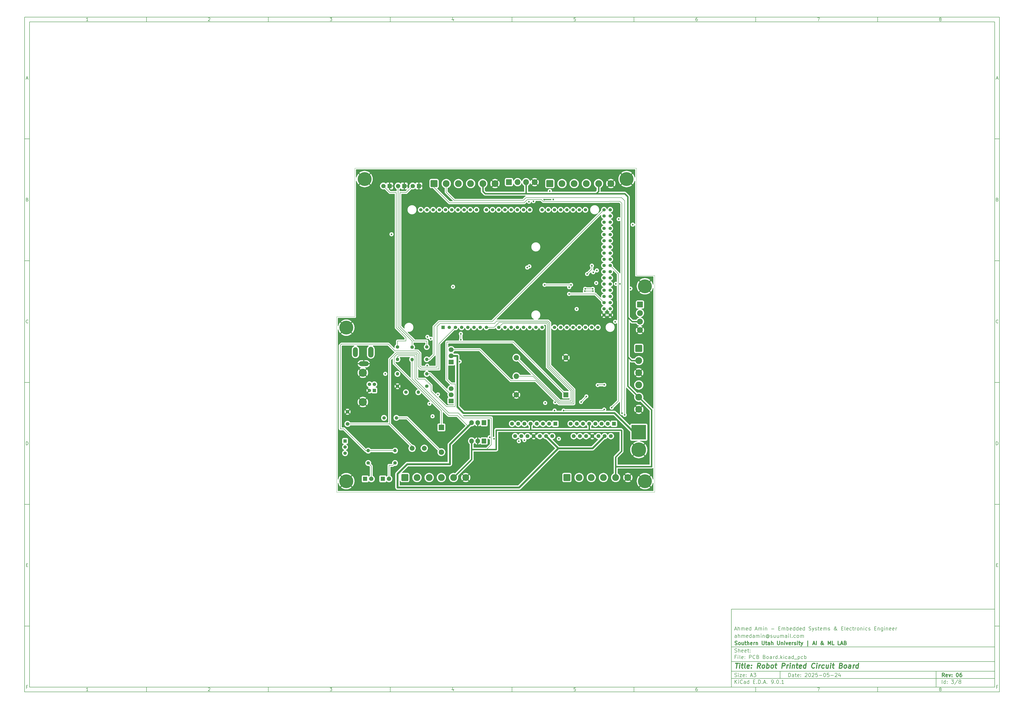
<source format=gbr>
%TF.GenerationSoftware,KiCad,Pcbnew,9.0.1*%
%TF.CreationDate,2025-05-27T23:19:40-06:00*%
%TF.ProjectId,PCB Board,50434220-426f-4617-9264-2e6b69636164,06*%
%TF.SameCoordinates,Original*%
%TF.FileFunction,Copper,L3,Inr*%
%TF.FilePolarity,Positive*%
%FSLAX46Y46*%
G04 Gerber Fmt 4.6, Leading zero omitted, Abs format (unit mm)*
G04 Created by KiCad (PCBNEW 9.0.1) date 2025-05-27 23:19:40*
%MOMM*%
%LPD*%
G01*
G04 APERTURE LIST*
G04 Aperture macros list*
%AMRoundRect*
0 Rectangle with rounded corners*
0 $1 Rounding radius*
0 $2 $3 $4 $5 $6 $7 $8 $9 X,Y pos of 4 corners*
0 Add a 4 corners polygon primitive as box body*
4,1,4,$2,$3,$4,$5,$6,$7,$8,$9,$2,$3,0*
0 Add four circle primitives for the rounded corners*
1,1,$1+$1,$2,$3*
1,1,$1+$1,$4,$5*
1,1,$1+$1,$6,$7*
1,1,$1+$1,$8,$9*
0 Add four rect primitives between the rounded corners*
20,1,$1+$1,$2,$3,$4,$5,0*
20,1,$1+$1,$4,$5,$6,$7,0*
20,1,$1+$1,$6,$7,$8,$9,0*
20,1,$1+$1,$8,$9,$2,$3,0*%
G04 Aperture macros list end*
%ADD10C,0.100000*%
%ADD11C,0.150000*%
%ADD12C,0.300000*%
%ADD13C,0.400000*%
%TA.AperFunction,ComponentPad*%
%ADD14RoundRect,0.250001X-1.149999X-1.149999X1.149999X-1.149999X1.149999X1.149999X-1.149999X1.149999X0*%
%TD*%
%TA.AperFunction,ComponentPad*%
%ADD15C,2.800000*%
%TD*%
%TA.AperFunction,ComponentPad*%
%ADD16C,5.700000*%
%TD*%
%TA.AperFunction,ComponentPad*%
%ADD17R,2.000000X1.905000*%
%TD*%
%TA.AperFunction,ComponentPad*%
%ADD18O,2.000000X1.905000*%
%TD*%
%TA.AperFunction,ComponentPad*%
%ADD19R,1.905000X2.000000*%
%TD*%
%TA.AperFunction,ComponentPad*%
%ADD20O,1.905000X2.000000*%
%TD*%
%TA.AperFunction,ComponentPad*%
%ADD21RoundRect,0.250001X-1.149999X1.149999X-1.149999X-1.149999X1.149999X-1.149999X1.149999X1.149999X0*%
%TD*%
%TA.AperFunction,ComponentPad*%
%ADD22C,1.400000*%
%TD*%
%TA.AperFunction,ComponentPad*%
%ADD23O,1.400000X1.400000*%
%TD*%
%TA.AperFunction,ComponentPad*%
%ADD24R,1.800000X1.800000*%
%TD*%
%TA.AperFunction,ComponentPad*%
%ADD25C,1.800000*%
%TD*%
%TA.AperFunction,ComponentPad*%
%ADD26C,1.358000*%
%TD*%
%TA.AperFunction,ComponentPad*%
%ADD27R,1.358000X1.358000*%
%TD*%
%TA.AperFunction,ComponentPad*%
%ADD28R,1.620000X1.620000*%
%TD*%
%TA.AperFunction,ComponentPad*%
%ADD29C,1.620000*%
%TD*%
%TA.AperFunction,ComponentPad*%
%ADD30C,1.508000*%
%TD*%
%TA.AperFunction,ComponentPad*%
%ADD31R,2.100000X2.100000*%
%TD*%
%TA.AperFunction,ComponentPad*%
%ADD32C,2.100000*%
%TD*%
%TA.AperFunction,ComponentPad*%
%ADD33C,2.200000*%
%TD*%
%TA.AperFunction,ComponentPad*%
%ADD34C,2.000000*%
%TD*%
%TA.AperFunction,ComponentPad*%
%ADD35R,1.408000X1.408000*%
%TD*%
%TA.AperFunction,ComponentPad*%
%ADD36C,1.408000*%
%TD*%
%TA.AperFunction,ComponentPad*%
%ADD37R,2.200000X2.200000*%
%TD*%
%TA.AperFunction,ComponentPad*%
%ADD38O,2.200000X2.200000*%
%TD*%
%TA.AperFunction,ComponentPad*%
%ADD39C,6.000000*%
%TD*%
%TA.AperFunction,ComponentPad*%
%ADD40R,6.000000X6.000000*%
%TD*%
%TA.AperFunction,ComponentPad*%
%ADD41RoundRect,0.250001X-0.949999X0.949999X-0.949999X-0.949999X0.949999X-0.949999X0.949999X0.949999X0*%
%TD*%
%TA.AperFunction,ComponentPad*%
%ADD42C,2.400000*%
%TD*%
%TA.AperFunction,ComponentPad*%
%ADD43RoundRect,0.250001X-0.949999X-0.949999X0.949999X-0.949999X0.949999X0.949999X-0.949999X0.949999X0*%
%TD*%
%TA.AperFunction,ComponentPad*%
%ADD44O,2.200000X4.400000*%
%TD*%
%TA.AperFunction,ComponentPad*%
%ADD45O,2.000000X4.000000*%
%TD*%
%TA.AperFunction,ComponentPad*%
%ADD46O,4.000000X2.000000*%
%TD*%
%TA.AperFunction,ComponentPad*%
%ADD47C,3.316000*%
%TD*%
%TA.AperFunction,ViaPad*%
%ADD48C,0.685800*%
%TD*%
%TA.AperFunction,Conductor*%
%ADD49C,0.200000*%
%TD*%
%TA.AperFunction,Conductor*%
%ADD50C,0.600000*%
%TD*%
%TA.AperFunction,Conductor*%
%ADD51C,0.400000*%
%TD*%
%TA.AperFunction,Conductor*%
%ADD52C,0.800000*%
%TD*%
%TA.AperFunction,Conductor*%
%ADD53C,1.000000*%
%TD*%
%TA.AperFunction,Profile*%
%ADD54C,0.038100*%
%TD*%
G04 APERTURE END LIST*
D10*
D11*
X299989000Y-253002200D02*
X407989000Y-253002200D01*
X407989000Y-285002200D01*
X299989000Y-285002200D01*
X299989000Y-253002200D01*
D10*
D11*
X10000000Y-10000000D02*
X409989000Y-10000000D01*
X409989000Y-287002200D01*
X10000000Y-287002200D01*
X10000000Y-10000000D01*
D10*
D11*
X12000000Y-12000000D02*
X407989000Y-12000000D01*
X407989000Y-285002200D01*
X12000000Y-285002200D01*
X12000000Y-12000000D01*
D10*
D11*
X60000000Y-12000000D02*
X60000000Y-10000000D01*
D10*
D11*
X110000000Y-12000000D02*
X110000000Y-10000000D01*
D10*
D11*
X160000000Y-12000000D02*
X160000000Y-10000000D01*
D10*
D11*
X210000000Y-12000000D02*
X210000000Y-10000000D01*
D10*
D11*
X260000000Y-12000000D02*
X260000000Y-10000000D01*
D10*
D11*
X310000000Y-12000000D02*
X310000000Y-10000000D01*
D10*
D11*
X360000000Y-12000000D02*
X360000000Y-10000000D01*
D10*
D11*
X36089160Y-11593604D02*
X35346303Y-11593604D01*
X35717731Y-11593604D02*
X35717731Y-10293604D01*
X35717731Y-10293604D02*
X35593922Y-10479319D01*
X35593922Y-10479319D02*
X35470112Y-10603128D01*
X35470112Y-10603128D02*
X35346303Y-10665033D01*
D10*
D11*
X85346303Y-10417414D02*
X85408207Y-10355509D01*
X85408207Y-10355509D02*
X85532017Y-10293604D01*
X85532017Y-10293604D02*
X85841541Y-10293604D01*
X85841541Y-10293604D02*
X85965350Y-10355509D01*
X85965350Y-10355509D02*
X86027255Y-10417414D01*
X86027255Y-10417414D02*
X86089160Y-10541223D01*
X86089160Y-10541223D02*
X86089160Y-10665033D01*
X86089160Y-10665033D02*
X86027255Y-10850747D01*
X86027255Y-10850747D02*
X85284398Y-11593604D01*
X85284398Y-11593604D02*
X86089160Y-11593604D01*
D10*
D11*
X135284398Y-10293604D02*
X136089160Y-10293604D01*
X136089160Y-10293604D02*
X135655826Y-10788842D01*
X135655826Y-10788842D02*
X135841541Y-10788842D01*
X135841541Y-10788842D02*
X135965350Y-10850747D01*
X135965350Y-10850747D02*
X136027255Y-10912652D01*
X136027255Y-10912652D02*
X136089160Y-11036461D01*
X136089160Y-11036461D02*
X136089160Y-11345985D01*
X136089160Y-11345985D02*
X136027255Y-11469795D01*
X136027255Y-11469795D02*
X135965350Y-11531700D01*
X135965350Y-11531700D02*
X135841541Y-11593604D01*
X135841541Y-11593604D02*
X135470112Y-11593604D01*
X135470112Y-11593604D02*
X135346303Y-11531700D01*
X135346303Y-11531700D02*
X135284398Y-11469795D01*
D10*
D11*
X185965350Y-10726938D02*
X185965350Y-11593604D01*
X185655826Y-10231700D02*
X185346303Y-11160271D01*
X185346303Y-11160271D02*
X186151064Y-11160271D01*
D10*
D11*
X236027255Y-10293604D02*
X235408207Y-10293604D01*
X235408207Y-10293604D02*
X235346303Y-10912652D01*
X235346303Y-10912652D02*
X235408207Y-10850747D01*
X235408207Y-10850747D02*
X235532017Y-10788842D01*
X235532017Y-10788842D02*
X235841541Y-10788842D01*
X235841541Y-10788842D02*
X235965350Y-10850747D01*
X235965350Y-10850747D02*
X236027255Y-10912652D01*
X236027255Y-10912652D02*
X236089160Y-11036461D01*
X236089160Y-11036461D02*
X236089160Y-11345985D01*
X236089160Y-11345985D02*
X236027255Y-11469795D01*
X236027255Y-11469795D02*
X235965350Y-11531700D01*
X235965350Y-11531700D02*
X235841541Y-11593604D01*
X235841541Y-11593604D02*
X235532017Y-11593604D01*
X235532017Y-11593604D02*
X235408207Y-11531700D01*
X235408207Y-11531700D02*
X235346303Y-11469795D01*
D10*
D11*
X285965350Y-10293604D02*
X285717731Y-10293604D01*
X285717731Y-10293604D02*
X285593922Y-10355509D01*
X285593922Y-10355509D02*
X285532017Y-10417414D01*
X285532017Y-10417414D02*
X285408207Y-10603128D01*
X285408207Y-10603128D02*
X285346303Y-10850747D01*
X285346303Y-10850747D02*
X285346303Y-11345985D01*
X285346303Y-11345985D02*
X285408207Y-11469795D01*
X285408207Y-11469795D02*
X285470112Y-11531700D01*
X285470112Y-11531700D02*
X285593922Y-11593604D01*
X285593922Y-11593604D02*
X285841541Y-11593604D01*
X285841541Y-11593604D02*
X285965350Y-11531700D01*
X285965350Y-11531700D02*
X286027255Y-11469795D01*
X286027255Y-11469795D02*
X286089160Y-11345985D01*
X286089160Y-11345985D02*
X286089160Y-11036461D01*
X286089160Y-11036461D02*
X286027255Y-10912652D01*
X286027255Y-10912652D02*
X285965350Y-10850747D01*
X285965350Y-10850747D02*
X285841541Y-10788842D01*
X285841541Y-10788842D02*
X285593922Y-10788842D01*
X285593922Y-10788842D02*
X285470112Y-10850747D01*
X285470112Y-10850747D02*
X285408207Y-10912652D01*
X285408207Y-10912652D02*
X285346303Y-11036461D01*
D10*
D11*
X335284398Y-10293604D02*
X336151064Y-10293604D01*
X336151064Y-10293604D02*
X335593922Y-11593604D01*
D10*
D11*
X385593922Y-10850747D02*
X385470112Y-10788842D01*
X385470112Y-10788842D02*
X385408207Y-10726938D01*
X385408207Y-10726938D02*
X385346303Y-10603128D01*
X385346303Y-10603128D02*
X385346303Y-10541223D01*
X385346303Y-10541223D02*
X385408207Y-10417414D01*
X385408207Y-10417414D02*
X385470112Y-10355509D01*
X385470112Y-10355509D02*
X385593922Y-10293604D01*
X385593922Y-10293604D02*
X385841541Y-10293604D01*
X385841541Y-10293604D02*
X385965350Y-10355509D01*
X385965350Y-10355509D02*
X386027255Y-10417414D01*
X386027255Y-10417414D02*
X386089160Y-10541223D01*
X386089160Y-10541223D02*
X386089160Y-10603128D01*
X386089160Y-10603128D02*
X386027255Y-10726938D01*
X386027255Y-10726938D02*
X385965350Y-10788842D01*
X385965350Y-10788842D02*
X385841541Y-10850747D01*
X385841541Y-10850747D02*
X385593922Y-10850747D01*
X385593922Y-10850747D02*
X385470112Y-10912652D01*
X385470112Y-10912652D02*
X385408207Y-10974557D01*
X385408207Y-10974557D02*
X385346303Y-11098366D01*
X385346303Y-11098366D02*
X385346303Y-11345985D01*
X385346303Y-11345985D02*
X385408207Y-11469795D01*
X385408207Y-11469795D02*
X385470112Y-11531700D01*
X385470112Y-11531700D02*
X385593922Y-11593604D01*
X385593922Y-11593604D02*
X385841541Y-11593604D01*
X385841541Y-11593604D02*
X385965350Y-11531700D01*
X385965350Y-11531700D02*
X386027255Y-11469795D01*
X386027255Y-11469795D02*
X386089160Y-11345985D01*
X386089160Y-11345985D02*
X386089160Y-11098366D01*
X386089160Y-11098366D02*
X386027255Y-10974557D01*
X386027255Y-10974557D02*
X385965350Y-10912652D01*
X385965350Y-10912652D02*
X385841541Y-10850747D01*
D10*
D11*
X60000000Y-285002200D02*
X60000000Y-287002200D01*
D10*
D11*
X110000000Y-285002200D02*
X110000000Y-287002200D01*
D10*
D11*
X160000000Y-285002200D02*
X160000000Y-287002200D01*
D10*
D11*
X210000000Y-285002200D02*
X210000000Y-287002200D01*
D10*
D11*
X260000000Y-285002200D02*
X260000000Y-287002200D01*
D10*
D11*
X310000000Y-285002200D02*
X310000000Y-287002200D01*
D10*
D11*
X360000000Y-285002200D02*
X360000000Y-287002200D01*
D10*
D11*
X36089160Y-286595804D02*
X35346303Y-286595804D01*
X35717731Y-286595804D02*
X35717731Y-285295804D01*
X35717731Y-285295804D02*
X35593922Y-285481519D01*
X35593922Y-285481519D02*
X35470112Y-285605328D01*
X35470112Y-285605328D02*
X35346303Y-285667233D01*
D10*
D11*
X85346303Y-285419614D02*
X85408207Y-285357709D01*
X85408207Y-285357709D02*
X85532017Y-285295804D01*
X85532017Y-285295804D02*
X85841541Y-285295804D01*
X85841541Y-285295804D02*
X85965350Y-285357709D01*
X85965350Y-285357709D02*
X86027255Y-285419614D01*
X86027255Y-285419614D02*
X86089160Y-285543423D01*
X86089160Y-285543423D02*
X86089160Y-285667233D01*
X86089160Y-285667233D02*
X86027255Y-285852947D01*
X86027255Y-285852947D02*
X85284398Y-286595804D01*
X85284398Y-286595804D02*
X86089160Y-286595804D01*
D10*
D11*
X135284398Y-285295804D02*
X136089160Y-285295804D01*
X136089160Y-285295804D02*
X135655826Y-285791042D01*
X135655826Y-285791042D02*
X135841541Y-285791042D01*
X135841541Y-285791042D02*
X135965350Y-285852947D01*
X135965350Y-285852947D02*
X136027255Y-285914852D01*
X136027255Y-285914852D02*
X136089160Y-286038661D01*
X136089160Y-286038661D02*
X136089160Y-286348185D01*
X136089160Y-286348185D02*
X136027255Y-286471995D01*
X136027255Y-286471995D02*
X135965350Y-286533900D01*
X135965350Y-286533900D02*
X135841541Y-286595804D01*
X135841541Y-286595804D02*
X135470112Y-286595804D01*
X135470112Y-286595804D02*
X135346303Y-286533900D01*
X135346303Y-286533900D02*
X135284398Y-286471995D01*
D10*
D11*
X185965350Y-285729138D02*
X185965350Y-286595804D01*
X185655826Y-285233900D02*
X185346303Y-286162471D01*
X185346303Y-286162471D02*
X186151064Y-286162471D01*
D10*
D11*
X236027255Y-285295804D02*
X235408207Y-285295804D01*
X235408207Y-285295804D02*
X235346303Y-285914852D01*
X235346303Y-285914852D02*
X235408207Y-285852947D01*
X235408207Y-285852947D02*
X235532017Y-285791042D01*
X235532017Y-285791042D02*
X235841541Y-285791042D01*
X235841541Y-285791042D02*
X235965350Y-285852947D01*
X235965350Y-285852947D02*
X236027255Y-285914852D01*
X236027255Y-285914852D02*
X236089160Y-286038661D01*
X236089160Y-286038661D02*
X236089160Y-286348185D01*
X236089160Y-286348185D02*
X236027255Y-286471995D01*
X236027255Y-286471995D02*
X235965350Y-286533900D01*
X235965350Y-286533900D02*
X235841541Y-286595804D01*
X235841541Y-286595804D02*
X235532017Y-286595804D01*
X235532017Y-286595804D02*
X235408207Y-286533900D01*
X235408207Y-286533900D02*
X235346303Y-286471995D01*
D10*
D11*
X285965350Y-285295804D02*
X285717731Y-285295804D01*
X285717731Y-285295804D02*
X285593922Y-285357709D01*
X285593922Y-285357709D02*
X285532017Y-285419614D01*
X285532017Y-285419614D02*
X285408207Y-285605328D01*
X285408207Y-285605328D02*
X285346303Y-285852947D01*
X285346303Y-285852947D02*
X285346303Y-286348185D01*
X285346303Y-286348185D02*
X285408207Y-286471995D01*
X285408207Y-286471995D02*
X285470112Y-286533900D01*
X285470112Y-286533900D02*
X285593922Y-286595804D01*
X285593922Y-286595804D02*
X285841541Y-286595804D01*
X285841541Y-286595804D02*
X285965350Y-286533900D01*
X285965350Y-286533900D02*
X286027255Y-286471995D01*
X286027255Y-286471995D02*
X286089160Y-286348185D01*
X286089160Y-286348185D02*
X286089160Y-286038661D01*
X286089160Y-286038661D02*
X286027255Y-285914852D01*
X286027255Y-285914852D02*
X285965350Y-285852947D01*
X285965350Y-285852947D02*
X285841541Y-285791042D01*
X285841541Y-285791042D02*
X285593922Y-285791042D01*
X285593922Y-285791042D02*
X285470112Y-285852947D01*
X285470112Y-285852947D02*
X285408207Y-285914852D01*
X285408207Y-285914852D02*
X285346303Y-286038661D01*
D10*
D11*
X335284398Y-285295804D02*
X336151064Y-285295804D01*
X336151064Y-285295804D02*
X335593922Y-286595804D01*
D10*
D11*
X385593922Y-285852947D02*
X385470112Y-285791042D01*
X385470112Y-285791042D02*
X385408207Y-285729138D01*
X385408207Y-285729138D02*
X385346303Y-285605328D01*
X385346303Y-285605328D02*
X385346303Y-285543423D01*
X385346303Y-285543423D02*
X385408207Y-285419614D01*
X385408207Y-285419614D02*
X385470112Y-285357709D01*
X385470112Y-285357709D02*
X385593922Y-285295804D01*
X385593922Y-285295804D02*
X385841541Y-285295804D01*
X385841541Y-285295804D02*
X385965350Y-285357709D01*
X385965350Y-285357709D02*
X386027255Y-285419614D01*
X386027255Y-285419614D02*
X386089160Y-285543423D01*
X386089160Y-285543423D02*
X386089160Y-285605328D01*
X386089160Y-285605328D02*
X386027255Y-285729138D01*
X386027255Y-285729138D02*
X385965350Y-285791042D01*
X385965350Y-285791042D02*
X385841541Y-285852947D01*
X385841541Y-285852947D02*
X385593922Y-285852947D01*
X385593922Y-285852947D02*
X385470112Y-285914852D01*
X385470112Y-285914852D02*
X385408207Y-285976757D01*
X385408207Y-285976757D02*
X385346303Y-286100566D01*
X385346303Y-286100566D02*
X385346303Y-286348185D01*
X385346303Y-286348185D02*
X385408207Y-286471995D01*
X385408207Y-286471995D02*
X385470112Y-286533900D01*
X385470112Y-286533900D02*
X385593922Y-286595804D01*
X385593922Y-286595804D02*
X385841541Y-286595804D01*
X385841541Y-286595804D02*
X385965350Y-286533900D01*
X385965350Y-286533900D02*
X386027255Y-286471995D01*
X386027255Y-286471995D02*
X386089160Y-286348185D01*
X386089160Y-286348185D02*
X386089160Y-286100566D01*
X386089160Y-286100566D02*
X386027255Y-285976757D01*
X386027255Y-285976757D02*
X385965350Y-285914852D01*
X385965350Y-285914852D02*
X385841541Y-285852947D01*
D10*
D11*
X10000000Y-60000000D02*
X12000000Y-60000000D01*
D10*
D11*
X10000000Y-110000000D02*
X12000000Y-110000000D01*
D10*
D11*
X10000000Y-160000000D02*
X12000000Y-160000000D01*
D10*
D11*
X10000000Y-210000000D02*
X12000000Y-210000000D01*
D10*
D11*
X10000000Y-260000000D02*
X12000000Y-260000000D01*
D10*
D11*
X10690476Y-35222176D02*
X11309523Y-35222176D01*
X10566666Y-35593604D02*
X10999999Y-34293604D01*
X10999999Y-34293604D02*
X11433333Y-35593604D01*
D10*
D11*
X11092857Y-84912652D02*
X11278571Y-84974557D01*
X11278571Y-84974557D02*
X11340476Y-85036461D01*
X11340476Y-85036461D02*
X11402380Y-85160271D01*
X11402380Y-85160271D02*
X11402380Y-85345985D01*
X11402380Y-85345985D02*
X11340476Y-85469795D01*
X11340476Y-85469795D02*
X11278571Y-85531700D01*
X11278571Y-85531700D02*
X11154761Y-85593604D01*
X11154761Y-85593604D02*
X10659523Y-85593604D01*
X10659523Y-85593604D02*
X10659523Y-84293604D01*
X10659523Y-84293604D02*
X11092857Y-84293604D01*
X11092857Y-84293604D02*
X11216666Y-84355509D01*
X11216666Y-84355509D02*
X11278571Y-84417414D01*
X11278571Y-84417414D02*
X11340476Y-84541223D01*
X11340476Y-84541223D02*
X11340476Y-84665033D01*
X11340476Y-84665033D02*
X11278571Y-84788842D01*
X11278571Y-84788842D02*
X11216666Y-84850747D01*
X11216666Y-84850747D02*
X11092857Y-84912652D01*
X11092857Y-84912652D02*
X10659523Y-84912652D01*
D10*
D11*
X11402380Y-135469795D02*
X11340476Y-135531700D01*
X11340476Y-135531700D02*
X11154761Y-135593604D01*
X11154761Y-135593604D02*
X11030952Y-135593604D01*
X11030952Y-135593604D02*
X10845238Y-135531700D01*
X10845238Y-135531700D02*
X10721428Y-135407890D01*
X10721428Y-135407890D02*
X10659523Y-135284080D01*
X10659523Y-135284080D02*
X10597619Y-135036461D01*
X10597619Y-135036461D02*
X10597619Y-134850747D01*
X10597619Y-134850747D02*
X10659523Y-134603128D01*
X10659523Y-134603128D02*
X10721428Y-134479319D01*
X10721428Y-134479319D02*
X10845238Y-134355509D01*
X10845238Y-134355509D02*
X11030952Y-134293604D01*
X11030952Y-134293604D02*
X11154761Y-134293604D01*
X11154761Y-134293604D02*
X11340476Y-134355509D01*
X11340476Y-134355509D02*
X11402380Y-134417414D01*
D10*
D11*
X10659523Y-185593604D02*
X10659523Y-184293604D01*
X10659523Y-184293604D02*
X10969047Y-184293604D01*
X10969047Y-184293604D02*
X11154761Y-184355509D01*
X11154761Y-184355509D02*
X11278571Y-184479319D01*
X11278571Y-184479319D02*
X11340476Y-184603128D01*
X11340476Y-184603128D02*
X11402380Y-184850747D01*
X11402380Y-184850747D02*
X11402380Y-185036461D01*
X11402380Y-185036461D02*
X11340476Y-185284080D01*
X11340476Y-185284080D02*
X11278571Y-185407890D01*
X11278571Y-185407890D02*
X11154761Y-185531700D01*
X11154761Y-185531700D02*
X10969047Y-185593604D01*
X10969047Y-185593604D02*
X10659523Y-185593604D01*
D10*
D11*
X10721428Y-234912652D02*
X11154762Y-234912652D01*
X11340476Y-235593604D02*
X10721428Y-235593604D01*
X10721428Y-235593604D02*
X10721428Y-234293604D01*
X10721428Y-234293604D02*
X11340476Y-234293604D01*
D10*
D11*
X11185714Y-284912652D02*
X10752380Y-284912652D01*
X10752380Y-285593604D02*
X10752380Y-284293604D01*
X10752380Y-284293604D02*
X11371428Y-284293604D01*
D10*
D11*
X409989000Y-60000000D02*
X407989000Y-60000000D01*
D10*
D11*
X409989000Y-110000000D02*
X407989000Y-110000000D01*
D10*
D11*
X409989000Y-160000000D02*
X407989000Y-160000000D01*
D10*
D11*
X409989000Y-210000000D02*
X407989000Y-210000000D01*
D10*
D11*
X409989000Y-260000000D02*
X407989000Y-260000000D01*
D10*
D11*
X408679476Y-35222176D02*
X409298523Y-35222176D01*
X408555666Y-35593604D02*
X408988999Y-34293604D01*
X408988999Y-34293604D02*
X409422333Y-35593604D01*
D10*
D11*
X409081857Y-84912652D02*
X409267571Y-84974557D01*
X409267571Y-84974557D02*
X409329476Y-85036461D01*
X409329476Y-85036461D02*
X409391380Y-85160271D01*
X409391380Y-85160271D02*
X409391380Y-85345985D01*
X409391380Y-85345985D02*
X409329476Y-85469795D01*
X409329476Y-85469795D02*
X409267571Y-85531700D01*
X409267571Y-85531700D02*
X409143761Y-85593604D01*
X409143761Y-85593604D02*
X408648523Y-85593604D01*
X408648523Y-85593604D02*
X408648523Y-84293604D01*
X408648523Y-84293604D02*
X409081857Y-84293604D01*
X409081857Y-84293604D02*
X409205666Y-84355509D01*
X409205666Y-84355509D02*
X409267571Y-84417414D01*
X409267571Y-84417414D02*
X409329476Y-84541223D01*
X409329476Y-84541223D02*
X409329476Y-84665033D01*
X409329476Y-84665033D02*
X409267571Y-84788842D01*
X409267571Y-84788842D02*
X409205666Y-84850747D01*
X409205666Y-84850747D02*
X409081857Y-84912652D01*
X409081857Y-84912652D02*
X408648523Y-84912652D01*
D10*
D11*
X409391380Y-135469795D02*
X409329476Y-135531700D01*
X409329476Y-135531700D02*
X409143761Y-135593604D01*
X409143761Y-135593604D02*
X409019952Y-135593604D01*
X409019952Y-135593604D02*
X408834238Y-135531700D01*
X408834238Y-135531700D02*
X408710428Y-135407890D01*
X408710428Y-135407890D02*
X408648523Y-135284080D01*
X408648523Y-135284080D02*
X408586619Y-135036461D01*
X408586619Y-135036461D02*
X408586619Y-134850747D01*
X408586619Y-134850747D02*
X408648523Y-134603128D01*
X408648523Y-134603128D02*
X408710428Y-134479319D01*
X408710428Y-134479319D02*
X408834238Y-134355509D01*
X408834238Y-134355509D02*
X409019952Y-134293604D01*
X409019952Y-134293604D02*
X409143761Y-134293604D01*
X409143761Y-134293604D02*
X409329476Y-134355509D01*
X409329476Y-134355509D02*
X409391380Y-134417414D01*
D10*
D11*
X408648523Y-185593604D02*
X408648523Y-184293604D01*
X408648523Y-184293604D02*
X408958047Y-184293604D01*
X408958047Y-184293604D02*
X409143761Y-184355509D01*
X409143761Y-184355509D02*
X409267571Y-184479319D01*
X409267571Y-184479319D02*
X409329476Y-184603128D01*
X409329476Y-184603128D02*
X409391380Y-184850747D01*
X409391380Y-184850747D02*
X409391380Y-185036461D01*
X409391380Y-185036461D02*
X409329476Y-185284080D01*
X409329476Y-185284080D02*
X409267571Y-185407890D01*
X409267571Y-185407890D02*
X409143761Y-185531700D01*
X409143761Y-185531700D02*
X408958047Y-185593604D01*
X408958047Y-185593604D02*
X408648523Y-185593604D01*
D10*
D11*
X408710428Y-234912652D02*
X409143762Y-234912652D01*
X409329476Y-235593604D02*
X408710428Y-235593604D01*
X408710428Y-235593604D02*
X408710428Y-234293604D01*
X408710428Y-234293604D02*
X409329476Y-234293604D01*
D10*
D11*
X409174714Y-284912652D02*
X408741380Y-284912652D01*
X408741380Y-285593604D02*
X408741380Y-284293604D01*
X408741380Y-284293604D02*
X409360428Y-284293604D01*
D10*
D11*
X323444826Y-280788328D02*
X323444826Y-279288328D01*
X323444826Y-279288328D02*
X323801969Y-279288328D01*
X323801969Y-279288328D02*
X324016255Y-279359757D01*
X324016255Y-279359757D02*
X324159112Y-279502614D01*
X324159112Y-279502614D02*
X324230541Y-279645471D01*
X324230541Y-279645471D02*
X324301969Y-279931185D01*
X324301969Y-279931185D02*
X324301969Y-280145471D01*
X324301969Y-280145471D02*
X324230541Y-280431185D01*
X324230541Y-280431185D02*
X324159112Y-280574042D01*
X324159112Y-280574042D02*
X324016255Y-280716900D01*
X324016255Y-280716900D02*
X323801969Y-280788328D01*
X323801969Y-280788328D02*
X323444826Y-280788328D01*
X325587684Y-280788328D02*
X325587684Y-280002614D01*
X325587684Y-280002614D02*
X325516255Y-279859757D01*
X325516255Y-279859757D02*
X325373398Y-279788328D01*
X325373398Y-279788328D02*
X325087684Y-279788328D01*
X325087684Y-279788328D02*
X324944826Y-279859757D01*
X325587684Y-280716900D02*
X325444826Y-280788328D01*
X325444826Y-280788328D02*
X325087684Y-280788328D01*
X325087684Y-280788328D02*
X324944826Y-280716900D01*
X324944826Y-280716900D02*
X324873398Y-280574042D01*
X324873398Y-280574042D02*
X324873398Y-280431185D01*
X324873398Y-280431185D02*
X324944826Y-280288328D01*
X324944826Y-280288328D02*
X325087684Y-280216900D01*
X325087684Y-280216900D02*
X325444826Y-280216900D01*
X325444826Y-280216900D02*
X325587684Y-280145471D01*
X326087684Y-279788328D02*
X326659112Y-279788328D01*
X326301969Y-279288328D02*
X326301969Y-280574042D01*
X326301969Y-280574042D02*
X326373398Y-280716900D01*
X326373398Y-280716900D02*
X326516255Y-280788328D01*
X326516255Y-280788328D02*
X326659112Y-280788328D01*
X327730541Y-280716900D02*
X327587684Y-280788328D01*
X327587684Y-280788328D02*
X327301970Y-280788328D01*
X327301970Y-280788328D02*
X327159112Y-280716900D01*
X327159112Y-280716900D02*
X327087684Y-280574042D01*
X327087684Y-280574042D02*
X327087684Y-280002614D01*
X327087684Y-280002614D02*
X327159112Y-279859757D01*
X327159112Y-279859757D02*
X327301970Y-279788328D01*
X327301970Y-279788328D02*
X327587684Y-279788328D01*
X327587684Y-279788328D02*
X327730541Y-279859757D01*
X327730541Y-279859757D02*
X327801970Y-280002614D01*
X327801970Y-280002614D02*
X327801970Y-280145471D01*
X327801970Y-280145471D02*
X327087684Y-280288328D01*
X328444826Y-280645471D02*
X328516255Y-280716900D01*
X328516255Y-280716900D02*
X328444826Y-280788328D01*
X328444826Y-280788328D02*
X328373398Y-280716900D01*
X328373398Y-280716900D02*
X328444826Y-280645471D01*
X328444826Y-280645471D02*
X328444826Y-280788328D01*
X328444826Y-279859757D02*
X328516255Y-279931185D01*
X328516255Y-279931185D02*
X328444826Y-280002614D01*
X328444826Y-280002614D02*
X328373398Y-279931185D01*
X328373398Y-279931185D02*
X328444826Y-279859757D01*
X328444826Y-279859757D02*
X328444826Y-280002614D01*
X330230541Y-279431185D02*
X330301969Y-279359757D01*
X330301969Y-279359757D02*
X330444827Y-279288328D01*
X330444827Y-279288328D02*
X330801969Y-279288328D01*
X330801969Y-279288328D02*
X330944827Y-279359757D01*
X330944827Y-279359757D02*
X331016255Y-279431185D01*
X331016255Y-279431185D02*
X331087684Y-279574042D01*
X331087684Y-279574042D02*
X331087684Y-279716900D01*
X331087684Y-279716900D02*
X331016255Y-279931185D01*
X331016255Y-279931185D02*
X330159112Y-280788328D01*
X330159112Y-280788328D02*
X331087684Y-280788328D01*
X332016255Y-279288328D02*
X332159112Y-279288328D01*
X332159112Y-279288328D02*
X332301969Y-279359757D01*
X332301969Y-279359757D02*
X332373398Y-279431185D01*
X332373398Y-279431185D02*
X332444826Y-279574042D01*
X332444826Y-279574042D02*
X332516255Y-279859757D01*
X332516255Y-279859757D02*
X332516255Y-280216900D01*
X332516255Y-280216900D02*
X332444826Y-280502614D01*
X332444826Y-280502614D02*
X332373398Y-280645471D01*
X332373398Y-280645471D02*
X332301969Y-280716900D01*
X332301969Y-280716900D02*
X332159112Y-280788328D01*
X332159112Y-280788328D02*
X332016255Y-280788328D01*
X332016255Y-280788328D02*
X331873398Y-280716900D01*
X331873398Y-280716900D02*
X331801969Y-280645471D01*
X331801969Y-280645471D02*
X331730540Y-280502614D01*
X331730540Y-280502614D02*
X331659112Y-280216900D01*
X331659112Y-280216900D02*
X331659112Y-279859757D01*
X331659112Y-279859757D02*
X331730540Y-279574042D01*
X331730540Y-279574042D02*
X331801969Y-279431185D01*
X331801969Y-279431185D02*
X331873398Y-279359757D01*
X331873398Y-279359757D02*
X332016255Y-279288328D01*
X333087683Y-279431185D02*
X333159111Y-279359757D01*
X333159111Y-279359757D02*
X333301969Y-279288328D01*
X333301969Y-279288328D02*
X333659111Y-279288328D01*
X333659111Y-279288328D02*
X333801969Y-279359757D01*
X333801969Y-279359757D02*
X333873397Y-279431185D01*
X333873397Y-279431185D02*
X333944826Y-279574042D01*
X333944826Y-279574042D02*
X333944826Y-279716900D01*
X333944826Y-279716900D02*
X333873397Y-279931185D01*
X333873397Y-279931185D02*
X333016254Y-280788328D01*
X333016254Y-280788328D02*
X333944826Y-280788328D01*
X335301968Y-279288328D02*
X334587682Y-279288328D01*
X334587682Y-279288328D02*
X334516254Y-280002614D01*
X334516254Y-280002614D02*
X334587682Y-279931185D01*
X334587682Y-279931185D02*
X334730540Y-279859757D01*
X334730540Y-279859757D02*
X335087682Y-279859757D01*
X335087682Y-279859757D02*
X335230540Y-279931185D01*
X335230540Y-279931185D02*
X335301968Y-280002614D01*
X335301968Y-280002614D02*
X335373397Y-280145471D01*
X335373397Y-280145471D02*
X335373397Y-280502614D01*
X335373397Y-280502614D02*
X335301968Y-280645471D01*
X335301968Y-280645471D02*
X335230540Y-280716900D01*
X335230540Y-280716900D02*
X335087682Y-280788328D01*
X335087682Y-280788328D02*
X334730540Y-280788328D01*
X334730540Y-280788328D02*
X334587682Y-280716900D01*
X334587682Y-280716900D02*
X334516254Y-280645471D01*
X336016253Y-280216900D02*
X337159111Y-280216900D01*
X338159111Y-279288328D02*
X338301968Y-279288328D01*
X338301968Y-279288328D02*
X338444825Y-279359757D01*
X338444825Y-279359757D02*
X338516254Y-279431185D01*
X338516254Y-279431185D02*
X338587682Y-279574042D01*
X338587682Y-279574042D02*
X338659111Y-279859757D01*
X338659111Y-279859757D02*
X338659111Y-280216900D01*
X338659111Y-280216900D02*
X338587682Y-280502614D01*
X338587682Y-280502614D02*
X338516254Y-280645471D01*
X338516254Y-280645471D02*
X338444825Y-280716900D01*
X338444825Y-280716900D02*
X338301968Y-280788328D01*
X338301968Y-280788328D02*
X338159111Y-280788328D01*
X338159111Y-280788328D02*
X338016254Y-280716900D01*
X338016254Y-280716900D02*
X337944825Y-280645471D01*
X337944825Y-280645471D02*
X337873396Y-280502614D01*
X337873396Y-280502614D02*
X337801968Y-280216900D01*
X337801968Y-280216900D02*
X337801968Y-279859757D01*
X337801968Y-279859757D02*
X337873396Y-279574042D01*
X337873396Y-279574042D02*
X337944825Y-279431185D01*
X337944825Y-279431185D02*
X338016254Y-279359757D01*
X338016254Y-279359757D02*
X338159111Y-279288328D01*
X340016253Y-279288328D02*
X339301967Y-279288328D01*
X339301967Y-279288328D02*
X339230539Y-280002614D01*
X339230539Y-280002614D02*
X339301967Y-279931185D01*
X339301967Y-279931185D02*
X339444825Y-279859757D01*
X339444825Y-279859757D02*
X339801967Y-279859757D01*
X339801967Y-279859757D02*
X339944825Y-279931185D01*
X339944825Y-279931185D02*
X340016253Y-280002614D01*
X340016253Y-280002614D02*
X340087682Y-280145471D01*
X340087682Y-280145471D02*
X340087682Y-280502614D01*
X340087682Y-280502614D02*
X340016253Y-280645471D01*
X340016253Y-280645471D02*
X339944825Y-280716900D01*
X339944825Y-280716900D02*
X339801967Y-280788328D01*
X339801967Y-280788328D02*
X339444825Y-280788328D01*
X339444825Y-280788328D02*
X339301967Y-280716900D01*
X339301967Y-280716900D02*
X339230539Y-280645471D01*
X340730538Y-280216900D02*
X341873396Y-280216900D01*
X342516253Y-279431185D02*
X342587681Y-279359757D01*
X342587681Y-279359757D02*
X342730539Y-279288328D01*
X342730539Y-279288328D02*
X343087681Y-279288328D01*
X343087681Y-279288328D02*
X343230539Y-279359757D01*
X343230539Y-279359757D02*
X343301967Y-279431185D01*
X343301967Y-279431185D02*
X343373396Y-279574042D01*
X343373396Y-279574042D02*
X343373396Y-279716900D01*
X343373396Y-279716900D02*
X343301967Y-279931185D01*
X343301967Y-279931185D02*
X342444824Y-280788328D01*
X342444824Y-280788328D02*
X343373396Y-280788328D01*
X344659110Y-279788328D02*
X344659110Y-280788328D01*
X344301967Y-279216900D02*
X343944824Y-280288328D01*
X343944824Y-280288328D02*
X344873395Y-280288328D01*
D10*
D11*
X299989000Y-281502200D02*
X407989000Y-281502200D01*
D10*
D11*
X301444826Y-283588328D02*
X301444826Y-282088328D01*
X302301969Y-283588328D02*
X301659112Y-282731185D01*
X302301969Y-282088328D02*
X301444826Y-282945471D01*
X302944826Y-283588328D02*
X302944826Y-282588328D01*
X302944826Y-282088328D02*
X302873398Y-282159757D01*
X302873398Y-282159757D02*
X302944826Y-282231185D01*
X302944826Y-282231185D02*
X303016255Y-282159757D01*
X303016255Y-282159757D02*
X302944826Y-282088328D01*
X302944826Y-282088328D02*
X302944826Y-282231185D01*
X304516255Y-283445471D02*
X304444827Y-283516900D01*
X304444827Y-283516900D02*
X304230541Y-283588328D01*
X304230541Y-283588328D02*
X304087684Y-283588328D01*
X304087684Y-283588328D02*
X303873398Y-283516900D01*
X303873398Y-283516900D02*
X303730541Y-283374042D01*
X303730541Y-283374042D02*
X303659112Y-283231185D01*
X303659112Y-283231185D02*
X303587684Y-282945471D01*
X303587684Y-282945471D02*
X303587684Y-282731185D01*
X303587684Y-282731185D02*
X303659112Y-282445471D01*
X303659112Y-282445471D02*
X303730541Y-282302614D01*
X303730541Y-282302614D02*
X303873398Y-282159757D01*
X303873398Y-282159757D02*
X304087684Y-282088328D01*
X304087684Y-282088328D02*
X304230541Y-282088328D01*
X304230541Y-282088328D02*
X304444827Y-282159757D01*
X304444827Y-282159757D02*
X304516255Y-282231185D01*
X305801970Y-283588328D02*
X305801970Y-282802614D01*
X305801970Y-282802614D02*
X305730541Y-282659757D01*
X305730541Y-282659757D02*
X305587684Y-282588328D01*
X305587684Y-282588328D02*
X305301970Y-282588328D01*
X305301970Y-282588328D02*
X305159112Y-282659757D01*
X305801970Y-283516900D02*
X305659112Y-283588328D01*
X305659112Y-283588328D02*
X305301970Y-283588328D01*
X305301970Y-283588328D02*
X305159112Y-283516900D01*
X305159112Y-283516900D02*
X305087684Y-283374042D01*
X305087684Y-283374042D02*
X305087684Y-283231185D01*
X305087684Y-283231185D02*
X305159112Y-283088328D01*
X305159112Y-283088328D02*
X305301970Y-283016900D01*
X305301970Y-283016900D02*
X305659112Y-283016900D01*
X305659112Y-283016900D02*
X305801970Y-282945471D01*
X307159113Y-283588328D02*
X307159113Y-282088328D01*
X307159113Y-283516900D02*
X307016255Y-283588328D01*
X307016255Y-283588328D02*
X306730541Y-283588328D01*
X306730541Y-283588328D02*
X306587684Y-283516900D01*
X306587684Y-283516900D02*
X306516255Y-283445471D01*
X306516255Y-283445471D02*
X306444827Y-283302614D01*
X306444827Y-283302614D02*
X306444827Y-282874042D01*
X306444827Y-282874042D02*
X306516255Y-282731185D01*
X306516255Y-282731185D02*
X306587684Y-282659757D01*
X306587684Y-282659757D02*
X306730541Y-282588328D01*
X306730541Y-282588328D02*
X307016255Y-282588328D01*
X307016255Y-282588328D02*
X307159113Y-282659757D01*
X309016255Y-282802614D02*
X309516255Y-282802614D01*
X309730541Y-283588328D02*
X309016255Y-283588328D01*
X309016255Y-283588328D02*
X309016255Y-282088328D01*
X309016255Y-282088328D02*
X309730541Y-282088328D01*
X310373398Y-283445471D02*
X310444827Y-283516900D01*
X310444827Y-283516900D02*
X310373398Y-283588328D01*
X310373398Y-283588328D02*
X310301970Y-283516900D01*
X310301970Y-283516900D02*
X310373398Y-283445471D01*
X310373398Y-283445471D02*
X310373398Y-283588328D01*
X311087684Y-283588328D02*
X311087684Y-282088328D01*
X311087684Y-282088328D02*
X311444827Y-282088328D01*
X311444827Y-282088328D02*
X311659113Y-282159757D01*
X311659113Y-282159757D02*
X311801970Y-282302614D01*
X311801970Y-282302614D02*
X311873399Y-282445471D01*
X311873399Y-282445471D02*
X311944827Y-282731185D01*
X311944827Y-282731185D02*
X311944827Y-282945471D01*
X311944827Y-282945471D02*
X311873399Y-283231185D01*
X311873399Y-283231185D02*
X311801970Y-283374042D01*
X311801970Y-283374042D02*
X311659113Y-283516900D01*
X311659113Y-283516900D02*
X311444827Y-283588328D01*
X311444827Y-283588328D02*
X311087684Y-283588328D01*
X312587684Y-283445471D02*
X312659113Y-283516900D01*
X312659113Y-283516900D02*
X312587684Y-283588328D01*
X312587684Y-283588328D02*
X312516256Y-283516900D01*
X312516256Y-283516900D02*
X312587684Y-283445471D01*
X312587684Y-283445471D02*
X312587684Y-283588328D01*
X313230542Y-283159757D02*
X313944828Y-283159757D01*
X313087685Y-283588328D02*
X313587685Y-282088328D01*
X313587685Y-282088328D02*
X314087685Y-283588328D01*
X314587684Y-283445471D02*
X314659113Y-283516900D01*
X314659113Y-283516900D02*
X314587684Y-283588328D01*
X314587684Y-283588328D02*
X314516256Y-283516900D01*
X314516256Y-283516900D02*
X314587684Y-283445471D01*
X314587684Y-283445471D02*
X314587684Y-283588328D01*
X316516256Y-283588328D02*
X316801970Y-283588328D01*
X316801970Y-283588328D02*
X316944827Y-283516900D01*
X316944827Y-283516900D02*
X317016256Y-283445471D01*
X317016256Y-283445471D02*
X317159113Y-283231185D01*
X317159113Y-283231185D02*
X317230542Y-282945471D01*
X317230542Y-282945471D02*
X317230542Y-282374042D01*
X317230542Y-282374042D02*
X317159113Y-282231185D01*
X317159113Y-282231185D02*
X317087685Y-282159757D01*
X317087685Y-282159757D02*
X316944827Y-282088328D01*
X316944827Y-282088328D02*
X316659113Y-282088328D01*
X316659113Y-282088328D02*
X316516256Y-282159757D01*
X316516256Y-282159757D02*
X316444827Y-282231185D01*
X316444827Y-282231185D02*
X316373399Y-282374042D01*
X316373399Y-282374042D02*
X316373399Y-282731185D01*
X316373399Y-282731185D02*
X316444827Y-282874042D01*
X316444827Y-282874042D02*
X316516256Y-282945471D01*
X316516256Y-282945471D02*
X316659113Y-283016900D01*
X316659113Y-283016900D02*
X316944827Y-283016900D01*
X316944827Y-283016900D02*
X317087685Y-282945471D01*
X317087685Y-282945471D02*
X317159113Y-282874042D01*
X317159113Y-282874042D02*
X317230542Y-282731185D01*
X317873398Y-283445471D02*
X317944827Y-283516900D01*
X317944827Y-283516900D02*
X317873398Y-283588328D01*
X317873398Y-283588328D02*
X317801970Y-283516900D01*
X317801970Y-283516900D02*
X317873398Y-283445471D01*
X317873398Y-283445471D02*
X317873398Y-283588328D01*
X318873399Y-282088328D02*
X319016256Y-282088328D01*
X319016256Y-282088328D02*
X319159113Y-282159757D01*
X319159113Y-282159757D02*
X319230542Y-282231185D01*
X319230542Y-282231185D02*
X319301970Y-282374042D01*
X319301970Y-282374042D02*
X319373399Y-282659757D01*
X319373399Y-282659757D02*
X319373399Y-283016900D01*
X319373399Y-283016900D02*
X319301970Y-283302614D01*
X319301970Y-283302614D02*
X319230542Y-283445471D01*
X319230542Y-283445471D02*
X319159113Y-283516900D01*
X319159113Y-283516900D02*
X319016256Y-283588328D01*
X319016256Y-283588328D02*
X318873399Y-283588328D01*
X318873399Y-283588328D02*
X318730542Y-283516900D01*
X318730542Y-283516900D02*
X318659113Y-283445471D01*
X318659113Y-283445471D02*
X318587684Y-283302614D01*
X318587684Y-283302614D02*
X318516256Y-283016900D01*
X318516256Y-283016900D02*
X318516256Y-282659757D01*
X318516256Y-282659757D02*
X318587684Y-282374042D01*
X318587684Y-282374042D02*
X318659113Y-282231185D01*
X318659113Y-282231185D02*
X318730542Y-282159757D01*
X318730542Y-282159757D02*
X318873399Y-282088328D01*
X320016255Y-283445471D02*
X320087684Y-283516900D01*
X320087684Y-283516900D02*
X320016255Y-283588328D01*
X320016255Y-283588328D02*
X319944827Y-283516900D01*
X319944827Y-283516900D02*
X320016255Y-283445471D01*
X320016255Y-283445471D02*
X320016255Y-283588328D01*
X321516256Y-283588328D02*
X320659113Y-283588328D01*
X321087684Y-283588328D02*
X321087684Y-282088328D01*
X321087684Y-282088328D02*
X320944827Y-282302614D01*
X320944827Y-282302614D02*
X320801970Y-282445471D01*
X320801970Y-282445471D02*
X320659113Y-282516900D01*
D10*
D11*
X299989000Y-278502200D02*
X407989000Y-278502200D01*
D10*
D12*
X387400653Y-280780528D02*
X386900653Y-280066242D01*
X386543510Y-280780528D02*
X386543510Y-279280528D01*
X386543510Y-279280528D02*
X387114939Y-279280528D01*
X387114939Y-279280528D02*
X387257796Y-279351957D01*
X387257796Y-279351957D02*
X387329225Y-279423385D01*
X387329225Y-279423385D02*
X387400653Y-279566242D01*
X387400653Y-279566242D02*
X387400653Y-279780528D01*
X387400653Y-279780528D02*
X387329225Y-279923385D01*
X387329225Y-279923385D02*
X387257796Y-279994814D01*
X387257796Y-279994814D02*
X387114939Y-280066242D01*
X387114939Y-280066242D02*
X386543510Y-280066242D01*
X388614939Y-280709100D02*
X388472082Y-280780528D01*
X388472082Y-280780528D02*
X388186368Y-280780528D01*
X388186368Y-280780528D02*
X388043510Y-280709100D01*
X388043510Y-280709100D02*
X387972082Y-280566242D01*
X387972082Y-280566242D02*
X387972082Y-279994814D01*
X387972082Y-279994814D02*
X388043510Y-279851957D01*
X388043510Y-279851957D02*
X388186368Y-279780528D01*
X388186368Y-279780528D02*
X388472082Y-279780528D01*
X388472082Y-279780528D02*
X388614939Y-279851957D01*
X388614939Y-279851957D02*
X388686368Y-279994814D01*
X388686368Y-279994814D02*
X388686368Y-280137671D01*
X388686368Y-280137671D02*
X387972082Y-280280528D01*
X389186367Y-279780528D02*
X389543510Y-280780528D01*
X389543510Y-280780528D02*
X389900653Y-279780528D01*
X390472081Y-280637671D02*
X390543510Y-280709100D01*
X390543510Y-280709100D02*
X390472081Y-280780528D01*
X390472081Y-280780528D02*
X390400653Y-280709100D01*
X390400653Y-280709100D02*
X390472081Y-280637671D01*
X390472081Y-280637671D02*
X390472081Y-280780528D01*
X390472081Y-279851957D02*
X390543510Y-279923385D01*
X390543510Y-279923385D02*
X390472081Y-279994814D01*
X390472081Y-279994814D02*
X390400653Y-279923385D01*
X390400653Y-279923385D02*
X390472081Y-279851957D01*
X390472081Y-279851957D02*
X390472081Y-279994814D01*
X392614939Y-279280528D02*
X392757796Y-279280528D01*
X392757796Y-279280528D02*
X392900653Y-279351957D01*
X392900653Y-279351957D02*
X392972082Y-279423385D01*
X392972082Y-279423385D02*
X393043510Y-279566242D01*
X393043510Y-279566242D02*
X393114939Y-279851957D01*
X393114939Y-279851957D02*
X393114939Y-280209100D01*
X393114939Y-280209100D02*
X393043510Y-280494814D01*
X393043510Y-280494814D02*
X392972082Y-280637671D01*
X392972082Y-280637671D02*
X392900653Y-280709100D01*
X392900653Y-280709100D02*
X392757796Y-280780528D01*
X392757796Y-280780528D02*
X392614939Y-280780528D01*
X392614939Y-280780528D02*
X392472082Y-280709100D01*
X392472082Y-280709100D02*
X392400653Y-280637671D01*
X392400653Y-280637671D02*
X392329224Y-280494814D01*
X392329224Y-280494814D02*
X392257796Y-280209100D01*
X392257796Y-280209100D02*
X392257796Y-279851957D01*
X392257796Y-279851957D02*
X392329224Y-279566242D01*
X392329224Y-279566242D02*
X392400653Y-279423385D01*
X392400653Y-279423385D02*
X392472082Y-279351957D01*
X392472082Y-279351957D02*
X392614939Y-279280528D01*
X394400653Y-279280528D02*
X394114938Y-279280528D01*
X394114938Y-279280528D02*
X393972081Y-279351957D01*
X393972081Y-279351957D02*
X393900653Y-279423385D01*
X393900653Y-279423385D02*
X393757795Y-279637671D01*
X393757795Y-279637671D02*
X393686367Y-279923385D01*
X393686367Y-279923385D02*
X393686367Y-280494814D01*
X393686367Y-280494814D02*
X393757795Y-280637671D01*
X393757795Y-280637671D02*
X393829224Y-280709100D01*
X393829224Y-280709100D02*
X393972081Y-280780528D01*
X393972081Y-280780528D02*
X394257795Y-280780528D01*
X394257795Y-280780528D02*
X394400653Y-280709100D01*
X394400653Y-280709100D02*
X394472081Y-280637671D01*
X394472081Y-280637671D02*
X394543510Y-280494814D01*
X394543510Y-280494814D02*
X394543510Y-280137671D01*
X394543510Y-280137671D02*
X394472081Y-279994814D01*
X394472081Y-279994814D02*
X394400653Y-279923385D01*
X394400653Y-279923385D02*
X394257795Y-279851957D01*
X394257795Y-279851957D02*
X393972081Y-279851957D01*
X393972081Y-279851957D02*
X393829224Y-279923385D01*
X393829224Y-279923385D02*
X393757795Y-279994814D01*
X393757795Y-279994814D02*
X393686367Y-280137671D01*
D10*
D11*
X301373398Y-280716900D02*
X301587684Y-280788328D01*
X301587684Y-280788328D02*
X301944826Y-280788328D01*
X301944826Y-280788328D02*
X302087684Y-280716900D01*
X302087684Y-280716900D02*
X302159112Y-280645471D01*
X302159112Y-280645471D02*
X302230541Y-280502614D01*
X302230541Y-280502614D02*
X302230541Y-280359757D01*
X302230541Y-280359757D02*
X302159112Y-280216900D01*
X302159112Y-280216900D02*
X302087684Y-280145471D01*
X302087684Y-280145471D02*
X301944826Y-280074042D01*
X301944826Y-280074042D02*
X301659112Y-280002614D01*
X301659112Y-280002614D02*
X301516255Y-279931185D01*
X301516255Y-279931185D02*
X301444826Y-279859757D01*
X301444826Y-279859757D02*
X301373398Y-279716900D01*
X301373398Y-279716900D02*
X301373398Y-279574042D01*
X301373398Y-279574042D02*
X301444826Y-279431185D01*
X301444826Y-279431185D02*
X301516255Y-279359757D01*
X301516255Y-279359757D02*
X301659112Y-279288328D01*
X301659112Y-279288328D02*
X302016255Y-279288328D01*
X302016255Y-279288328D02*
X302230541Y-279359757D01*
X302873397Y-280788328D02*
X302873397Y-279788328D01*
X302873397Y-279288328D02*
X302801969Y-279359757D01*
X302801969Y-279359757D02*
X302873397Y-279431185D01*
X302873397Y-279431185D02*
X302944826Y-279359757D01*
X302944826Y-279359757D02*
X302873397Y-279288328D01*
X302873397Y-279288328D02*
X302873397Y-279431185D01*
X303444826Y-279788328D02*
X304230541Y-279788328D01*
X304230541Y-279788328D02*
X303444826Y-280788328D01*
X303444826Y-280788328D02*
X304230541Y-280788328D01*
X305373398Y-280716900D02*
X305230541Y-280788328D01*
X305230541Y-280788328D02*
X304944827Y-280788328D01*
X304944827Y-280788328D02*
X304801969Y-280716900D01*
X304801969Y-280716900D02*
X304730541Y-280574042D01*
X304730541Y-280574042D02*
X304730541Y-280002614D01*
X304730541Y-280002614D02*
X304801969Y-279859757D01*
X304801969Y-279859757D02*
X304944827Y-279788328D01*
X304944827Y-279788328D02*
X305230541Y-279788328D01*
X305230541Y-279788328D02*
X305373398Y-279859757D01*
X305373398Y-279859757D02*
X305444827Y-280002614D01*
X305444827Y-280002614D02*
X305444827Y-280145471D01*
X305444827Y-280145471D02*
X304730541Y-280288328D01*
X306087683Y-280645471D02*
X306159112Y-280716900D01*
X306159112Y-280716900D02*
X306087683Y-280788328D01*
X306087683Y-280788328D02*
X306016255Y-280716900D01*
X306016255Y-280716900D02*
X306087683Y-280645471D01*
X306087683Y-280645471D02*
X306087683Y-280788328D01*
X306087683Y-279859757D02*
X306159112Y-279931185D01*
X306159112Y-279931185D02*
X306087683Y-280002614D01*
X306087683Y-280002614D02*
X306016255Y-279931185D01*
X306016255Y-279931185D02*
X306087683Y-279859757D01*
X306087683Y-279859757D02*
X306087683Y-280002614D01*
X307873398Y-280359757D02*
X308587684Y-280359757D01*
X307730541Y-280788328D02*
X308230541Y-279288328D01*
X308230541Y-279288328D02*
X308730541Y-280788328D01*
X309087683Y-279288328D02*
X310016255Y-279288328D01*
X310016255Y-279288328D02*
X309516255Y-279859757D01*
X309516255Y-279859757D02*
X309730540Y-279859757D01*
X309730540Y-279859757D02*
X309873398Y-279931185D01*
X309873398Y-279931185D02*
X309944826Y-280002614D01*
X309944826Y-280002614D02*
X310016255Y-280145471D01*
X310016255Y-280145471D02*
X310016255Y-280502614D01*
X310016255Y-280502614D02*
X309944826Y-280645471D01*
X309944826Y-280645471D02*
X309873398Y-280716900D01*
X309873398Y-280716900D02*
X309730540Y-280788328D01*
X309730540Y-280788328D02*
X309301969Y-280788328D01*
X309301969Y-280788328D02*
X309159112Y-280716900D01*
X309159112Y-280716900D02*
X309087683Y-280645471D01*
D10*
D11*
X386444826Y-283588328D02*
X386444826Y-282088328D01*
X387801970Y-283588328D02*
X387801970Y-282088328D01*
X387801970Y-283516900D02*
X387659112Y-283588328D01*
X387659112Y-283588328D02*
X387373398Y-283588328D01*
X387373398Y-283588328D02*
X387230541Y-283516900D01*
X387230541Y-283516900D02*
X387159112Y-283445471D01*
X387159112Y-283445471D02*
X387087684Y-283302614D01*
X387087684Y-283302614D02*
X387087684Y-282874042D01*
X387087684Y-282874042D02*
X387159112Y-282731185D01*
X387159112Y-282731185D02*
X387230541Y-282659757D01*
X387230541Y-282659757D02*
X387373398Y-282588328D01*
X387373398Y-282588328D02*
X387659112Y-282588328D01*
X387659112Y-282588328D02*
X387801970Y-282659757D01*
X388516255Y-283445471D02*
X388587684Y-283516900D01*
X388587684Y-283516900D02*
X388516255Y-283588328D01*
X388516255Y-283588328D02*
X388444827Y-283516900D01*
X388444827Y-283516900D02*
X388516255Y-283445471D01*
X388516255Y-283445471D02*
X388516255Y-283588328D01*
X388516255Y-282659757D02*
X388587684Y-282731185D01*
X388587684Y-282731185D02*
X388516255Y-282802614D01*
X388516255Y-282802614D02*
X388444827Y-282731185D01*
X388444827Y-282731185D02*
X388516255Y-282659757D01*
X388516255Y-282659757D02*
X388516255Y-282802614D01*
X390230541Y-282088328D02*
X391159113Y-282088328D01*
X391159113Y-282088328D02*
X390659113Y-282659757D01*
X390659113Y-282659757D02*
X390873398Y-282659757D01*
X390873398Y-282659757D02*
X391016256Y-282731185D01*
X391016256Y-282731185D02*
X391087684Y-282802614D01*
X391087684Y-282802614D02*
X391159113Y-282945471D01*
X391159113Y-282945471D02*
X391159113Y-283302614D01*
X391159113Y-283302614D02*
X391087684Y-283445471D01*
X391087684Y-283445471D02*
X391016256Y-283516900D01*
X391016256Y-283516900D02*
X390873398Y-283588328D01*
X390873398Y-283588328D02*
X390444827Y-283588328D01*
X390444827Y-283588328D02*
X390301970Y-283516900D01*
X390301970Y-283516900D02*
X390230541Y-283445471D01*
X392873398Y-282016900D02*
X391587684Y-283945471D01*
X393587684Y-282731185D02*
X393444827Y-282659757D01*
X393444827Y-282659757D02*
X393373398Y-282588328D01*
X393373398Y-282588328D02*
X393301970Y-282445471D01*
X393301970Y-282445471D02*
X393301970Y-282374042D01*
X393301970Y-282374042D02*
X393373398Y-282231185D01*
X393373398Y-282231185D02*
X393444827Y-282159757D01*
X393444827Y-282159757D02*
X393587684Y-282088328D01*
X393587684Y-282088328D02*
X393873398Y-282088328D01*
X393873398Y-282088328D02*
X394016256Y-282159757D01*
X394016256Y-282159757D02*
X394087684Y-282231185D01*
X394087684Y-282231185D02*
X394159113Y-282374042D01*
X394159113Y-282374042D02*
X394159113Y-282445471D01*
X394159113Y-282445471D02*
X394087684Y-282588328D01*
X394087684Y-282588328D02*
X394016256Y-282659757D01*
X394016256Y-282659757D02*
X393873398Y-282731185D01*
X393873398Y-282731185D02*
X393587684Y-282731185D01*
X393587684Y-282731185D02*
X393444827Y-282802614D01*
X393444827Y-282802614D02*
X393373398Y-282874042D01*
X393373398Y-282874042D02*
X393301970Y-283016900D01*
X393301970Y-283016900D02*
X393301970Y-283302614D01*
X393301970Y-283302614D02*
X393373398Y-283445471D01*
X393373398Y-283445471D02*
X393444827Y-283516900D01*
X393444827Y-283516900D02*
X393587684Y-283588328D01*
X393587684Y-283588328D02*
X393873398Y-283588328D01*
X393873398Y-283588328D02*
X394016256Y-283516900D01*
X394016256Y-283516900D02*
X394087684Y-283445471D01*
X394087684Y-283445471D02*
X394159113Y-283302614D01*
X394159113Y-283302614D02*
X394159113Y-283016900D01*
X394159113Y-283016900D02*
X394087684Y-282874042D01*
X394087684Y-282874042D02*
X394016256Y-282802614D01*
X394016256Y-282802614D02*
X393873398Y-282731185D01*
D10*
D11*
X299989000Y-274502200D02*
X407989000Y-274502200D01*
D10*
D13*
X301680728Y-275206638D02*
X302823585Y-275206638D01*
X302002157Y-277206638D02*
X302252157Y-275206638D01*
X303240252Y-277206638D02*
X303406919Y-275873304D01*
X303490252Y-275206638D02*
X303383109Y-275301876D01*
X303383109Y-275301876D02*
X303466443Y-275397114D01*
X303466443Y-275397114D02*
X303573586Y-275301876D01*
X303573586Y-275301876D02*
X303490252Y-275206638D01*
X303490252Y-275206638D02*
X303466443Y-275397114D01*
X304073586Y-275873304D02*
X304835490Y-275873304D01*
X304442633Y-275206638D02*
X304228348Y-276920923D01*
X304228348Y-276920923D02*
X304299776Y-277111400D01*
X304299776Y-277111400D02*
X304478348Y-277206638D01*
X304478348Y-277206638D02*
X304668824Y-277206638D01*
X305621205Y-277206638D02*
X305442633Y-277111400D01*
X305442633Y-277111400D02*
X305371205Y-276920923D01*
X305371205Y-276920923D02*
X305585490Y-275206638D01*
X307156919Y-277111400D02*
X306954538Y-277206638D01*
X306954538Y-277206638D02*
X306573585Y-277206638D01*
X306573585Y-277206638D02*
X306395014Y-277111400D01*
X306395014Y-277111400D02*
X306323585Y-276920923D01*
X306323585Y-276920923D02*
X306418824Y-276159019D01*
X306418824Y-276159019D02*
X306537871Y-275968542D01*
X306537871Y-275968542D02*
X306740252Y-275873304D01*
X306740252Y-275873304D02*
X307121204Y-275873304D01*
X307121204Y-275873304D02*
X307299776Y-275968542D01*
X307299776Y-275968542D02*
X307371204Y-276159019D01*
X307371204Y-276159019D02*
X307347395Y-276349495D01*
X307347395Y-276349495D02*
X306371204Y-276539971D01*
X308121205Y-277016161D02*
X308204538Y-277111400D01*
X308204538Y-277111400D02*
X308097395Y-277206638D01*
X308097395Y-277206638D02*
X308014062Y-277111400D01*
X308014062Y-277111400D02*
X308121205Y-277016161D01*
X308121205Y-277016161D02*
X308097395Y-277206638D01*
X308252157Y-275968542D02*
X308335490Y-276063780D01*
X308335490Y-276063780D02*
X308228348Y-276159019D01*
X308228348Y-276159019D02*
X308145014Y-276063780D01*
X308145014Y-276063780D02*
X308252157Y-275968542D01*
X308252157Y-275968542D02*
X308228348Y-276159019D01*
X311716443Y-277206638D02*
X311168824Y-276254257D01*
X310573586Y-277206638D02*
X310823586Y-275206638D01*
X310823586Y-275206638D02*
X311585491Y-275206638D01*
X311585491Y-275206638D02*
X311764062Y-275301876D01*
X311764062Y-275301876D02*
X311847396Y-275397114D01*
X311847396Y-275397114D02*
X311918824Y-275587590D01*
X311918824Y-275587590D02*
X311883110Y-275873304D01*
X311883110Y-275873304D02*
X311764062Y-276063780D01*
X311764062Y-276063780D02*
X311656920Y-276159019D01*
X311656920Y-276159019D02*
X311454539Y-276254257D01*
X311454539Y-276254257D02*
X310692634Y-276254257D01*
X312859301Y-277206638D02*
X312680729Y-277111400D01*
X312680729Y-277111400D02*
X312597396Y-277016161D01*
X312597396Y-277016161D02*
X312525967Y-276825685D01*
X312525967Y-276825685D02*
X312597396Y-276254257D01*
X312597396Y-276254257D02*
X312716443Y-276063780D01*
X312716443Y-276063780D02*
X312823586Y-275968542D01*
X312823586Y-275968542D02*
X313025967Y-275873304D01*
X313025967Y-275873304D02*
X313311681Y-275873304D01*
X313311681Y-275873304D02*
X313490253Y-275968542D01*
X313490253Y-275968542D02*
X313573586Y-276063780D01*
X313573586Y-276063780D02*
X313645015Y-276254257D01*
X313645015Y-276254257D02*
X313573586Y-276825685D01*
X313573586Y-276825685D02*
X313454539Y-277016161D01*
X313454539Y-277016161D02*
X313347396Y-277111400D01*
X313347396Y-277111400D02*
X313145015Y-277206638D01*
X313145015Y-277206638D02*
X312859301Y-277206638D01*
X314383110Y-277206638D02*
X314633110Y-275206638D01*
X314537872Y-275968542D02*
X314740253Y-275873304D01*
X314740253Y-275873304D02*
X315121205Y-275873304D01*
X315121205Y-275873304D02*
X315299777Y-275968542D01*
X315299777Y-275968542D02*
X315383110Y-276063780D01*
X315383110Y-276063780D02*
X315454539Y-276254257D01*
X315454539Y-276254257D02*
X315383110Y-276825685D01*
X315383110Y-276825685D02*
X315264063Y-277016161D01*
X315264063Y-277016161D02*
X315156920Y-277111400D01*
X315156920Y-277111400D02*
X314954539Y-277206638D01*
X314954539Y-277206638D02*
X314573586Y-277206638D01*
X314573586Y-277206638D02*
X314395015Y-277111400D01*
X316478349Y-277206638D02*
X316299777Y-277111400D01*
X316299777Y-277111400D02*
X316216444Y-277016161D01*
X316216444Y-277016161D02*
X316145015Y-276825685D01*
X316145015Y-276825685D02*
X316216444Y-276254257D01*
X316216444Y-276254257D02*
X316335491Y-276063780D01*
X316335491Y-276063780D02*
X316442634Y-275968542D01*
X316442634Y-275968542D02*
X316645015Y-275873304D01*
X316645015Y-275873304D02*
X316930729Y-275873304D01*
X316930729Y-275873304D02*
X317109301Y-275968542D01*
X317109301Y-275968542D02*
X317192634Y-276063780D01*
X317192634Y-276063780D02*
X317264063Y-276254257D01*
X317264063Y-276254257D02*
X317192634Y-276825685D01*
X317192634Y-276825685D02*
X317073587Y-277016161D01*
X317073587Y-277016161D02*
X316966444Y-277111400D01*
X316966444Y-277111400D02*
X316764063Y-277206638D01*
X316764063Y-277206638D02*
X316478349Y-277206638D01*
X317883111Y-275873304D02*
X318645015Y-275873304D01*
X318252158Y-275206638D02*
X318037873Y-276920923D01*
X318037873Y-276920923D02*
X318109301Y-277111400D01*
X318109301Y-277111400D02*
X318287873Y-277206638D01*
X318287873Y-277206638D02*
X318478349Y-277206638D01*
X320668825Y-277206638D02*
X320918825Y-275206638D01*
X320918825Y-275206638D02*
X321680730Y-275206638D01*
X321680730Y-275206638D02*
X321859301Y-275301876D01*
X321859301Y-275301876D02*
X321942635Y-275397114D01*
X321942635Y-275397114D02*
X322014063Y-275587590D01*
X322014063Y-275587590D02*
X321978349Y-275873304D01*
X321978349Y-275873304D02*
X321859301Y-276063780D01*
X321859301Y-276063780D02*
X321752159Y-276159019D01*
X321752159Y-276159019D02*
X321549778Y-276254257D01*
X321549778Y-276254257D02*
X320787873Y-276254257D01*
X322668825Y-277206638D02*
X322835492Y-275873304D01*
X322787873Y-276254257D02*
X322906920Y-276063780D01*
X322906920Y-276063780D02*
X323014063Y-275968542D01*
X323014063Y-275968542D02*
X323216444Y-275873304D01*
X323216444Y-275873304D02*
X323406920Y-275873304D01*
X323906920Y-277206638D02*
X324073587Y-275873304D01*
X324156920Y-275206638D02*
X324049777Y-275301876D01*
X324049777Y-275301876D02*
X324133111Y-275397114D01*
X324133111Y-275397114D02*
X324240254Y-275301876D01*
X324240254Y-275301876D02*
X324156920Y-275206638D01*
X324156920Y-275206638D02*
X324133111Y-275397114D01*
X325025968Y-275873304D02*
X324859301Y-277206638D01*
X325002158Y-276063780D02*
X325109301Y-275968542D01*
X325109301Y-275968542D02*
X325311682Y-275873304D01*
X325311682Y-275873304D02*
X325597396Y-275873304D01*
X325597396Y-275873304D02*
X325775968Y-275968542D01*
X325775968Y-275968542D02*
X325847396Y-276159019D01*
X325847396Y-276159019D02*
X325716444Y-277206638D01*
X326549778Y-275873304D02*
X327311682Y-275873304D01*
X326918825Y-275206638D02*
X326704540Y-276920923D01*
X326704540Y-276920923D02*
X326775968Y-277111400D01*
X326775968Y-277111400D02*
X326954540Y-277206638D01*
X326954540Y-277206638D02*
X327145016Y-277206638D01*
X328585492Y-277111400D02*
X328383111Y-277206638D01*
X328383111Y-277206638D02*
X328002158Y-277206638D01*
X328002158Y-277206638D02*
X327823587Y-277111400D01*
X327823587Y-277111400D02*
X327752158Y-276920923D01*
X327752158Y-276920923D02*
X327847397Y-276159019D01*
X327847397Y-276159019D02*
X327966444Y-275968542D01*
X327966444Y-275968542D02*
X328168825Y-275873304D01*
X328168825Y-275873304D02*
X328549777Y-275873304D01*
X328549777Y-275873304D02*
X328728349Y-275968542D01*
X328728349Y-275968542D02*
X328799777Y-276159019D01*
X328799777Y-276159019D02*
X328775968Y-276349495D01*
X328775968Y-276349495D02*
X327799777Y-276539971D01*
X330383111Y-277206638D02*
X330633111Y-275206638D01*
X330395016Y-277111400D02*
X330192635Y-277206638D01*
X330192635Y-277206638D02*
X329811683Y-277206638D01*
X329811683Y-277206638D02*
X329633111Y-277111400D01*
X329633111Y-277111400D02*
X329549778Y-277016161D01*
X329549778Y-277016161D02*
X329478349Y-276825685D01*
X329478349Y-276825685D02*
X329549778Y-276254257D01*
X329549778Y-276254257D02*
X329668825Y-276063780D01*
X329668825Y-276063780D02*
X329775968Y-275968542D01*
X329775968Y-275968542D02*
X329978349Y-275873304D01*
X329978349Y-275873304D02*
X330359302Y-275873304D01*
X330359302Y-275873304D02*
X330537873Y-275968542D01*
X334025969Y-277016161D02*
X333918826Y-277111400D01*
X333918826Y-277111400D02*
X333621207Y-277206638D01*
X333621207Y-277206638D02*
X333430731Y-277206638D01*
X333430731Y-277206638D02*
X333156921Y-277111400D01*
X333156921Y-277111400D02*
X332990255Y-276920923D01*
X332990255Y-276920923D02*
X332918826Y-276730447D01*
X332918826Y-276730447D02*
X332871207Y-276349495D01*
X332871207Y-276349495D02*
X332906921Y-276063780D01*
X332906921Y-276063780D02*
X333049778Y-275682828D01*
X333049778Y-275682828D02*
X333168826Y-275492352D01*
X333168826Y-275492352D02*
X333383112Y-275301876D01*
X333383112Y-275301876D02*
X333680731Y-275206638D01*
X333680731Y-275206638D02*
X333871207Y-275206638D01*
X333871207Y-275206638D02*
X334145017Y-275301876D01*
X334145017Y-275301876D02*
X334228350Y-275397114D01*
X334859302Y-277206638D02*
X335025969Y-275873304D01*
X335109302Y-275206638D02*
X335002159Y-275301876D01*
X335002159Y-275301876D02*
X335085493Y-275397114D01*
X335085493Y-275397114D02*
X335192636Y-275301876D01*
X335192636Y-275301876D02*
X335109302Y-275206638D01*
X335109302Y-275206638D02*
X335085493Y-275397114D01*
X335811683Y-277206638D02*
X335978350Y-275873304D01*
X335930731Y-276254257D02*
X336049778Y-276063780D01*
X336049778Y-276063780D02*
X336156921Y-275968542D01*
X336156921Y-275968542D02*
X336359302Y-275873304D01*
X336359302Y-275873304D02*
X336549778Y-275873304D01*
X337918826Y-277111400D02*
X337716445Y-277206638D01*
X337716445Y-277206638D02*
X337335493Y-277206638D01*
X337335493Y-277206638D02*
X337156921Y-277111400D01*
X337156921Y-277111400D02*
X337073588Y-277016161D01*
X337073588Y-277016161D02*
X337002159Y-276825685D01*
X337002159Y-276825685D02*
X337073588Y-276254257D01*
X337073588Y-276254257D02*
X337192635Y-276063780D01*
X337192635Y-276063780D02*
X337299778Y-275968542D01*
X337299778Y-275968542D02*
X337502159Y-275873304D01*
X337502159Y-275873304D02*
X337883112Y-275873304D01*
X337883112Y-275873304D02*
X338061683Y-275968542D01*
X339787874Y-275873304D02*
X339621207Y-277206638D01*
X338930731Y-275873304D02*
X338799779Y-276920923D01*
X338799779Y-276920923D02*
X338871207Y-277111400D01*
X338871207Y-277111400D02*
X339049779Y-277206638D01*
X339049779Y-277206638D02*
X339335493Y-277206638D01*
X339335493Y-277206638D02*
X339537874Y-277111400D01*
X339537874Y-277111400D02*
X339645017Y-277016161D01*
X340573588Y-277206638D02*
X340740255Y-275873304D01*
X340823588Y-275206638D02*
X340716445Y-275301876D01*
X340716445Y-275301876D02*
X340799779Y-275397114D01*
X340799779Y-275397114D02*
X340906922Y-275301876D01*
X340906922Y-275301876D02*
X340823588Y-275206638D01*
X340823588Y-275206638D02*
X340799779Y-275397114D01*
X341406922Y-275873304D02*
X342168826Y-275873304D01*
X341775969Y-275206638D02*
X341561684Y-276920923D01*
X341561684Y-276920923D02*
X341633112Y-277111400D01*
X341633112Y-277111400D02*
X341811684Y-277206638D01*
X341811684Y-277206638D02*
X342002160Y-277206638D01*
X344990255Y-276159019D02*
X345264065Y-276254257D01*
X345264065Y-276254257D02*
X345347398Y-276349495D01*
X345347398Y-276349495D02*
X345418827Y-276539971D01*
X345418827Y-276539971D02*
X345383112Y-276825685D01*
X345383112Y-276825685D02*
X345264065Y-277016161D01*
X345264065Y-277016161D02*
X345156922Y-277111400D01*
X345156922Y-277111400D02*
X344954541Y-277206638D01*
X344954541Y-277206638D02*
X344192636Y-277206638D01*
X344192636Y-277206638D02*
X344442636Y-275206638D01*
X344442636Y-275206638D02*
X345109303Y-275206638D01*
X345109303Y-275206638D02*
X345287874Y-275301876D01*
X345287874Y-275301876D02*
X345371208Y-275397114D01*
X345371208Y-275397114D02*
X345442636Y-275587590D01*
X345442636Y-275587590D02*
X345418827Y-275778066D01*
X345418827Y-275778066D02*
X345299779Y-275968542D01*
X345299779Y-275968542D02*
X345192636Y-276063780D01*
X345192636Y-276063780D02*
X344990255Y-276159019D01*
X344990255Y-276159019D02*
X344323589Y-276159019D01*
X346478351Y-277206638D02*
X346299779Y-277111400D01*
X346299779Y-277111400D02*
X346216446Y-277016161D01*
X346216446Y-277016161D02*
X346145017Y-276825685D01*
X346145017Y-276825685D02*
X346216446Y-276254257D01*
X346216446Y-276254257D02*
X346335493Y-276063780D01*
X346335493Y-276063780D02*
X346442636Y-275968542D01*
X346442636Y-275968542D02*
X346645017Y-275873304D01*
X346645017Y-275873304D02*
X346930731Y-275873304D01*
X346930731Y-275873304D02*
X347109303Y-275968542D01*
X347109303Y-275968542D02*
X347192636Y-276063780D01*
X347192636Y-276063780D02*
X347264065Y-276254257D01*
X347264065Y-276254257D02*
X347192636Y-276825685D01*
X347192636Y-276825685D02*
X347073589Y-277016161D01*
X347073589Y-277016161D02*
X346966446Y-277111400D01*
X346966446Y-277111400D02*
X346764065Y-277206638D01*
X346764065Y-277206638D02*
X346478351Y-277206638D01*
X348859303Y-277206638D02*
X348990255Y-276159019D01*
X348990255Y-276159019D02*
X348918827Y-275968542D01*
X348918827Y-275968542D02*
X348740255Y-275873304D01*
X348740255Y-275873304D02*
X348359303Y-275873304D01*
X348359303Y-275873304D02*
X348156922Y-275968542D01*
X348871208Y-277111400D02*
X348668827Y-277206638D01*
X348668827Y-277206638D02*
X348192636Y-277206638D01*
X348192636Y-277206638D02*
X348014065Y-277111400D01*
X348014065Y-277111400D02*
X347942636Y-276920923D01*
X347942636Y-276920923D02*
X347966446Y-276730447D01*
X347966446Y-276730447D02*
X348085494Y-276539971D01*
X348085494Y-276539971D02*
X348287875Y-276444733D01*
X348287875Y-276444733D02*
X348764065Y-276444733D01*
X348764065Y-276444733D02*
X348966446Y-276349495D01*
X349811684Y-277206638D02*
X349978351Y-275873304D01*
X349930732Y-276254257D02*
X350049779Y-276063780D01*
X350049779Y-276063780D02*
X350156922Y-275968542D01*
X350156922Y-275968542D02*
X350359303Y-275873304D01*
X350359303Y-275873304D02*
X350549779Y-275873304D01*
X351906922Y-277206638D02*
X352156922Y-275206638D01*
X351918827Y-277111400D02*
X351716446Y-277206638D01*
X351716446Y-277206638D02*
X351335494Y-277206638D01*
X351335494Y-277206638D02*
X351156922Y-277111400D01*
X351156922Y-277111400D02*
X351073589Y-277016161D01*
X351073589Y-277016161D02*
X351002160Y-276825685D01*
X351002160Y-276825685D02*
X351073589Y-276254257D01*
X351073589Y-276254257D02*
X351192636Y-276063780D01*
X351192636Y-276063780D02*
X351299779Y-275968542D01*
X351299779Y-275968542D02*
X351502160Y-275873304D01*
X351502160Y-275873304D02*
X351883113Y-275873304D01*
X351883113Y-275873304D02*
X352061684Y-275968542D01*
D10*
D11*
X301944826Y-272602614D02*
X301444826Y-272602614D01*
X301444826Y-273388328D02*
X301444826Y-271888328D01*
X301444826Y-271888328D02*
X302159112Y-271888328D01*
X302730540Y-273388328D02*
X302730540Y-272388328D01*
X302730540Y-271888328D02*
X302659112Y-271959757D01*
X302659112Y-271959757D02*
X302730540Y-272031185D01*
X302730540Y-272031185D02*
X302801969Y-271959757D01*
X302801969Y-271959757D02*
X302730540Y-271888328D01*
X302730540Y-271888328D02*
X302730540Y-272031185D01*
X303659112Y-273388328D02*
X303516255Y-273316900D01*
X303516255Y-273316900D02*
X303444826Y-273174042D01*
X303444826Y-273174042D02*
X303444826Y-271888328D01*
X304801969Y-273316900D02*
X304659112Y-273388328D01*
X304659112Y-273388328D02*
X304373398Y-273388328D01*
X304373398Y-273388328D02*
X304230540Y-273316900D01*
X304230540Y-273316900D02*
X304159112Y-273174042D01*
X304159112Y-273174042D02*
X304159112Y-272602614D01*
X304159112Y-272602614D02*
X304230540Y-272459757D01*
X304230540Y-272459757D02*
X304373398Y-272388328D01*
X304373398Y-272388328D02*
X304659112Y-272388328D01*
X304659112Y-272388328D02*
X304801969Y-272459757D01*
X304801969Y-272459757D02*
X304873398Y-272602614D01*
X304873398Y-272602614D02*
X304873398Y-272745471D01*
X304873398Y-272745471D02*
X304159112Y-272888328D01*
X305516254Y-273245471D02*
X305587683Y-273316900D01*
X305587683Y-273316900D02*
X305516254Y-273388328D01*
X305516254Y-273388328D02*
X305444826Y-273316900D01*
X305444826Y-273316900D02*
X305516254Y-273245471D01*
X305516254Y-273245471D02*
X305516254Y-273388328D01*
X305516254Y-272459757D02*
X305587683Y-272531185D01*
X305587683Y-272531185D02*
X305516254Y-272602614D01*
X305516254Y-272602614D02*
X305444826Y-272531185D01*
X305444826Y-272531185D02*
X305516254Y-272459757D01*
X305516254Y-272459757D02*
X305516254Y-272602614D01*
X307373397Y-273388328D02*
X307373397Y-271888328D01*
X307373397Y-271888328D02*
X307944826Y-271888328D01*
X307944826Y-271888328D02*
X308087683Y-271959757D01*
X308087683Y-271959757D02*
X308159112Y-272031185D01*
X308159112Y-272031185D02*
X308230540Y-272174042D01*
X308230540Y-272174042D02*
X308230540Y-272388328D01*
X308230540Y-272388328D02*
X308159112Y-272531185D01*
X308159112Y-272531185D02*
X308087683Y-272602614D01*
X308087683Y-272602614D02*
X307944826Y-272674042D01*
X307944826Y-272674042D02*
X307373397Y-272674042D01*
X309730540Y-273245471D02*
X309659112Y-273316900D01*
X309659112Y-273316900D02*
X309444826Y-273388328D01*
X309444826Y-273388328D02*
X309301969Y-273388328D01*
X309301969Y-273388328D02*
X309087683Y-273316900D01*
X309087683Y-273316900D02*
X308944826Y-273174042D01*
X308944826Y-273174042D02*
X308873397Y-273031185D01*
X308873397Y-273031185D02*
X308801969Y-272745471D01*
X308801969Y-272745471D02*
X308801969Y-272531185D01*
X308801969Y-272531185D02*
X308873397Y-272245471D01*
X308873397Y-272245471D02*
X308944826Y-272102614D01*
X308944826Y-272102614D02*
X309087683Y-271959757D01*
X309087683Y-271959757D02*
X309301969Y-271888328D01*
X309301969Y-271888328D02*
X309444826Y-271888328D01*
X309444826Y-271888328D02*
X309659112Y-271959757D01*
X309659112Y-271959757D02*
X309730540Y-272031185D01*
X310873397Y-272602614D02*
X311087683Y-272674042D01*
X311087683Y-272674042D02*
X311159112Y-272745471D01*
X311159112Y-272745471D02*
X311230540Y-272888328D01*
X311230540Y-272888328D02*
X311230540Y-273102614D01*
X311230540Y-273102614D02*
X311159112Y-273245471D01*
X311159112Y-273245471D02*
X311087683Y-273316900D01*
X311087683Y-273316900D02*
X310944826Y-273388328D01*
X310944826Y-273388328D02*
X310373397Y-273388328D01*
X310373397Y-273388328D02*
X310373397Y-271888328D01*
X310373397Y-271888328D02*
X310873397Y-271888328D01*
X310873397Y-271888328D02*
X311016255Y-271959757D01*
X311016255Y-271959757D02*
X311087683Y-272031185D01*
X311087683Y-272031185D02*
X311159112Y-272174042D01*
X311159112Y-272174042D02*
X311159112Y-272316900D01*
X311159112Y-272316900D02*
X311087683Y-272459757D01*
X311087683Y-272459757D02*
X311016255Y-272531185D01*
X311016255Y-272531185D02*
X310873397Y-272602614D01*
X310873397Y-272602614D02*
X310373397Y-272602614D01*
X313516254Y-272602614D02*
X313730540Y-272674042D01*
X313730540Y-272674042D02*
X313801969Y-272745471D01*
X313801969Y-272745471D02*
X313873397Y-272888328D01*
X313873397Y-272888328D02*
X313873397Y-273102614D01*
X313873397Y-273102614D02*
X313801969Y-273245471D01*
X313801969Y-273245471D02*
X313730540Y-273316900D01*
X313730540Y-273316900D02*
X313587683Y-273388328D01*
X313587683Y-273388328D02*
X313016254Y-273388328D01*
X313016254Y-273388328D02*
X313016254Y-271888328D01*
X313016254Y-271888328D02*
X313516254Y-271888328D01*
X313516254Y-271888328D02*
X313659112Y-271959757D01*
X313659112Y-271959757D02*
X313730540Y-272031185D01*
X313730540Y-272031185D02*
X313801969Y-272174042D01*
X313801969Y-272174042D02*
X313801969Y-272316900D01*
X313801969Y-272316900D02*
X313730540Y-272459757D01*
X313730540Y-272459757D02*
X313659112Y-272531185D01*
X313659112Y-272531185D02*
X313516254Y-272602614D01*
X313516254Y-272602614D02*
X313016254Y-272602614D01*
X314730540Y-273388328D02*
X314587683Y-273316900D01*
X314587683Y-273316900D02*
X314516254Y-273245471D01*
X314516254Y-273245471D02*
X314444826Y-273102614D01*
X314444826Y-273102614D02*
X314444826Y-272674042D01*
X314444826Y-272674042D02*
X314516254Y-272531185D01*
X314516254Y-272531185D02*
X314587683Y-272459757D01*
X314587683Y-272459757D02*
X314730540Y-272388328D01*
X314730540Y-272388328D02*
X314944826Y-272388328D01*
X314944826Y-272388328D02*
X315087683Y-272459757D01*
X315087683Y-272459757D02*
X315159112Y-272531185D01*
X315159112Y-272531185D02*
X315230540Y-272674042D01*
X315230540Y-272674042D02*
X315230540Y-273102614D01*
X315230540Y-273102614D02*
X315159112Y-273245471D01*
X315159112Y-273245471D02*
X315087683Y-273316900D01*
X315087683Y-273316900D02*
X314944826Y-273388328D01*
X314944826Y-273388328D02*
X314730540Y-273388328D01*
X316516255Y-273388328D02*
X316516255Y-272602614D01*
X316516255Y-272602614D02*
X316444826Y-272459757D01*
X316444826Y-272459757D02*
X316301969Y-272388328D01*
X316301969Y-272388328D02*
X316016255Y-272388328D01*
X316016255Y-272388328D02*
X315873397Y-272459757D01*
X316516255Y-273316900D02*
X316373397Y-273388328D01*
X316373397Y-273388328D02*
X316016255Y-273388328D01*
X316016255Y-273388328D02*
X315873397Y-273316900D01*
X315873397Y-273316900D02*
X315801969Y-273174042D01*
X315801969Y-273174042D02*
X315801969Y-273031185D01*
X315801969Y-273031185D02*
X315873397Y-272888328D01*
X315873397Y-272888328D02*
X316016255Y-272816900D01*
X316016255Y-272816900D02*
X316373397Y-272816900D01*
X316373397Y-272816900D02*
X316516255Y-272745471D01*
X317230540Y-273388328D02*
X317230540Y-272388328D01*
X317230540Y-272674042D02*
X317301969Y-272531185D01*
X317301969Y-272531185D02*
X317373398Y-272459757D01*
X317373398Y-272459757D02*
X317516255Y-272388328D01*
X317516255Y-272388328D02*
X317659112Y-272388328D01*
X318801969Y-273388328D02*
X318801969Y-271888328D01*
X318801969Y-273316900D02*
X318659111Y-273388328D01*
X318659111Y-273388328D02*
X318373397Y-273388328D01*
X318373397Y-273388328D02*
X318230540Y-273316900D01*
X318230540Y-273316900D02*
X318159111Y-273245471D01*
X318159111Y-273245471D02*
X318087683Y-273102614D01*
X318087683Y-273102614D02*
X318087683Y-272674042D01*
X318087683Y-272674042D02*
X318159111Y-272531185D01*
X318159111Y-272531185D02*
X318230540Y-272459757D01*
X318230540Y-272459757D02*
X318373397Y-272388328D01*
X318373397Y-272388328D02*
X318659111Y-272388328D01*
X318659111Y-272388328D02*
X318801969Y-272459757D01*
X319516254Y-273245471D02*
X319587683Y-273316900D01*
X319587683Y-273316900D02*
X319516254Y-273388328D01*
X319516254Y-273388328D02*
X319444826Y-273316900D01*
X319444826Y-273316900D02*
X319516254Y-273245471D01*
X319516254Y-273245471D02*
X319516254Y-273388328D01*
X320230540Y-273388328D02*
X320230540Y-271888328D01*
X320373398Y-272816900D02*
X320801969Y-273388328D01*
X320801969Y-272388328D02*
X320230540Y-272959757D01*
X321444826Y-273388328D02*
X321444826Y-272388328D01*
X321444826Y-271888328D02*
X321373398Y-271959757D01*
X321373398Y-271959757D02*
X321444826Y-272031185D01*
X321444826Y-272031185D02*
X321516255Y-271959757D01*
X321516255Y-271959757D02*
X321444826Y-271888328D01*
X321444826Y-271888328D02*
X321444826Y-272031185D01*
X322801970Y-273316900D02*
X322659112Y-273388328D01*
X322659112Y-273388328D02*
X322373398Y-273388328D01*
X322373398Y-273388328D02*
X322230541Y-273316900D01*
X322230541Y-273316900D02*
X322159112Y-273245471D01*
X322159112Y-273245471D02*
X322087684Y-273102614D01*
X322087684Y-273102614D02*
X322087684Y-272674042D01*
X322087684Y-272674042D02*
X322159112Y-272531185D01*
X322159112Y-272531185D02*
X322230541Y-272459757D01*
X322230541Y-272459757D02*
X322373398Y-272388328D01*
X322373398Y-272388328D02*
X322659112Y-272388328D01*
X322659112Y-272388328D02*
X322801970Y-272459757D01*
X324087684Y-273388328D02*
X324087684Y-272602614D01*
X324087684Y-272602614D02*
X324016255Y-272459757D01*
X324016255Y-272459757D02*
X323873398Y-272388328D01*
X323873398Y-272388328D02*
X323587684Y-272388328D01*
X323587684Y-272388328D02*
X323444826Y-272459757D01*
X324087684Y-273316900D02*
X323944826Y-273388328D01*
X323944826Y-273388328D02*
X323587684Y-273388328D01*
X323587684Y-273388328D02*
X323444826Y-273316900D01*
X323444826Y-273316900D02*
X323373398Y-273174042D01*
X323373398Y-273174042D02*
X323373398Y-273031185D01*
X323373398Y-273031185D02*
X323444826Y-272888328D01*
X323444826Y-272888328D02*
X323587684Y-272816900D01*
X323587684Y-272816900D02*
X323944826Y-272816900D01*
X323944826Y-272816900D02*
X324087684Y-272745471D01*
X325444827Y-273388328D02*
X325444827Y-271888328D01*
X325444827Y-273316900D02*
X325301969Y-273388328D01*
X325301969Y-273388328D02*
X325016255Y-273388328D01*
X325016255Y-273388328D02*
X324873398Y-273316900D01*
X324873398Y-273316900D02*
X324801969Y-273245471D01*
X324801969Y-273245471D02*
X324730541Y-273102614D01*
X324730541Y-273102614D02*
X324730541Y-272674042D01*
X324730541Y-272674042D02*
X324801969Y-272531185D01*
X324801969Y-272531185D02*
X324873398Y-272459757D01*
X324873398Y-272459757D02*
X325016255Y-272388328D01*
X325016255Y-272388328D02*
X325301969Y-272388328D01*
X325301969Y-272388328D02*
X325444827Y-272459757D01*
X325801970Y-273531185D02*
X326944827Y-273531185D01*
X327301969Y-272388328D02*
X327301969Y-273888328D01*
X327301969Y-272459757D02*
X327444827Y-272388328D01*
X327444827Y-272388328D02*
X327730541Y-272388328D01*
X327730541Y-272388328D02*
X327873398Y-272459757D01*
X327873398Y-272459757D02*
X327944827Y-272531185D01*
X327944827Y-272531185D02*
X328016255Y-272674042D01*
X328016255Y-272674042D02*
X328016255Y-273102614D01*
X328016255Y-273102614D02*
X327944827Y-273245471D01*
X327944827Y-273245471D02*
X327873398Y-273316900D01*
X327873398Y-273316900D02*
X327730541Y-273388328D01*
X327730541Y-273388328D02*
X327444827Y-273388328D01*
X327444827Y-273388328D02*
X327301969Y-273316900D01*
X329301970Y-273316900D02*
X329159112Y-273388328D01*
X329159112Y-273388328D02*
X328873398Y-273388328D01*
X328873398Y-273388328D02*
X328730541Y-273316900D01*
X328730541Y-273316900D02*
X328659112Y-273245471D01*
X328659112Y-273245471D02*
X328587684Y-273102614D01*
X328587684Y-273102614D02*
X328587684Y-272674042D01*
X328587684Y-272674042D02*
X328659112Y-272531185D01*
X328659112Y-272531185D02*
X328730541Y-272459757D01*
X328730541Y-272459757D02*
X328873398Y-272388328D01*
X328873398Y-272388328D02*
X329159112Y-272388328D01*
X329159112Y-272388328D02*
X329301970Y-272459757D01*
X329944826Y-273388328D02*
X329944826Y-271888328D01*
X329944826Y-272459757D02*
X330087684Y-272388328D01*
X330087684Y-272388328D02*
X330373398Y-272388328D01*
X330373398Y-272388328D02*
X330516255Y-272459757D01*
X330516255Y-272459757D02*
X330587684Y-272531185D01*
X330587684Y-272531185D02*
X330659112Y-272674042D01*
X330659112Y-272674042D02*
X330659112Y-273102614D01*
X330659112Y-273102614D02*
X330587684Y-273245471D01*
X330587684Y-273245471D02*
X330516255Y-273316900D01*
X330516255Y-273316900D02*
X330373398Y-273388328D01*
X330373398Y-273388328D02*
X330087684Y-273388328D01*
X330087684Y-273388328D02*
X329944826Y-273316900D01*
D10*
D11*
X299989000Y-268502200D02*
X407989000Y-268502200D01*
D10*
D11*
X301373398Y-270616900D02*
X301587684Y-270688328D01*
X301587684Y-270688328D02*
X301944826Y-270688328D01*
X301944826Y-270688328D02*
X302087684Y-270616900D01*
X302087684Y-270616900D02*
X302159112Y-270545471D01*
X302159112Y-270545471D02*
X302230541Y-270402614D01*
X302230541Y-270402614D02*
X302230541Y-270259757D01*
X302230541Y-270259757D02*
X302159112Y-270116900D01*
X302159112Y-270116900D02*
X302087684Y-270045471D01*
X302087684Y-270045471D02*
X301944826Y-269974042D01*
X301944826Y-269974042D02*
X301659112Y-269902614D01*
X301659112Y-269902614D02*
X301516255Y-269831185D01*
X301516255Y-269831185D02*
X301444826Y-269759757D01*
X301444826Y-269759757D02*
X301373398Y-269616900D01*
X301373398Y-269616900D02*
X301373398Y-269474042D01*
X301373398Y-269474042D02*
X301444826Y-269331185D01*
X301444826Y-269331185D02*
X301516255Y-269259757D01*
X301516255Y-269259757D02*
X301659112Y-269188328D01*
X301659112Y-269188328D02*
X302016255Y-269188328D01*
X302016255Y-269188328D02*
X302230541Y-269259757D01*
X302873397Y-270688328D02*
X302873397Y-269188328D01*
X303516255Y-270688328D02*
X303516255Y-269902614D01*
X303516255Y-269902614D02*
X303444826Y-269759757D01*
X303444826Y-269759757D02*
X303301969Y-269688328D01*
X303301969Y-269688328D02*
X303087683Y-269688328D01*
X303087683Y-269688328D02*
X302944826Y-269759757D01*
X302944826Y-269759757D02*
X302873397Y-269831185D01*
X304801969Y-270616900D02*
X304659112Y-270688328D01*
X304659112Y-270688328D02*
X304373398Y-270688328D01*
X304373398Y-270688328D02*
X304230540Y-270616900D01*
X304230540Y-270616900D02*
X304159112Y-270474042D01*
X304159112Y-270474042D02*
X304159112Y-269902614D01*
X304159112Y-269902614D02*
X304230540Y-269759757D01*
X304230540Y-269759757D02*
X304373398Y-269688328D01*
X304373398Y-269688328D02*
X304659112Y-269688328D01*
X304659112Y-269688328D02*
X304801969Y-269759757D01*
X304801969Y-269759757D02*
X304873398Y-269902614D01*
X304873398Y-269902614D02*
X304873398Y-270045471D01*
X304873398Y-270045471D02*
X304159112Y-270188328D01*
X306087683Y-270616900D02*
X305944826Y-270688328D01*
X305944826Y-270688328D02*
X305659112Y-270688328D01*
X305659112Y-270688328D02*
X305516254Y-270616900D01*
X305516254Y-270616900D02*
X305444826Y-270474042D01*
X305444826Y-270474042D02*
X305444826Y-269902614D01*
X305444826Y-269902614D02*
X305516254Y-269759757D01*
X305516254Y-269759757D02*
X305659112Y-269688328D01*
X305659112Y-269688328D02*
X305944826Y-269688328D01*
X305944826Y-269688328D02*
X306087683Y-269759757D01*
X306087683Y-269759757D02*
X306159112Y-269902614D01*
X306159112Y-269902614D02*
X306159112Y-270045471D01*
X306159112Y-270045471D02*
X305444826Y-270188328D01*
X306587683Y-269688328D02*
X307159111Y-269688328D01*
X306801968Y-269188328D02*
X306801968Y-270474042D01*
X306801968Y-270474042D02*
X306873397Y-270616900D01*
X306873397Y-270616900D02*
X307016254Y-270688328D01*
X307016254Y-270688328D02*
X307159111Y-270688328D01*
X307659111Y-270545471D02*
X307730540Y-270616900D01*
X307730540Y-270616900D02*
X307659111Y-270688328D01*
X307659111Y-270688328D02*
X307587683Y-270616900D01*
X307587683Y-270616900D02*
X307659111Y-270545471D01*
X307659111Y-270545471D02*
X307659111Y-270688328D01*
X307659111Y-269759757D02*
X307730540Y-269831185D01*
X307730540Y-269831185D02*
X307659111Y-269902614D01*
X307659111Y-269902614D02*
X307587683Y-269831185D01*
X307587683Y-269831185D02*
X307659111Y-269759757D01*
X307659111Y-269759757D02*
X307659111Y-269902614D01*
D10*
D12*
X301472082Y-267609100D02*
X301686368Y-267680528D01*
X301686368Y-267680528D02*
X302043510Y-267680528D01*
X302043510Y-267680528D02*
X302186368Y-267609100D01*
X302186368Y-267609100D02*
X302257796Y-267537671D01*
X302257796Y-267537671D02*
X302329225Y-267394814D01*
X302329225Y-267394814D02*
X302329225Y-267251957D01*
X302329225Y-267251957D02*
X302257796Y-267109100D01*
X302257796Y-267109100D02*
X302186368Y-267037671D01*
X302186368Y-267037671D02*
X302043510Y-266966242D01*
X302043510Y-266966242D02*
X301757796Y-266894814D01*
X301757796Y-266894814D02*
X301614939Y-266823385D01*
X301614939Y-266823385D02*
X301543510Y-266751957D01*
X301543510Y-266751957D02*
X301472082Y-266609100D01*
X301472082Y-266609100D02*
X301472082Y-266466242D01*
X301472082Y-266466242D02*
X301543510Y-266323385D01*
X301543510Y-266323385D02*
X301614939Y-266251957D01*
X301614939Y-266251957D02*
X301757796Y-266180528D01*
X301757796Y-266180528D02*
X302114939Y-266180528D01*
X302114939Y-266180528D02*
X302329225Y-266251957D01*
X303186367Y-267680528D02*
X303043510Y-267609100D01*
X303043510Y-267609100D02*
X302972081Y-267537671D01*
X302972081Y-267537671D02*
X302900653Y-267394814D01*
X302900653Y-267394814D02*
X302900653Y-266966242D01*
X302900653Y-266966242D02*
X302972081Y-266823385D01*
X302972081Y-266823385D02*
X303043510Y-266751957D01*
X303043510Y-266751957D02*
X303186367Y-266680528D01*
X303186367Y-266680528D02*
X303400653Y-266680528D01*
X303400653Y-266680528D02*
X303543510Y-266751957D01*
X303543510Y-266751957D02*
X303614939Y-266823385D01*
X303614939Y-266823385D02*
X303686367Y-266966242D01*
X303686367Y-266966242D02*
X303686367Y-267394814D01*
X303686367Y-267394814D02*
X303614939Y-267537671D01*
X303614939Y-267537671D02*
X303543510Y-267609100D01*
X303543510Y-267609100D02*
X303400653Y-267680528D01*
X303400653Y-267680528D02*
X303186367Y-267680528D01*
X304972082Y-266680528D02*
X304972082Y-267680528D01*
X304329224Y-266680528D02*
X304329224Y-267466242D01*
X304329224Y-267466242D02*
X304400653Y-267609100D01*
X304400653Y-267609100D02*
X304543510Y-267680528D01*
X304543510Y-267680528D02*
X304757796Y-267680528D01*
X304757796Y-267680528D02*
X304900653Y-267609100D01*
X304900653Y-267609100D02*
X304972082Y-267537671D01*
X305472082Y-266680528D02*
X306043510Y-266680528D01*
X305686367Y-266180528D02*
X305686367Y-267466242D01*
X305686367Y-267466242D02*
X305757796Y-267609100D01*
X305757796Y-267609100D02*
X305900653Y-267680528D01*
X305900653Y-267680528D02*
X306043510Y-267680528D01*
X306543510Y-267680528D02*
X306543510Y-266180528D01*
X307186368Y-267680528D02*
X307186368Y-266894814D01*
X307186368Y-266894814D02*
X307114939Y-266751957D01*
X307114939Y-266751957D02*
X306972082Y-266680528D01*
X306972082Y-266680528D02*
X306757796Y-266680528D01*
X306757796Y-266680528D02*
X306614939Y-266751957D01*
X306614939Y-266751957D02*
X306543510Y-266823385D01*
X308472082Y-267609100D02*
X308329225Y-267680528D01*
X308329225Y-267680528D02*
X308043511Y-267680528D01*
X308043511Y-267680528D02*
X307900653Y-267609100D01*
X307900653Y-267609100D02*
X307829225Y-267466242D01*
X307829225Y-267466242D02*
X307829225Y-266894814D01*
X307829225Y-266894814D02*
X307900653Y-266751957D01*
X307900653Y-266751957D02*
X308043511Y-266680528D01*
X308043511Y-266680528D02*
X308329225Y-266680528D01*
X308329225Y-266680528D02*
X308472082Y-266751957D01*
X308472082Y-266751957D02*
X308543511Y-266894814D01*
X308543511Y-266894814D02*
X308543511Y-267037671D01*
X308543511Y-267037671D02*
X307829225Y-267180528D01*
X309186367Y-267680528D02*
X309186367Y-266680528D01*
X309186367Y-266966242D02*
X309257796Y-266823385D01*
X309257796Y-266823385D02*
X309329225Y-266751957D01*
X309329225Y-266751957D02*
X309472082Y-266680528D01*
X309472082Y-266680528D02*
X309614939Y-266680528D01*
X310114938Y-266680528D02*
X310114938Y-267680528D01*
X310114938Y-266823385D02*
X310186367Y-266751957D01*
X310186367Y-266751957D02*
X310329224Y-266680528D01*
X310329224Y-266680528D02*
X310543510Y-266680528D01*
X310543510Y-266680528D02*
X310686367Y-266751957D01*
X310686367Y-266751957D02*
X310757796Y-266894814D01*
X310757796Y-266894814D02*
X310757796Y-267680528D01*
X312614938Y-266180528D02*
X312614938Y-267394814D01*
X312614938Y-267394814D02*
X312686367Y-267537671D01*
X312686367Y-267537671D02*
X312757796Y-267609100D01*
X312757796Y-267609100D02*
X312900653Y-267680528D01*
X312900653Y-267680528D02*
X313186367Y-267680528D01*
X313186367Y-267680528D02*
X313329224Y-267609100D01*
X313329224Y-267609100D02*
X313400653Y-267537671D01*
X313400653Y-267537671D02*
X313472081Y-267394814D01*
X313472081Y-267394814D02*
X313472081Y-266180528D01*
X313972082Y-266680528D02*
X314543510Y-266680528D01*
X314186367Y-266180528D02*
X314186367Y-267466242D01*
X314186367Y-267466242D02*
X314257796Y-267609100D01*
X314257796Y-267609100D02*
X314400653Y-267680528D01*
X314400653Y-267680528D02*
X314543510Y-267680528D01*
X315686368Y-267680528D02*
X315686368Y-266894814D01*
X315686368Y-266894814D02*
X315614939Y-266751957D01*
X315614939Y-266751957D02*
X315472082Y-266680528D01*
X315472082Y-266680528D02*
X315186368Y-266680528D01*
X315186368Y-266680528D02*
X315043510Y-266751957D01*
X315686368Y-267609100D02*
X315543510Y-267680528D01*
X315543510Y-267680528D02*
X315186368Y-267680528D01*
X315186368Y-267680528D02*
X315043510Y-267609100D01*
X315043510Y-267609100D02*
X314972082Y-267466242D01*
X314972082Y-267466242D02*
X314972082Y-267323385D01*
X314972082Y-267323385D02*
X315043510Y-267180528D01*
X315043510Y-267180528D02*
X315186368Y-267109100D01*
X315186368Y-267109100D02*
X315543510Y-267109100D01*
X315543510Y-267109100D02*
X315686368Y-267037671D01*
X316400653Y-267680528D02*
X316400653Y-266180528D01*
X317043511Y-267680528D02*
X317043511Y-266894814D01*
X317043511Y-266894814D02*
X316972082Y-266751957D01*
X316972082Y-266751957D02*
X316829225Y-266680528D01*
X316829225Y-266680528D02*
X316614939Y-266680528D01*
X316614939Y-266680528D02*
X316472082Y-266751957D01*
X316472082Y-266751957D02*
X316400653Y-266823385D01*
X318900653Y-266180528D02*
X318900653Y-267394814D01*
X318900653Y-267394814D02*
X318972082Y-267537671D01*
X318972082Y-267537671D02*
X319043511Y-267609100D01*
X319043511Y-267609100D02*
X319186368Y-267680528D01*
X319186368Y-267680528D02*
X319472082Y-267680528D01*
X319472082Y-267680528D02*
X319614939Y-267609100D01*
X319614939Y-267609100D02*
X319686368Y-267537671D01*
X319686368Y-267537671D02*
X319757796Y-267394814D01*
X319757796Y-267394814D02*
X319757796Y-266180528D01*
X320472082Y-266680528D02*
X320472082Y-267680528D01*
X320472082Y-266823385D02*
X320543511Y-266751957D01*
X320543511Y-266751957D02*
X320686368Y-266680528D01*
X320686368Y-266680528D02*
X320900654Y-266680528D01*
X320900654Y-266680528D02*
X321043511Y-266751957D01*
X321043511Y-266751957D02*
X321114940Y-266894814D01*
X321114940Y-266894814D02*
X321114940Y-267680528D01*
X321829225Y-267680528D02*
X321829225Y-266680528D01*
X321829225Y-266180528D02*
X321757797Y-266251957D01*
X321757797Y-266251957D02*
X321829225Y-266323385D01*
X321829225Y-266323385D02*
X321900654Y-266251957D01*
X321900654Y-266251957D02*
X321829225Y-266180528D01*
X321829225Y-266180528D02*
X321829225Y-266323385D01*
X322400654Y-266680528D02*
X322757797Y-267680528D01*
X322757797Y-267680528D02*
X323114940Y-266680528D01*
X324257797Y-267609100D02*
X324114940Y-267680528D01*
X324114940Y-267680528D02*
X323829226Y-267680528D01*
X323829226Y-267680528D02*
X323686368Y-267609100D01*
X323686368Y-267609100D02*
X323614940Y-267466242D01*
X323614940Y-267466242D02*
X323614940Y-266894814D01*
X323614940Y-266894814D02*
X323686368Y-266751957D01*
X323686368Y-266751957D02*
X323829226Y-266680528D01*
X323829226Y-266680528D02*
X324114940Y-266680528D01*
X324114940Y-266680528D02*
X324257797Y-266751957D01*
X324257797Y-266751957D02*
X324329226Y-266894814D01*
X324329226Y-266894814D02*
X324329226Y-267037671D01*
X324329226Y-267037671D02*
X323614940Y-267180528D01*
X324972082Y-267680528D02*
X324972082Y-266680528D01*
X324972082Y-266966242D02*
X325043511Y-266823385D01*
X325043511Y-266823385D02*
X325114940Y-266751957D01*
X325114940Y-266751957D02*
X325257797Y-266680528D01*
X325257797Y-266680528D02*
X325400654Y-266680528D01*
X325829225Y-267609100D02*
X325972082Y-267680528D01*
X325972082Y-267680528D02*
X326257796Y-267680528D01*
X326257796Y-267680528D02*
X326400653Y-267609100D01*
X326400653Y-267609100D02*
X326472082Y-267466242D01*
X326472082Y-267466242D02*
X326472082Y-267394814D01*
X326472082Y-267394814D02*
X326400653Y-267251957D01*
X326400653Y-267251957D02*
X326257796Y-267180528D01*
X326257796Y-267180528D02*
X326043511Y-267180528D01*
X326043511Y-267180528D02*
X325900653Y-267109100D01*
X325900653Y-267109100D02*
X325829225Y-266966242D01*
X325829225Y-266966242D02*
X325829225Y-266894814D01*
X325829225Y-266894814D02*
X325900653Y-266751957D01*
X325900653Y-266751957D02*
X326043511Y-266680528D01*
X326043511Y-266680528D02*
X326257796Y-266680528D01*
X326257796Y-266680528D02*
X326400653Y-266751957D01*
X327114939Y-267680528D02*
X327114939Y-266680528D01*
X327114939Y-266180528D02*
X327043511Y-266251957D01*
X327043511Y-266251957D02*
X327114939Y-266323385D01*
X327114939Y-266323385D02*
X327186368Y-266251957D01*
X327186368Y-266251957D02*
X327114939Y-266180528D01*
X327114939Y-266180528D02*
X327114939Y-266323385D01*
X327614940Y-266680528D02*
X328186368Y-266680528D01*
X327829225Y-266180528D02*
X327829225Y-267466242D01*
X327829225Y-267466242D02*
X327900654Y-267609100D01*
X327900654Y-267609100D02*
X328043511Y-267680528D01*
X328043511Y-267680528D02*
X328186368Y-267680528D01*
X328543511Y-266680528D02*
X328900654Y-267680528D01*
X329257797Y-266680528D02*
X328900654Y-267680528D01*
X328900654Y-267680528D02*
X328757797Y-268037671D01*
X328757797Y-268037671D02*
X328686368Y-268109100D01*
X328686368Y-268109100D02*
X328543511Y-268180528D01*
X331329225Y-268180528D02*
X331329225Y-266037671D01*
X333472082Y-267251957D02*
X334186368Y-267251957D01*
X333329225Y-267680528D02*
X333829225Y-266180528D01*
X333829225Y-266180528D02*
X334329225Y-267680528D01*
X334829224Y-267680528D02*
X334829224Y-266180528D01*
X337900653Y-267680528D02*
X337829225Y-267680528D01*
X337829225Y-267680528D02*
X337686367Y-267609100D01*
X337686367Y-267609100D02*
X337472082Y-267394814D01*
X337472082Y-267394814D02*
X337114939Y-266966242D01*
X337114939Y-266966242D02*
X336972082Y-266751957D01*
X336972082Y-266751957D02*
X336900653Y-266537671D01*
X336900653Y-266537671D02*
X336900653Y-266394814D01*
X336900653Y-266394814D02*
X336972082Y-266251957D01*
X336972082Y-266251957D02*
X337114939Y-266180528D01*
X337114939Y-266180528D02*
X337186367Y-266180528D01*
X337186367Y-266180528D02*
X337329225Y-266251957D01*
X337329225Y-266251957D02*
X337400653Y-266394814D01*
X337400653Y-266394814D02*
X337400653Y-266466242D01*
X337400653Y-266466242D02*
X337329225Y-266609100D01*
X337329225Y-266609100D02*
X337257796Y-266680528D01*
X337257796Y-266680528D02*
X336829225Y-266966242D01*
X336829225Y-266966242D02*
X336757796Y-267037671D01*
X336757796Y-267037671D02*
X336686367Y-267180528D01*
X336686367Y-267180528D02*
X336686367Y-267394814D01*
X336686367Y-267394814D02*
X336757796Y-267537671D01*
X336757796Y-267537671D02*
X336829225Y-267609100D01*
X336829225Y-267609100D02*
X336972082Y-267680528D01*
X336972082Y-267680528D02*
X337186367Y-267680528D01*
X337186367Y-267680528D02*
X337329225Y-267609100D01*
X337329225Y-267609100D02*
X337400653Y-267537671D01*
X337400653Y-267537671D02*
X337614939Y-267251957D01*
X337614939Y-267251957D02*
X337686367Y-267037671D01*
X337686367Y-267037671D02*
X337686367Y-266894814D01*
X339686367Y-267680528D02*
X339686367Y-266180528D01*
X339686367Y-266180528D02*
X340186367Y-267251957D01*
X340186367Y-267251957D02*
X340686367Y-266180528D01*
X340686367Y-266180528D02*
X340686367Y-267680528D01*
X342114939Y-267680528D02*
X341400653Y-267680528D01*
X341400653Y-267680528D02*
X341400653Y-266180528D01*
X344472082Y-267680528D02*
X343757796Y-267680528D01*
X343757796Y-267680528D02*
X343757796Y-266180528D01*
X344900654Y-267251957D02*
X345614940Y-267251957D01*
X344757797Y-267680528D02*
X345257797Y-266180528D01*
X345257797Y-266180528D02*
X345757797Y-267680528D01*
X346757796Y-266894814D02*
X346972082Y-266966242D01*
X346972082Y-266966242D02*
X347043511Y-267037671D01*
X347043511Y-267037671D02*
X347114939Y-267180528D01*
X347114939Y-267180528D02*
X347114939Y-267394814D01*
X347114939Y-267394814D02*
X347043511Y-267537671D01*
X347043511Y-267537671D02*
X346972082Y-267609100D01*
X346972082Y-267609100D02*
X346829225Y-267680528D01*
X346829225Y-267680528D02*
X346257796Y-267680528D01*
X346257796Y-267680528D02*
X346257796Y-266180528D01*
X346257796Y-266180528D02*
X346757796Y-266180528D01*
X346757796Y-266180528D02*
X346900654Y-266251957D01*
X346900654Y-266251957D02*
X346972082Y-266323385D01*
X346972082Y-266323385D02*
X347043511Y-266466242D01*
X347043511Y-266466242D02*
X347043511Y-266609100D01*
X347043511Y-266609100D02*
X346972082Y-266751957D01*
X346972082Y-266751957D02*
X346900654Y-266823385D01*
X346900654Y-266823385D02*
X346757796Y-266894814D01*
X346757796Y-266894814D02*
X346257796Y-266894814D01*
D10*
D11*
X302087684Y-264688328D02*
X302087684Y-263902614D01*
X302087684Y-263902614D02*
X302016255Y-263759757D01*
X302016255Y-263759757D02*
X301873398Y-263688328D01*
X301873398Y-263688328D02*
X301587684Y-263688328D01*
X301587684Y-263688328D02*
X301444826Y-263759757D01*
X302087684Y-264616900D02*
X301944826Y-264688328D01*
X301944826Y-264688328D02*
X301587684Y-264688328D01*
X301587684Y-264688328D02*
X301444826Y-264616900D01*
X301444826Y-264616900D02*
X301373398Y-264474042D01*
X301373398Y-264474042D02*
X301373398Y-264331185D01*
X301373398Y-264331185D02*
X301444826Y-264188328D01*
X301444826Y-264188328D02*
X301587684Y-264116900D01*
X301587684Y-264116900D02*
X301944826Y-264116900D01*
X301944826Y-264116900D02*
X302087684Y-264045471D01*
X302801969Y-264688328D02*
X302801969Y-263188328D01*
X303444827Y-264688328D02*
X303444827Y-263902614D01*
X303444827Y-263902614D02*
X303373398Y-263759757D01*
X303373398Y-263759757D02*
X303230541Y-263688328D01*
X303230541Y-263688328D02*
X303016255Y-263688328D01*
X303016255Y-263688328D02*
X302873398Y-263759757D01*
X302873398Y-263759757D02*
X302801969Y-263831185D01*
X304159112Y-264688328D02*
X304159112Y-263688328D01*
X304159112Y-263831185D02*
X304230541Y-263759757D01*
X304230541Y-263759757D02*
X304373398Y-263688328D01*
X304373398Y-263688328D02*
X304587684Y-263688328D01*
X304587684Y-263688328D02*
X304730541Y-263759757D01*
X304730541Y-263759757D02*
X304801970Y-263902614D01*
X304801970Y-263902614D02*
X304801970Y-264688328D01*
X304801970Y-263902614D02*
X304873398Y-263759757D01*
X304873398Y-263759757D02*
X305016255Y-263688328D01*
X305016255Y-263688328D02*
X305230541Y-263688328D01*
X305230541Y-263688328D02*
X305373398Y-263759757D01*
X305373398Y-263759757D02*
X305444827Y-263902614D01*
X305444827Y-263902614D02*
X305444827Y-264688328D01*
X306730541Y-264616900D02*
X306587684Y-264688328D01*
X306587684Y-264688328D02*
X306301970Y-264688328D01*
X306301970Y-264688328D02*
X306159112Y-264616900D01*
X306159112Y-264616900D02*
X306087684Y-264474042D01*
X306087684Y-264474042D02*
X306087684Y-263902614D01*
X306087684Y-263902614D02*
X306159112Y-263759757D01*
X306159112Y-263759757D02*
X306301970Y-263688328D01*
X306301970Y-263688328D02*
X306587684Y-263688328D01*
X306587684Y-263688328D02*
X306730541Y-263759757D01*
X306730541Y-263759757D02*
X306801970Y-263902614D01*
X306801970Y-263902614D02*
X306801970Y-264045471D01*
X306801970Y-264045471D02*
X306087684Y-264188328D01*
X308087684Y-264688328D02*
X308087684Y-263188328D01*
X308087684Y-264616900D02*
X307944826Y-264688328D01*
X307944826Y-264688328D02*
X307659112Y-264688328D01*
X307659112Y-264688328D02*
X307516255Y-264616900D01*
X307516255Y-264616900D02*
X307444826Y-264545471D01*
X307444826Y-264545471D02*
X307373398Y-264402614D01*
X307373398Y-264402614D02*
X307373398Y-263974042D01*
X307373398Y-263974042D02*
X307444826Y-263831185D01*
X307444826Y-263831185D02*
X307516255Y-263759757D01*
X307516255Y-263759757D02*
X307659112Y-263688328D01*
X307659112Y-263688328D02*
X307944826Y-263688328D01*
X307944826Y-263688328D02*
X308087684Y-263759757D01*
X309444827Y-264688328D02*
X309444827Y-263902614D01*
X309444827Y-263902614D02*
X309373398Y-263759757D01*
X309373398Y-263759757D02*
X309230541Y-263688328D01*
X309230541Y-263688328D02*
X308944827Y-263688328D01*
X308944827Y-263688328D02*
X308801969Y-263759757D01*
X309444827Y-264616900D02*
X309301969Y-264688328D01*
X309301969Y-264688328D02*
X308944827Y-264688328D01*
X308944827Y-264688328D02*
X308801969Y-264616900D01*
X308801969Y-264616900D02*
X308730541Y-264474042D01*
X308730541Y-264474042D02*
X308730541Y-264331185D01*
X308730541Y-264331185D02*
X308801969Y-264188328D01*
X308801969Y-264188328D02*
X308944827Y-264116900D01*
X308944827Y-264116900D02*
X309301969Y-264116900D01*
X309301969Y-264116900D02*
X309444827Y-264045471D01*
X310159112Y-264688328D02*
X310159112Y-263688328D01*
X310159112Y-263831185D02*
X310230541Y-263759757D01*
X310230541Y-263759757D02*
X310373398Y-263688328D01*
X310373398Y-263688328D02*
X310587684Y-263688328D01*
X310587684Y-263688328D02*
X310730541Y-263759757D01*
X310730541Y-263759757D02*
X310801970Y-263902614D01*
X310801970Y-263902614D02*
X310801970Y-264688328D01*
X310801970Y-263902614D02*
X310873398Y-263759757D01*
X310873398Y-263759757D02*
X311016255Y-263688328D01*
X311016255Y-263688328D02*
X311230541Y-263688328D01*
X311230541Y-263688328D02*
X311373398Y-263759757D01*
X311373398Y-263759757D02*
X311444827Y-263902614D01*
X311444827Y-263902614D02*
X311444827Y-264688328D01*
X312159112Y-264688328D02*
X312159112Y-263688328D01*
X312159112Y-263188328D02*
X312087684Y-263259757D01*
X312087684Y-263259757D02*
X312159112Y-263331185D01*
X312159112Y-263331185D02*
X312230541Y-263259757D01*
X312230541Y-263259757D02*
X312159112Y-263188328D01*
X312159112Y-263188328D02*
X312159112Y-263331185D01*
X312873398Y-263688328D02*
X312873398Y-264688328D01*
X312873398Y-263831185D02*
X312944827Y-263759757D01*
X312944827Y-263759757D02*
X313087684Y-263688328D01*
X313087684Y-263688328D02*
X313301970Y-263688328D01*
X313301970Y-263688328D02*
X313444827Y-263759757D01*
X313444827Y-263759757D02*
X313516256Y-263902614D01*
X313516256Y-263902614D02*
X313516256Y-264688328D01*
X315159113Y-263974042D02*
X315087684Y-263902614D01*
X315087684Y-263902614D02*
X314944827Y-263831185D01*
X314944827Y-263831185D02*
X314801970Y-263831185D01*
X314801970Y-263831185D02*
X314659113Y-263902614D01*
X314659113Y-263902614D02*
X314587684Y-263974042D01*
X314587684Y-263974042D02*
X314516256Y-264116900D01*
X314516256Y-264116900D02*
X314516256Y-264259757D01*
X314516256Y-264259757D02*
X314587684Y-264402614D01*
X314587684Y-264402614D02*
X314659113Y-264474042D01*
X314659113Y-264474042D02*
X314801970Y-264545471D01*
X314801970Y-264545471D02*
X314944827Y-264545471D01*
X314944827Y-264545471D02*
X315087684Y-264474042D01*
X315087684Y-264474042D02*
X315159113Y-264402614D01*
X315159113Y-263831185D02*
X315159113Y-264402614D01*
X315159113Y-264402614D02*
X315230541Y-264474042D01*
X315230541Y-264474042D02*
X315301970Y-264474042D01*
X315301970Y-264474042D02*
X315444827Y-264402614D01*
X315444827Y-264402614D02*
X315516256Y-264259757D01*
X315516256Y-264259757D02*
X315516256Y-263902614D01*
X315516256Y-263902614D02*
X315373399Y-263688328D01*
X315373399Y-263688328D02*
X315159113Y-263545471D01*
X315159113Y-263545471D02*
X314873399Y-263474042D01*
X314873399Y-263474042D02*
X314587684Y-263545471D01*
X314587684Y-263545471D02*
X314373399Y-263688328D01*
X314373399Y-263688328D02*
X314230541Y-263902614D01*
X314230541Y-263902614D02*
X314159113Y-264188328D01*
X314159113Y-264188328D02*
X314230541Y-264474042D01*
X314230541Y-264474042D02*
X314373399Y-264688328D01*
X314373399Y-264688328D02*
X314587684Y-264831185D01*
X314587684Y-264831185D02*
X314873399Y-264902614D01*
X314873399Y-264902614D02*
X315159113Y-264831185D01*
X315159113Y-264831185D02*
X315373399Y-264688328D01*
X316087684Y-264616900D02*
X316230541Y-264688328D01*
X316230541Y-264688328D02*
X316516255Y-264688328D01*
X316516255Y-264688328D02*
X316659112Y-264616900D01*
X316659112Y-264616900D02*
X316730541Y-264474042D01*
X316730541Y-264474042D02*
X316730541Y-264402614D01*
X316730541Y-264402614D02*
X316659112Y-264259757D01*
X316659112Y-264259757D02*
X316516255Y-264188328D01*
X316516255Y-264188328D02*
X316301970Y-264188328D01*
X316301970Y-264188328D02*
X316159112Y-264116900D01*
X316159112Y-264116900D02*
X316087684Y-263974042D01*
X316087684Y-263974042D02*
X316087684Y-263902614D01*
X316087684Y-263902614D02*
X316159112Y-263759757D01*
X316159112Y-263759757D02*
X316301970Y-263688328D01*
X316301970Y-263688328D02*
X316516255Y-263688328D01*
X316516255Y-263688328D02*
X316659112Y-263759757D01*
X318016256Y-263688328D02*
X318016256Y-264688328D01*
X317373398Y-263688328D02*
X317373398Y-264474042D01*
X317373398Y-264474042D02*
X317444827Y-264616900D01*
X317444827Y-264616900D02*
X317587684Y-264688328D01*
X317587684Y-264688328D02*
X317801970Y-264688328D01*
X317801970Y-264688328D02*
X317944827Y-264616900D01*
X317944827Y-264616900D02*
X318016256Y-264545471D01*
X319373399Y-263688328D02*
X319373399Y-264688328D01*
X318730541Y-263688328D02*
X318730541Y-264474042D01*
X318730541Y-264474042D02*
X318801970Y-264616900D01*
X318801970Y-264616900D02*
X318944827Y-264688328D01*
X318944827Y-264688328D02*
X319159113Y-264688328D01*
X319159113Y-264688328D02*
X319301970Y-264616900D01*
X319301970Y-264616900D02*
X319373399Y-264545471D01*
X320087684Y-264688328D02*
X320087684Y-263688328D01*
X320087684Y-263831185D02*
X320159113Y-263759757D01*
X320159113Y-263759757D02*
X320301970Y-263688328D01*
X320301970Y-263688328D02*
X320516256Y-263688328D01*
X320516256Y-263688328D02*
X320659113Y-263759757D01*
X320659113Y-263759757D02*
X320730542Y-263902614D01*
X320730542Y-263902614D02*
X320730542Y-264688328D01*
X320730542Y-263902614D02*
X320801970Y-263759757D01*
X320801970Y-263759757D02*
X320944827Y-263688328D01*
X320944827Y-263688328D02*
X321159113Y-263688328D01*
X321159113Y-263688328D02*
X321301970Y-263759757D01*
X321301970Y-263759757D02*
X321373399Y-263902614D01*
X321373399Y-263902614D02*
X321373399Y-264688328D01*
X322730542Y-264688328D02*
X322730542Y-263902614D01*
X322730542Y-263902614D02*
X322659113Y-263759757D01*
X322659113Y-263759757D02*
X322516256Y-263688328D01*
X322516256Y-263688328D02*
X322230542Y-263688328D01*
X322230542Y-263688328D02*
X322087684Y-263759757D01*
X322730542Y-264616900D02*
X322587684Y-264688328D01*
X322587684Y-264688328D02*
X322230542Y-264688328D01*
X322230542Y-264688328D02*
X322087684Y-264616900D01*
X322087684Y-264616900D02*
X322016256Y-264474042D01*
X322016256Y-264474042D02*
X322016256Y-264331185D01*
X322016256Y-264331185D02*
X322087684Y-264188328D01*
X322087684Y-264188328D02*
X322230542Y-264116900D01*
X322230542Y-264116900D02*
X322587684Y-264116900D01*
X322587684Y-264116900D02*
X322730542Y-264045471D01*
X323444827Y-264688328D02*
X323444827Y-263688328D01*
X323444827Y-263188328D02*
X323373399Y-263259757D01*
X323373399Y-263259757D02*
X323444827Y-263331185D01*
X323444827Y-263331185D02*
X323516256Y-263259757D01*
X323516256Y-263259757D02*
X323444827Y-263188328D01*
X323444827Y-263188328D02*
X323444827Y-263331185D01*
X324373399Y-264688328D02*
X324230542Y-264616900D01*
X324230542Y-264616900D02*
X324159113Y-264474042D01*
X324159113Y-264474042D02*
X324159113Y-263188328D01*
X324944827Y-264545471D02*
X325016256Y-264616900D01*
X325016256Y-264616900D02*
X324944827Y-264688328D01*
X324944827Y-264688328D02*
X324873399Y-264616900D01*
X324873399Y-264616900D02*
X324944827Y-264545471D01*
X324944827Y-264545471D02*
X324944827Y-264688328D01*
X326301971Y-264616900D02*
X326159113Y-264688328D01*
X326159113Y-264688328D02*
X325873399Y-264688328D01*
X325873399Y-264688328D02*
X325730542Y-264616900D01*
X325730542Y-264616900D02*
X325659113Y-264545471D01*
X325659113Y-264545471D02*
X325587685Y-264402614D01*
X325587685Y-264402614D02*
X325587685Y-263974042D01*
X325587685Y-263974042D02*
X325659113Y-263831185D01*
X325659113Y-263831185D02*
X325730542Y-263759757D01*
X325730542Y-263759757D02*
X325873399Y-263688328D01*
X325873399Y-263688328D02*
X326159113Y-263688328D01*
X326159113Y-263688328D02*
X326301971Y-263759757D01*
X327159113Y-264688328D02*
X327016256Y-264616900D01*
X327016256Y-264616900D02*
X326944827Y-264545471D01*
X326944827Y-264545471D02*
X326873399Y-264402614D01*
X326873399Y-264402614D02*
X326873399Y-263974042D01*
X326873399Y-263974042D02*
X326944827Y-263831185D01*
X326944827Y-263831185D02*
X327016256Y-263759757D01*
X327016256Y-263759757D02*
X327159113Y-263688328D01*
X327159113Y-263688328D02*
X327373399Y-263688328D01*
X327373399Y-263688328D02*
X327516256Y-263759757D01*
X327516256Y-263759757D02*
X327587685Y-263831185D01*
X327587685Y-263831185D02*
X327659113Y-263974042D01*
X327659113Y-263974042D02*
X327659113Y-264402614D01*
X327659113Y-264402614D02*
X327587685Y-264545471D01*
X327587685Y-264545471D02*
X327516256Y-264616900D01*
X327516256Y-264616900D02*
X327373399Y-264688328D01*
X327373399Y-264688328D02*
X327159113Y-264688328D01*
X328301970Y-264688328D02*
X328301970Y-263688328D01*
X328301970Y-263831185D02*
X328373399Y-263759757D01*
X328373399Y-263759757D02*
X328516256Y-263688328D01*
X328516256Y-263688328D02*
X328730542Y-263688328D01*
X328730542Y-263688328D02*
X328873399Y-263759757D01*
X328873399Y-263759757D02*
X328944828Y-263902614D01*
X328944828Y-263902614D02*
X328944828Y-264688328D01*
X328944828Y-263902614D02*
X329016256Y-263759757D01*
X329016256Y-263759757D02*
X329159113Y-263688328D01*
X329159113Y-263688328D02*
X329373399Y-263688328D01*
X329373399Y-263688328D02*
X329516256Y-263759757D01*
X329516256Y-263759757D02*
X329587685Y-263902614D01*
X329587685Y-263902614D02*
X329587685Y-264688328D01*
D10*
D11*
X301373398Y-261259757D02*
X302087684Y-261259757D01*
X301230541Y-261688328D02*
X301730541Y-260188328D01*
X301730541Y-260188328D02*
X302230541Y-261688328D01*
X302730540Y-261688328D02*
X302730540Y-260188328D01*
X303373398Y-261688328D02*
X303373398Y-260902614D01*
X303373398Y-260902614D02*
X303301969Y-260759757D01*
X303301969Y-260759757D02*
X303159112Y-260688328D01*
X303159112Y-260688328D02*
X302944826Y-260688328D01*
X302944826Y-260688328D02*
X302801969Y-260759757D01*
X302801969Y-260759757D02*
X302730540Y-260831185D01*
X304087683Y-261688328D02*
X304087683Y-260688328D01*
X304087683Y-260831185D02*
X304159112Y-260759757D01*
X304159112Y-260759757D02*
X304301969Y-260688328D01*
X304301969Y-260688328D02*
X304516255Y-260688328D01*
X304516255Y-260688328D02*
X304659112Y-260759757D01*
X304659112Y-260759757D02*
X304730541Y-260902614D01*
X304730541Y-260902614D02*
X304730541Y-261688328D01*
X304730541Y-260902614D02*
X304801969Y-260759757D01*
X304801969Y-260759757D02*
X304944826Y-260688328D01*
X304944826Y-260688328D02*
X305159112Y-260688328D01*
X305159112Y-260688328D02*
X305301969Y-260759757D01*
X305301969Y-260759757D02*
X305373398Y-260902614D01*
X305373398Y-260902614D02*
X305373398Y-261688328D01*
X306659112Y-261616900D02*
X306516255Y-261688328D01*
X306516255Y-261688328D02*
X306230541Y-261688328D01*
X306230541Y-261688328D02*
X306087683Y-261616900D01*
X306087683Y-261616900D02*
X306016255Y-261474042D01*
X306016255Y-261474042D02*
X306016255Y-260902614D01*
X306016255Y-260902614D02*
X306087683Y-260759757D01*
X306087683Y-260759757D02*
X306230541Y-260688328D01*
X306230541Y-260688328D02*
X306516255Y-260688328D01*
X306516255Y-260688328D02*
X306659112Y-260759757D01*
X306659112Y-260759757D02*
X306730541Y-260902614D01*
X306730541Y-260902614D02*
X306730541Y-261045471D01*
X306730541Y-261045471D02*
X306016255Y-261188328D01*
X308016255Y-261688328D02*
X308016255Y-260188328D01*
X308016255Y-261616900D02*
X307873397Y-261688328D01*
X307873397Y-261688328D02*
X307587683Y-261688328D01*
X307587683Y-261688328D02*
X307444826Y-261616900D01*
X307444826Y-261616900D02*
X307373397Y-261545471D01*
X307373397Y-261545471D02*
X307301969Y-261402614D01*
X307301969Y-261402614D02*
X307301969Y-260974042D01*
X307301969Y-260974042D02*
X307373397Y-260831185D01*
X307373397Y-260831185D02*
X307444826Y-260759757D01*
X307444826Y-260759757D02*
X307587683Y-260688328D01*
X307587683Y-260688328D02*
X307873397Y-260688328D01*
X307873397Y-260688328D02*
X308016255Y-260759757D01*
X309801969Y-261259757D02*
X310516255Y-261259757D01*
X309659112Y-261688328D02*
X310159112Y-260188328D01*
X310159112Y-260188328D02*
X310659112Y-261688328D01*
X311159111Y-261688328D02*
X311159111Y-260688328D01*
X311159111Y-260831185D02*
X311230540Y-260759757D01*
X311230540Y-260759757D02*
X311373397Y-260688328D01*
X311373397Y-260688328D02*
X311587683Y-260688328D01*
X311587683Y-260688328D02*
X311730540Y-260759757D01*
X311730540Y-260759757D02*
X311801969Y-260902614D01*
X311801969Y-260902614D02*
X311801969Y-261688328D01*
X311801969Y-260902614D02*
X311873397Y-260759757D01*
X311873397Y-260759757D02*
X312016254Y-260688328D01*
X312016254Y-260688328D02*
X312230540Y-260688328D01*
X312230540Y-260688328D02*
X312373397Y-260759757D01*
X312373397Y-260759757D02*
X312444826Y-260902614D01*
X312444826Y-260902614D02*
X312444826Y-261688328D01*
X313159111Y-261688328D02*
X313159111Y-260688328D01*
X313159111Y-260188328D02*
X313087683Y-260259757D01*
X313087683Y-260259757D02*
X313159111Y-260331185D01*
X313159111Y-260331185D02*
X313230540Y-260259757D01*
X313230540Y-260259757D02*
X313159111Y-260188328D01*
X313159111Y-260188328D02*
X313159111Y-260331185D01*
X313873397Y-260688328D02*
X313873397Y-261688328D01*
X313873397Y-260831185D02*
X313944826Y-260759757D01*
X313944826Y-260759757D02*
X314087683Y-260688328D01*
X314087683Y-260688328D02*
X314301969Y-260688328D01*
X314301969Y-260688328D02*
X314444826Y-260759757D01*
X314444826Y-260759757D02*
X314516255Y-260902614D01*
X314516255Y-260902614D02*
X314516255Y-261688328D01*
X316373397Y-261116900D02*
X317516255Y-261116900D01*
X319373397Y-260902614D02*
X319873397Y-260902614D01*
X320087683Y-261688328D02*
X319373397Y-261688328D01*
X319373397Y-261688328D02*
X319373397Y-260188328D01*
X319373397Y-260188328D02*
X320087683Y-260188328D01*
X320730540Y-261688328D02*
X320730540Y-260688328D01*
X320730540Y-260831185D02*
X320801969Y-260759757D01*
X320801969Y-260759757D02*
X320944826Y-260688328D01*
X320944826Y-260688328D02*
X321159112Y-260688328D01*
X321159112Y-260688328D02*
X321301969Y-260759757D01*
X321301969Y-260759757D02*
X321373398Y-260902614D01*
X321373398Y-260902614D02*
X321373398Y-261688328D01*
X321373398Y-260902614D02*
X321444826Y-260759757D01*
X321444826Y-260759757D02*
X321587683Y-260688328D01*
X321587683Y-260688328D02*
X321801969Y-260688328D01*
X321801969Y-260688328D02*
X321944826Y-260759757D01*
X321944826Y-260759757D02*
X322016255Y-260902614D01*
X322016255Y-260902614D02*
X322016255Y-261688328D01*
X322730540Y-261688328D02*
X322730540Y-260188328D01*
X322730540Y-260759757D02*
X322873398Y-260688328D01*
X322873398Y-260688328D02*
X323159112Y-260688328D01*
X323159112Y-260688328D02*
X323301969Y-260759757D01*
X323301969Y-260759757D02*
X323373398Y-260831185D01*
X323373398Y-260831185D02*
X323444826Y-260974042D01*
X323444826Y-260974042D02*
X323444826Y-261402614D01*
X323444826Y-261402614D02*
X323373398Y-261545471D01*
X323373398Y-261545471D02*
X323301969Y-261616900D01*
X323301969Y-261616900D02*
X323159112Y-261688328D01*
X323159112Y-261688328D02*
X322873398Y-261688328D01*
X322873398Y-261688328D02*
X322730540Y-261616900D01*
X324659112Y-261616900D02*
X324516255Y-261688328D01*
X324516255Y-261688328D02*
X324230541Y-261688328D01*
X324230541Y-261688328D02*
X324087683Y-261616900D01*
X324087683Y-261616900D02*
X324016255Y-261474042D01*
X324016255Y-261474042D02*
X324016255Y-260902614D01*
X324016255Y-260902614D02*
X324087683Y-260759757D01*
X324087683Y-260759757D02*
X324230541Y-260688328D01*
X324230541Y-260688328D02*
X324516255Y-260688328D01*
X324516255Y-260688328D02*
X324659112Y-260759757D01*
X324659112Y-260759757D02*
X324730541Y-260902614D01*
X324730541Y-260902614D02*
X324730541Y-261045471D01*
X324730541Y-261045471D02*
X324016255Y-261188328D01*
X326016255Y-261688328D02*
X326016255Y-260188328D01*
X326016255Y-261616900D02*
X325873397Y-261688328D01*
X325873397Y-261688328D02*
X325587683Y-261688328D01*
X325587683Y-261688328D02*
X325444826Y-261616900D01*
X325444826Y-261616900D02*
X325373397Y-261545471D01*
X325373397Y-261545471D02*
X325301969Y-261402614D01*
X325301969Y-261402614D02*
X325301969Y-260974042D01*
X325301969Y-260974042D02*
X325373397Y-260831185D01*
X325373397Y-260831185D02*
X325444826Y-260759757D01*
X325444826Y-260759757D02*
X325587683Y-260688328D01*
X325587683Y-260688328D02*
X325873397Y-260688328D01*
X325873397Y-260688328D02*
X326016255Y-260759757D01*
X327373398Y-261688328D02*
X327373398Y-260188328D01*
X327373398Y-261616900D02*
X327230540Y-261688328D01*
X327230540Y-261688328D02*
X326944826Y-261688328D01*
X326944826Y-261688328D02*
X326801969Y-261616900D01*
X326801969Y-261616900D02*
X326730540Y-261545471D01*
X326730540Y-261545471D02*
X326659112Y-261402614D01*
X326659112Y-261402614D02*
X326659112Y-260974042D01*
X326659112Y-260974042D02*
X326730540Y-260831185D01*
X326730540Y-260831185D02*
X326801969Y-260759757D01*
X326801969Y-260759757D02*
X326944826Y-260688328D01*
X326944826Y-260688328D02*
X327230540Y-260688328D01*
X327230540Y-260688328D02*
X327373398Y-260759757D01*
X328659112Y-261616900D02*
X328516255Y-261688328D01*
X328516255Y-261688328D02*
X328230541Y-261688328D01*
X328230541Y-261688328D02*
X328087683Y-261616900D01*
X328087683Y-261616900D02*
X328016255Y-261474042D01*
X328016255Y-261474042D02*
X328016255Y-260902614D01*
X328016255Y-260902614D02*
X328087683Y-260759757D01*
X328087683Y-260759757D02*
X328230541Y-260688328D01*
X328230541Y-260688328D02*
X328516255Y-260688328D01*
X328516255Y-260688328D02*
X328659112Y-260759757D01*
X328659112Y-260759757D02*
X328730541Y-260902614D01*
X328730541Y-260902614D02*
X328730541Y-261045471D01*
X328730541Y-261045471D02*
X328016255Y-261188328D01*
X330016255Y-261688328D02*
X330016255Y-260188328D01*
X330016255Y-261616900D02*
X329873397Y-261688328D01*
X329873397Y-261688328D02*
X329587683Y-261688328D01*
X329587683Y-261688328D02*
X329444826Y-261616900D01*
X329444826Y-261616900D02*
X329373397Y-261545471D01*
X329373397Y-261545471D02*
X329301969Y-261402614D01*
X329301969Y-261402614D02*
X329301969Y-260974042D01*
X329301969Y-260974042D02*
X329373397Y-260831185D01*
X329373397Y-260831185D02*
X329444826Y-260759757D01*
X329444826Y-260759757D02*
X329587683Y-260688328D01*
X329587683Y-260688328D02*
X329873397Y-260688328D01*
X329873397Y-260688328D02*
X330016255Y-260759757D01*
X331801969Y-261616900D02*
X332016255Y-261688328D01*
X332016255Y-261688328D02*
X332373397Y-261688328D01*
X332373397Y-261688328D02*
X332516255Y-261616900D01*
X332516255Y-261616900D02*
X332587683Y-261545471D01*
X332587683Y-261545471D02*
X332659112Y-261402614D01*
X332659112Y-261402614D02*
X332659112Y-261259757D01*
X332659112Y-261259757D02*
X332587683Y-261116900D01*
X332587683Y-261116900D02*
X332516255Y-261045471D01*
X332516255Y-261045471D02*
X332373397Y-260974042D01*
X332373397Y-260974042D02*
X332087683Y-260902614D01*
X332087683Y-260902614D02*
X331944826Y-260831185D01*
X331944826Y-260831185D02*
X331873397Y-260759757D01*
X331873397Y-260759757D02*
X331801969Y-260616900D01*
X331801969Y-260616900D02*
X331801969Y-260474042D01*
X331801969Y-260474042D02*
X331873397Y-260331185D01*
X331873397Y-260331185D02*
X331944826Y-260259757D01*
X331944826Y-260259757D02*
X332087683Y-260188328D01*
X332087683Y-260188328D02*
X332444826Y-260188328D01*
X332444826Y-260188328D02*
X332659112Y-260259757D01*
X333159111Y-260688328D02*
X333516254Y-261688328D01*
X333873397Y-260688328D02*
X333516254Y-261688328D01*
X333516254Y-261688328D02*
X333373397Y-262045471D01*
X333373397Y-262045471D02*
X333301968Y-262116900D01*
X333301968Y-262116900D02*
X333159111Y-262188328D01*
X334373397Y-261616900D02*
X334516254Y-261688328D01*
X334516254Y-261688328D02*
X334801968Y-261688328D01*
X334801968Y-261688328D02*
X334944825Y-261616900D01*
X334944825Y-261616900D02*
X335016254Y-261474042D01*
X335016254Y-261474042D02*
X335016254Y-261402614D01*
X335016254Y-261402614D02*
X334944825Y-261259757D01*
X334944825Y-261259757D02*
X334801968Y-261188328D01*
X334801968Y-261188328D02*
X334587683Y-261188328D01*
X334587683Y-261188328D02*
X334444825Y-261116900D01*
X334444825Y-261116900D02*
X334373397Y-260974042D01*
X334373397Y-260974042D02*
X334373397Y-260902614D01*
X334373397Y-260902614D02*
X334444825Y-260759757D01*
X334444825Y-260759757D02*
X334587683Y-260688328D01*
X334587683Y-260688328D02*
X334801968Y-260688328D01*
X334801968Y-260688328D02*
X334944825Y-260759757D01*
X335444826Y-260688328D02*
X336016254Y-260688328D01*
X335659111Y-260188328D02*
X335659111Y-261474042D01*
X335659111Y-261474042D02*
X335730540Y-261616900D01*
X335730540Y-261616900D02*
X335873397Y-261688328D01*
X335873397Y-261688328D02*
X336016254Y-261688328D01*
X337087683Y-261616900D02*
X336944826Y-261688328D01*
X336944826Y-261688328D02*
X336659112Y-261688328D01*
X336659112Y-261688328D02*
X336516254Y-261616900D01*
X336516254Y-261616900D02*
X336444826Y-261474042D01*
X336444826Y-261474042D02*
X336444826Y-260902614D01*
X336444826Y-260902614D02*
X336516254Y-260759757D01*
X336516254Y-260759757D02*
X336659112Y-260688328D01*
X336659112Y-260688328D02*
X336944826Y-260688328D01*
X336944826Y-260688328D02*
X337087683Y-260759757D01*
X337087683Y-260759757D02*
X337159112Y-260902614D01*
X337159112Y-260902614D02*
X337159112Y-261045471D01*
X337159112Y-261045471D02*
X336444826Y-261188328D01*
X337801968Y-261688328D02*
X337801968Y-260688328D01*
X337801968Y-260831185D02*
X337873397Y-260759757D01*
X337873397Y-260759757D02*
X338016254Y-260688328D01*
X338016254Y-260688328D02*
X338230540Y-260688328D01*
X338230540Y-260688328D02*
X338373397Y-260759757D01*
X338373397Y-260759757D02*
X338444826Y-260902614D01*
X338444826Y-260902614D02*
X338444826Y-261688328D01*
X338444826Y-260902614D02*
X338516254Y-260759757D01*
X338516254Y-260759757D02*
X338659111Y-260688328D01*
X338659111Y-260688328D02*
X338873397Y-260688328D01*
X338873397Y-260688328D02*
X339016254Y-260759757D01*
X339016254Y-260759757D02*
X339087683Y-260902614D01*
X339087683Y-260902614D02*
X339087683Y-261688328D01*
X339730540Y-261616900D02*
X339873397Y-261688328D01*
X339873397Y-261688328D02*
X340159111Y-261688328D01*
X340159111Y-261688328D02*
X340301968Y-261616900D01*
X340301968Y-261616900D02*
X340373397Y-261474042D01*
X340373397Y-261474042D02*
X340373397Y-261402614D01*
X340373397Y-261402614D02*
X340301968Y-261259757D01*
X340301968Y-261259757D02*
X340159111Y-261188328D01*
X340159111Y-261188328D02*
X339944826Y-261188328D01*
X339944826Y-261188328D02*
X339801968Y-261116900D01*
X339801968Y-261116900D02*
X339730540Y-260974042D01*
X339730540Y-260974042D02*
X339730540Y-260902614D01*
X339730540Y-260902614D02*
X339801968Y-260759757D01*
X339801968Y-260759757D02*
X339944826Y-260688328D01*
X339944826Y-260688328D02*
X340159111Y-260688328D01*
X340159111Y-260688328D02*
X340301968Y-260759757D01*
X343373397Y-261688328D02*
X343301969Y-261688328D01*
X343301969Y-261688328D02*
X343159111Y-261616900D01*
X343159111Y-261616900D02*
X342944826Y-261402614D01*
X342944826Y-261402614D02*
X342587683Y-260974042D01*
X342587683Y-260974042D02*
X342444826Y-260759757D01*
X342444826Y-260759757D02*
X342373397Y-260545471D01*
X342373397Y-260545471D02*
X342373397Y-260402614D01*
X342373397Y-260402614D02*
X342444826Y-260259757D01*
X342444826Y-260259757D02*
X342587683Y-260188328D01*
X342587683Y-260188328D02*
X342659111Y-260188328D01*
X342659111Y-260188328D02*
X342801969Y-260259757D01*
X342801969Y-260259757D02*
X342873397Y-260402614D01*
X342873397Y-260402614D02*
X342873397Y-260474042D01*
X342873397Y-260474042D02*
X342801969Y-260616900D01*
X342801969Y-260616900D02*
X342730540Y-260688328D01*
X342730540Y-260688328D02*
X342301969Y-260974042D01*
X342301969Y-260974042D02*
X342230540Y-261045471D01*
X342230540Y-261045471D02*
X342159111Y-261188328D01*
X342159111Y-261188328D02*
X342159111Y-261402614D01*
X342159111Y-261402614D02*
X342230540Y-261545471D01*
X342230540Y-261545471D02*
X342301969Y-261616900D01*
X342301969Y-261616900D02*
X342444826Y-261688328D01*
X342444826Y-261688328D02*
X342659111Y-261688328D01*
X342659111Y-261688328D02*
X342801969Y-261616900D01*
X342801969Y-261616900D02*
X342873397Y-261545471D01*
X342873397Y-261545471D02*
X343087683Y-261259757D01*
X343087683Y-261259757D02*
X343159111Y-261045471D01*
X343159111Y-261045471D02*
X343159111Y-260902614D01*
X345159111Y-260902614D02*
X345659111Y-260902614D01*
X345873397Y-261688328D02*
X345159111Y-261688328D01*
X345159111Y-261688328D02*
X345159111Y-260188328D01*
X345159111Y-260188328D02*
X345873397Y-260188328D01*
X346730540Y-261688328D02*
X346587683Y-261616900D01*
X346587683Y-261616900D02*
X346516254Y-261474042D01*
X346516254Y-261474042D02*
X346516254Y-260188328D01*
X347873397Y-261616900D02*
X347730540Y-261688328D01*
X347730540Y-261688328D02*
X347444826Y-261688328D01*
X347444826Y-261688328D02*
X347301968Y-261616900D01*
X347301968Y-261616900D02*
X347230540Y-261474042D01*
X347230540Y-261474042D02*
X347230540Y-260902614D01*
X347230540Y-260902614D02*
X347301968Y-260759757D01*
X347301968Y-260759757D02*
X347444826Y-260688328D01*
X347444826Y-260688328D02*
X347730540Y-260688328D01*
X347730540Y-260688328D02*
X347873397Y-260759757D01*
X347873397Y-260759757D02*
X347944826Y-260902614D01*
X347944826Y-260902614D02*
X347944826Y-261045471D01*
X347944826Y-261045471D02*
X347230540Y-261188328D01*
X349230540Y-261616900D02*
X349087682Y-261688328D01*
X349087682Y-261688328D02*
X348801968Y-261688328D01*
X348801968Y-261688328D02*
X348659111Y-261616900D01*
X348659111Y-261616900D02*
X348587682Y-261545471D01*
X348587682Y-261545471D02*
X348516254Y-261402614D01*
X348516254Y-261402614D02*
X348516254Y-260974042D01*
X348516254Y-260974042D02*
X348587682Y-260831185D01*
X348587682Y-260831185D02*
X348659111Y-260759757D01*
X348659111Y-260759757D02*
X348801968Y-260688328D01*
X348801968Y-260688328D02*
X349087682Y-260688328D01*
X349087682Y-260688328D02*
X349230540Y-260759757D01*
X349659111Y-260688328D02*
X350230539Y-260688328D01*
X349873396Y-260188328D02*
X349873396Y-261474042D01*
X349873396Y-261474042D02*
X349944825Y-261616900D01*
X349944825Y-261616900D02*
X350087682Y-261688328D01*
X350087682Y-261688328D02*
X350230539Y-261688328D01*
X350730539Y-261688328D02*
X350730539Y-260688328D01*
X350730539Y-260974042D02*
X350801968Y-260831185D01*
X350801968Y-260831185D02*
X350873397Y-260759757D01*
X350873397Y-260759757D02*
X351016254Y-260688328D01*
X351016254Y-260688328D02*
X351159111Y-260688328D01*
X351873396Y-261688328D02*
X351730539Y-261616900D01*
X351730539Y-261616900D02*
X351659110Y-261545471D01*
X351659110Y-261545471D02*
X351587682Y-261402614D01*
X351587682Y-261402614D02*
X351587682Y-260974042D01*
X351587682Y-260974042D02*
X351659110Y-260831185D01*
X351659110Y-260831185D02*
X351730539Y-260759757D01*
X351730539Y-260759757D02*
X351873396Y-260688328D01*
X351873396Y-260688328D02*
X352087682Y-260688328D01*
X352087682Y-260688328D02*
X352230539Y-260759757D01*
X352230539Y-260759757D02*
X352301968Y-260831185D01*
X352301968Y-260831185D02*
X352373396Y-260974042D01*
X352373396Y-260974042D02*
X352373396Y-261402614D01*
X352373396Y-261402614D02*
X352301968Y-261545471D01*
X352301968Y-261545471D02*
X352230539Y-261616900D01*
X352230539Y-261616900D02*
X352087682Y-261688328D01*
X352087682Y-261688328D02*
X351873396Y-261688328D01*
X353016253Y-260688328D02*
X353016253Y-261688328D01*
X353016253Y-260831185D02*
X353087682Y-260759757D01*
X353087682Y-260759757D02*
X353230539Y-260688328D01*
X353230539Y-260688328D02*
X353444825Y-260688328D01*
X353444825Y-260688328D02*
X353587682Y-260759757D01*
X353587682Y-260759757D02*
X353659111Y-260902614D01*
X353659111Y-260902614D02*
X353659111Y-261688328D01*
X354373396Y-261688328D02*
X354373396Y-260688328D01*
X354373396Y-260188328D02*
X354301968Y-260259757D01*
X354301968Y-260259757D02*
X354373396Y-260331185D01*
X354373396Y-260331185D02*
X354444825Y-260259757D01*
X354444825Y-260259757D02*
X354373396Y-260188328D01*
X354373396Y-260188328D02*
X354373396Y-260331185D01*
X355730540Y-261616900D02*
X355587682Y-261688328D01*
X355587682Y-261688328D02*
X355301968Y-261688328D01*
X355301968Y-261688328D02*
X355159111Y-261616900D01*
X355159111Y-261616900D02*
X355087682Y-261545471D01*
X355087682Y-261545471D02*
X355016254Y-261402614D01*
X355016254Y-261402614D02*
X355016254Y-260974042D01*
X355016254Y-260974042D02*
X355087682Y-260831185D01*
X355087682Y-260831185D02*
X355159111Y-260759757D01*
X355159111Y-260759757D02*
X355301968Y-260688328D01*
X355301968Y-260688328D02*
X355587682Y-260688328D01*
X355587682Y-260688328D02*
X355730540Y-260759757D01*
X356301968Y-261616900D02*
X356444825Y-261688328D01*
X356444825Y-261688328D02*
X356730539Y-261688328D01*
X356730539Y-261688328D02*
X356873396Y-261616900D01*
X356873396Y-261616900D02*
X356944825Y-261474042D01*
X356944825Y-261474042D02*
X356944825Y-261402614D01*
X356944825Y-261402614D02*
X356873396Y-261259757D01*
X356873396Y-261259757D02*
X356730539Y-261188328D01*
X356730539Y-261188328D02*
X356516254Y-261188328D01*
X356516254Y-261188328D02*
X356373396Y-261116900D01*
X356373396Y-261116900D02*
X356301968Y-260974042D01*
X356301968Y-260974042D02*
X356301968Y-260902614D01*
X356301968Y-260902614D02*
X356373396Y-260759757D01*
X356373396Y-260759757D02*
X356516254Y-260688328D01*
X356516254Y-260688328D02*
X356730539Y-260688328D01*
X356730539Y-260688328D02*
X356873396Y-260759757D01*
X358730539Y-260902614D02*
X359230539Y-260902614D01*
X359444825Y-261688328D02*
X358730539Y-261688328D01*
X358730539Y-261688328D02*
X358730539Y-260188328D01*
X358730539Y-260188328D02*
X359444825Y-260188328D01*
X360087682Y-260688328D02*
X360087682Y-261688328D01*
X360087682Y-260831185D02*
X360159111Y-260759757D01*
X360159111Y-260759757D02*
X360301968Y-260688328D01*
X360301968Y-260688328D02*
X360516254Y-260688328D01*
X360516254Y-260688328D02*
X360659111Y-260759757D01*
X360659111Y-260759757D02*
X360730540Y-260902614D01*
X360730540Y-260902614D02*
X360730540Y-261688328D01*
X362087683Y-260688328D02*
X362087683Y-261902614D01*
X362087683Y-261902614D02*
X362016254Y-262045471D01*
X362016254Y-262045471D02*
X361944825Y-262116900D01*
X361944825Y-262116900D02*
X361801968Y-262188328D01*
X361801968Y-262188328D02*
X361587683Y-262188328D01*
X361587683Y-262188328D02*
X361444825Y-262116900D01*
X362087683Y-261616900D02*
X361944825Y-261688328D01*
X361944825Y-261688328D02*
X361659111Y-261688328D01*
X361659111Y-261688328D02*
X361516254Y-261616900D01*
X361516254Y-261616900D02*
X361444825Y-261545471D01*
X361444825Y-261545471D02*
X361373397Y-261402614D01*
X361373397Y-261402614D02*
X361373397Y-260974042D01*
X361373397Y-260974042D02*
X361444825Y-260831185D01*
X361444825Y-260831185D02*
X361516254Y-260759757D01*
X361516254Y-260759757D02*
X361659111Y-260688328D01*
X361659111Y-260688328D02*
X361944825Y-260688328D01*
X361944825Y-260688328D02*
X362087683Y-260759757D01*
X362801968Y-261688328D02*
X362801968Y-260688328D01*
X362801968Y-260188328D02*
X362730540Y-260259757D01*
X362730540Y-260259757D02*
X362801968Y-260331185D01*
X362801968Y-260331185D02*
X362873397Y-260259757D01*
X362873397Y-260259757D02*
X362801968Y-260188328D01*
X362801968Y-260188328D02*
X362801968Y-260331185D01*
X363516254Y-260688328D02*
X363516254Y-261688328D01*
X363516254Y-260831185D02*
X363587683Y-260759757D01*
X363587683Y-260759757D02*
X363730540Y-260688328D01*
X363730540Y-260688328D02*
X363944826Y-260688328D01*
X363944826Y-260688328D02*
X364087683Y-260759757D01*
X364087683Y-260759757D02*
X364159112Y-260902614D01*
X364159112Y-260902614D02*
X364159112Y-261688328D01*
X365444826Y-261616900D02*
X365301969Y-261688328D01*
X365301969Y-261688328D02*
X365016255Y-261688328D01*
X365016255Y-261688328D02*
X364873397Y-261616900D01*
X364873397Y-261616900D02*
X364801969Y-261474042D01*
X364801969Y-261474042D02*
X364801969Y-260902614D01*
X364801969Y-260902614D02*
X364873397Y-260759757D01*
X364873397Y-260759757D02*
X365016255Y-260688328D01*
X365016255Y-260688328D02*
X365301969Y-260688328D01*
X365301969Y-260688328D02*
X365444826Y-260759757D01*
X365444826Y-260759757D02*
X365516255Y-260902614D01*
X365516255Y-260902614D02*
X365516255Y-261045471D01*
X365516255Y-261045471D02*
X364801969Y-261188328D01*
X366730540Y-261616900D02*
X366587683Y-261688328D01*
X366587683Y-261688328D02*
X366301969Y-261688328D01*
X366301969Y-261688328D02*
X366159111Y-261616900D01*
X366159111Y-261616900D02*
X366087683Y-261474042D01*
X366087683Y-261474042D02*
X366087683Y-260902614D01*
X366087683Y-260902614D02*
X366159111Y-260759757D01*
X366159111Y-260759757D02*
X366301969Y-260688328D01*
X366301969Y-260688328D02*
X366587683Y-260688328D01*
X366587683Y-260688328D02*
X366730540Y-260759757D01*
X366730540Y-260759757D02*
X366801969Y-260902614D01*
X366801969Y-260902614D02*
X366801969Y-261045471D01*
X366801969Y-261045471D02*
X366087683Y-261188328D01*
X367444825Y-261688328D02*
X367444825Y-260688328D01*
X367444825Y-260974042D02*
X367516254Y-260831185D01*
X367516254Y-260831185D02*
X367587683Y-260759757D01*
X367587683Y-260759757D02*
X367730540Y-260688328D01*
X367730540Y-260688328D02*
X367873397Y-260688328D01*
D10*
D11*
X319989000Y-278502200D02*
X319989000Y-281502200D01*
D10*
D11*
X383989000Y-278502200D02*
X383989000Y-285002200D01*
D14*
%TO.N,Net-(J4-Pin_1)*%
%TO.C,J4*%
X166000000Y-199000000D03*
D15*
%TO.N,Net-(J4-Pin_2)*%
X171000000Y-199000000D03*
%TO.N,Net-(J4-Pin_3)*%
X176000000Y-199000000D03*
%TO.N,Net-(J4-Pin_4)*%
X181000000Y-199000000D03*
%TO.N,/+5V*%
X186000000Y-199000000D03*
%TO.N,GND*%
X191000000Y-199000000D03*
%TD*%
D16*
%TO.N,GND*%
%TO.C,H4*%
X264500000Y-120500000D03*
%TD*%
D17*
%TO.N,Net-(D7-K)*%
%TO.C,Q1*%
X185000000Y-167580000D03*
D18*
%TO.N,Net-(Q1-D)*%
X185000000Y-165040000D03*
%TO.N,Net-(Q1-S)*%
X185000000Y-162500000D03*
%TD*%
D19*
%TO.N,Net-(D3-A)*%
%TO.C,U6*%
X198500000Y-184000000D03*
D20*
%TO.N,GND*%
X195960000Y-184000000D03*
%TO.N,/+5V*%
X193420000Y-184000000D03*
%TD*%
D21*
%TO.N,Net-(J8-Pin_1)*%
%TO.C,J8*%
X262000000Y-146000000D03*
D15*
%TO.N,/+5V*%
X262000000Y-151000000D03*
%TO.N,GND*%
X262000000Y-156000000D03*
%TO.N,Net-(J8-Pin_4)*%
X262000000Y-161000000D03*
%TO.N,/+5V*%
X262000000Y-166000000D03*
%TO.N,GND*%
X262000000Y-171000000D03*
%TD*%
D22*
%TO.N,Net-(D7-A)*%
%TO.C,R6*%
X151000000Y-193040000D03*
D23*
%TO.N,Net-(Q1-S)*%
X151000000Y-187960000D03*
%TD*%
D14*
%TO.N,Net-(J3-Pin_1)*%
%TO.C,J3*%
X232500000Y-199000000D03*
D15*
%TO.N,Net-(J3-Pin_2)*%
X237500000Y-199000000D03*
%TO.N,Net-(J3-Pin_3)*%
X242500000Y-199000000D03*
%TO.N,Net-(J3-Pin_4)*%
X247500000Y-199000000D03*
%TO.N,/+5V*%
X252500000Y-199000000D03*
%TO.N,GND*%
X257500000Y-199000000D03*
%TD*%
D19*
%TO.N,Net-(D3-A)*%
%TO.C,U5*%
X198500000Y-176500000D03*
D20*
%TO.N,GND*%
X195960000Y-176500000D03*
%TO.N,/+12V*%
X193420000Y-176500000D03*
%TD*%
D22*
%TO.N,GND*%
%TO.C,R1C1*%
X163000000Y-161540000D03*
D23*
%TO.N,Net-(U9-E1)*%
X163000000Y-156460000D03*
%TD*%
D24*
%TO.N,Net-(D8-K)*%
%TO.C,D8*%
X156964400Y-199545000D03*
D25*
%TO.N,Net-(D8-A)*%
X159504400Y-199545000D03*
%TD*%
D24*
%TO.N,Net-(D7-K)*%
%TO.C,D7*%
X149730000Y-199545000D03*
D25*
%TO.N,Net-(D7-A)*%
X152270000Y-199545000D03*
%TD*%
D16*
%TO.N,GND*%
%TO.C,H6*%
X257000000Y-76500000D03*
%TD*%
D14*
%TO.N,Net-(J1-Pin_1)*%
%TO.C,J1*%
X178000000Y-78350000D03*
D15*
%TO.N,Net-(J1-Pin_2)*%
X183000000Y-78350000D03*
%TO.N,Net-(J1-Pin_3)*%
X188000000Y-78350000D03*
%TO.N,Net-(J1-Pin_4)*%
X193000000Y-78350000D03*
%TO.N,/+5V*%
X198000000Y-78350000D03*
%TO.N,GND*%
X203000000Y-78350000D03*
%TD*%
D22*
%TO.N,Net-(D2-A)*%
%TO.C,R2*%
X157460000Y-174500000D03*
D23*
%TO.N,Net-(D3-A)*%
X162540000Y-174500000D03*
%TD*%
D24*
%TO.N,GND*%
%TO.C,D5*%
X165770000Y-79335000D03*
D25*
%TO.N,Net-(D5-A)*%
X163230000Y-79335000D03*
%TD*%
D26*
%TO.N,unconnected-(A1-Pad0)*%
%TO.C,A1*%
X217225600Y-89107200D03*
%TO.N,unconnected-(A1-Pad1)*%
X214685600Y-89107200D03*
%TO.N,unconnected-(A1-Pad2)*%
X212145600Y-89107200D03*
%TO.N,unconnected-(A1-Pad3)*%
X209605600Y-89107200D03*
%TO.N,Net-(A1-+3V3)*%
X189285600Y-137367200D03*
%TO.N,Net-(J5-Pin_2)*%
X207065600Y-89107200D03*
%TO.N,Net-(J5-Pin_1)*%
X204525600Y-89107200D03*
%TO.N,unconnected-(A1-+5V_1-Pad5V_1)*%
X191825600Y-137367200D03*
%TO.N,Net-(A1-+5V_2)*%
X247705600Y-89107200D03*
%TO.N,unconnected-(A1-+5V_3-Pad5V_3)*%
X250245600Y-89107200D03*
%TO.N,unconnected-(A1-Pad6)*%
X201985600Y-89107200D03*
%TO.N,unconnected-(A1-Pad7)*%
X199445600Y-89107200D03*
%TO.N,unconnected-(A1-Pad8)*%
X195381600Y-89107200D03*
%TO.N,unconnected-(A1-Pad9)*%
X192841600Y-89107200D03*
%TO.N,unconnected-(A1-Pad10)*%
X190301600Y-89107200D03*
%TO.N,unconnected-(A1-Pad11)*%
X187761600Y-89107200D03*
%TO.N,Net-(U4-UART-RX)*%
X185221600Y-89107200D03*
%TO.N,Net-(U4-UART-TX)*%
X182681600Y-89107200D03*
%TO.N,unconnected-(A1-Pad14)*%
X222305600Y-89107200D03*
%TO.N,unconnected-(A1-Pad15)*%
X224845600Y-89107200D03*
%TO.N,unconnected-(A1-Pad16)*%
X227385600Y-89107200D03*
%TO.N,unconnected-(A1-Pad17)*%
X229925600Y-89107200D03*
%TO.N,Net-(U8-RXD)*%
X232465600Y-89107200D03*
%TO.N,Net-(U8-TXD)*%
X235005600Y-89107200D03*
%TO.N,Net-(J6-Pin_1)*%
X237545600Y-89107200D03*
%TO.N,Net-(J6-Pin_2)*%
X240085600Y-89107200D03*
%TO.N,unconnected-(A1-Pad22)*%
X247705600Y-91647200D03*
%TO.N,unconnected-(A1-Pad23)*%
X250245600Y-91647200D03*
%TO.N,Net-(J3-Pin_4)*%
X247705600Y-94187200D03*
%TO.N,Net-(J4-Pin_3)*%
X250245600Y-94187200D03*
%TO.N,Net-(J3-Pin_3)*%
X247705600Y-96727200D03*
%TO.N,Net-(J4-Pin_4)*%
X250245600Y-96727200D03*
%TO.N,Net-(U2-IN4)*%
X247705600Y-99267200D03*
%TO.N,unconnected-(A1-Pad29)*%
X250245600Y-99267200D03*
%TO.N,Net-(U2-IN3)*%
X247705600Y-101807200D03*
%TO.N,unconnected-(A1-Pad31)*%
X250245600Y-101807200D03*
%TO.N,Net-(U2-IN2)*%
X247705600Y-104347200D03*
%TO.N,unconnected-(A1-Pad33)*%
X250245600Y-104347200D03*
%TO.N,Net-(U2-IN1)*%
X247705600Y-106887200D03*
%TO.N,unconnected-(A1-Pad35)*%
X250245600Y-106887200D03*
%TO.N,unconnected-(A1-Pad36)*%
X247705600Y-109427200D03*
%TO.N,unconnected-(A1-Pad37)*%
X250245600Y-109427200D03*
%TO.N,Net-(U2-ENA)*%
X247705600Y-111967200D03*
%TO.N,Net-(U1-ENA)*%
X250245600Y-111967200D03*
%TO.N,Net-(U2-ENB)*%
X247705600Y-114507200D03*
%TO.N,Net-(U1-ENB)*%
X250245600Y-114507200D03*
%TO.N,Net-(U1-IN1)*%
X247705600Y-117047200D03*
%TO.N,Net-(J8-Pin_4)*%
X250245600Y-117047200D03*
%TO.N,Net-(U1-IN2)*%
X247705600Y-119587200D03*
%TO.N,Net-(J8-Pin_1)*%
X250245600Y-119587200D03*
%TO.N,Net-(U1-IN3)*%
X247705600Y-122127200D03*
%TO.N,unconnected-(A1-Pad47)*%
X250245600Y-122127200D03*
%TO.N,Net-(U1-IN4)*%
X247705600Y-124667200D03*
%TO.N,unconnected-(A1-Pad49)*%
X250245600Y-124667200D03*
%TO.N,Net-(J1-Pin_4)*%
X247705600Y-127207200D03*
%TO.N,Net-(J2-Pin_4)*%
X250245600Y-127207200D03*
%TO.N,Net-(J1-Pin_3)*%
X247705600Y-129747200D03*
%TO.N,Net-(J2-Pin_3)*%
X250245600Y-129747200D03*
%TO.N,Net-(U3-M)*%
X204525600Y-137367200D03*
%TO.N,unconnected-(A1-PadAD1)*%
X207065600Y-137367200D03*
%TO.N,unconnected-(A1-PadAD2)*%
X209605600Y-137367200D03*
%TO.N,unconnected-(A1-PadAD3)*%
X212145600Y-137367200D03*
%TO.N,unconnected-(A1-PadAD4)*%
X214685600Y-137367200D03*
%TO.N,unconnected-(A1-PadAD5)*%
X217225600Y-137367200D03*
%TO.N,unconnected-(A1-PadAD6)*%
X219765600Y-137367200D03*
%TO.N,unconnected-(A1-PadAD7)*%
X222305600Y-137367200D03*
%TO.N,unconnected-(A1-PadAD8)*%
X227385600Y-137367200D03*
%TO.N,unconnected-(A1-PadAD9)*%
X229925600Y-137367200D03*
%TO.N,unconnected-(A1-PadAD10)*%
X232465600Y-137367200D03*
%TO.N,unconnected-(A1-PadAD11)*%
X235005600Y-137367200D03*
%TO.N,unconnected-(A1-PadAD12)*%
X237545600Y-137367200D03*
%TO.N,unconnected-(A1-PadAD13)*%
X240085600Y-137367200D03*
%TO.N,unconnected-(A1-PadAD14)*%
X242625600Y-137367200D03*
%TO.N,unconnected-(A1-PadAD15)*%
X245165600Y-137367200D03*
%TO.N,unconnected-(A1-PadAREF)*%
X177601600Y-89107200D03*
%TO.N,unconnected-(A1-PadGND1)*%
X194365600Y-137367200D03*
%TO.N,unconnected-(A1-PadGND2)*%
X196905600Y-137367200D03*
%TO.N,unconnected-(A1-PadGND3)*%
X180141600Y-89107200D03*
%TO.N,GND*%
X247705600Y-132287200D03*
X250245600Y-132287200D03*
%TO.N,unconnected-(A1-PadIOREF)*%
X184205600Y-137367200D03*
D27*
%TO.N,unconnected-(A1-PadNC)*%
X181665600Y-137367200D03*
D26*
%TO.N,Net-(A1-PadRESET)*%
X186745600Y-137367200D03*
%TO.N,unconnected-(A1-PadSCL)*%
X172521600Y-89107200D03*
%TO.N,unconnected-(A1-PadSDA)*%
X175061600Y-89107200D03*
%TO.N,Net-(U3-V+)*%
X199445600Y-137367200D03*
%TD*%
D16*
%TO.N,GND*%
%TO.C,H2*%
X142000000Y-137500000D03*
%TD*%
%TO.N,GND*%
%TO.C,H1*%
X142000000Y-200500000D03*
%TD*%
D22*
%TO.N,Net-(U9-E1)*%
%TO.C,R1A1*%
X175000000Y-161540000D03*
D23*
%TO.N,Net-(Q1-D)*%
X175000000Y-156460000D03*
%TD*%
D24*
%TO.N,GND*%
%TO.C,D6*%
X171770000Y-79335000D03*
D25*
%TO.N,Net-(D6-A)*%
X169230000Y-79335000D03*
%TD*%
D28*
%TO.N,unconnected-(U1-SENSE_A-Pad1)*%
%TO.C,U1*%
X251810000Y-176920000D03*
D29*
%TO.N,Net-(J1-Pin_1)*%
X250540000Y-182000000D03*
%TO.N,Net-(J1-Pin_2)*%
X249270000Y-176920000D03*
%TO.N,/+12V*%
X248000000Y-182000000D03*
%TO.N,Net-(U1-IN1)*%
X246730000Y-176920000D03*
%TO.N,Net-(U1-ENA)*%
X245460000Y-182000000D03*
%TO.N,Net-(U1-IN2)*%
X244190000Y-176920000D03*
%TO.N,GND*%
X242920000Y-182000000D03*
%TO.N,/+5V*%
X241650000Y-176920000D03*
%TO.N,Net-(U1-IN3)*%
X240380000Y-182000000D03*
%TO.N,Net-(U1-ENB)*%
X239110000Y-176920000D03*
%TO.N,Net-(U1-IN4)*%
X237840000Y-182000000D03*
%TO.N,Net-(J2-Pin_1)*%
X236570000Y-176920000D03*
%TO.N,Net-(J2-Pin_2)*%
X235300000Y-182000000D03*
%TO.N,unconnected-(U1-SENSE_B-Pad15)*%
X234030000Y-176920000D03*
%TD*%
D16*
%TO.N,GND*%
%TO.C,H3*%
X149500000Y-76500000D03*
%TD*%
D14*
%TO.N,Net-(J2-Pin_1)*%
%TO.C,J2*%
X225500000Y-78350000D03*
D15*
%TO.N,Net-(J2-Pin_2)*%
X230500000Y-78350000D03*
%TO.N,Net-(J2-Pin_3)*%
X235500000Y-78350000D03*
%TO.N,Net-(J2-Pin_4)*%
X240500000Y-78350000D03*
%TO.N,/+5V*%
X245500000Y-78350000D03*
%TO.N,GND*%
X250500000Y-78350000D03*
%TD*%
D22*
%TO.N,Net-(D5-A)*%
%TO.C,R4*%
X169000000Y-145460000D03*
D23*
%TO.N,/+12V*%
X169000000Y-150540000D03*
%TD*%
D30*
%TO.N,Net-(A1-PadRESET)*%
%TO.C,S2*%
X142500000Y-177000000D03*
%TO.N,GND*%
X142500000Y-172000000D03*
%TD*%
D24*
%TO.N,GND*%
%TO.C,D4*%
X159770000Y-79335000D03*
D25*
%TO.N,Net-(D4-A)*%
X157230000Y-79335000D03*
%TD*%
D31*
%TO.N,Net-(D3-K)*%
%TO.C,U3*%
X232082500Y-165042500D03*
D32*
%TO.N,GND*%
X232082500Y-149802500D03*
D33*
%TO.N,Net-(U3-M)*%
X211762500Y-149802500D03*
%TO.N,Net-(U3-V+)*%
X211762500Y-157422500D03*
%TO.N,GND*%
X211762500Y-165042500D03*
%TD*%
D17*
%TO.N,Net-(D8-K)*%
%TO.C,Q2*%
X185000000Y-151580000D03*
D18*
%TO.N,Net-(J10-POS)*%
X185000000Y-149040000D03*
%TO.N,Net-(Q1-S)*%
X185000000Y-146500000D03*
%TD*%
D22*
%TO.N,Net-(D6-A)*%
%TO.C,R5*%
X175000000Y-145420000D03*
D23*
%TO.N,Net-(A1-+5V_2)*%
X175000000Y-150500000D03*
%TD*%
D34*
%TO.N,Net-(U8-~{DTR})*%
%TO.C,C1*%
X174000000Y-187000000D03*
%TO.N,Net-(A1-PadRESET)*%
X169000000Y-187000000D03*
%TD*%
D22*
%TO.N,Net-(D8-A)*%
%TO.C,R7*%
X162000000Y-193040000D03*
D23*
%TO.N,Net-(Q1-S)*%
X162000000Y-187960000D03*
%TD*%
D28*
%TO.N,unconnected-(U2-SENSE_A-Pad1)*%
%TO.C,U2*%
X227770000Y-176920000D03*
D29*
%TO.N,Net-(J3-Pin_1)*%
X226500000Y-182000000D03*
%TO.N,Net-(J3-Pin_2)*%
X225230000Y-176920000D03*
%TO.N,/+12V*%
X223960000Y-182000000D03*
%TO.N,Net-(U2-IN1)*%
X222690000Y-176920000D03*
%TO.N,Net-(U2-ENA)*%
X221420000Y-182000000D03*
%TO.N,Net-(U2-IN2)*%
X220150000Y-176920000D03*
%TO.N,GND*%
X218880000Y-182000000D03*
%TO.N,/+5V*%
X217610000Y-176920000D03*
%TO.N,Net-(U2-IN3)*%
X216340000Y-182000000D03*
%TO.N,Net-(U2-ENB)*%
X215070000Y-176920000D03*
%TO.N,Net-(U2-IN4)*%
X213800000Y-182000000D03*
%TO.N,Net-(J4-Pin_1)*%
X212530000Y-176920000D03*
%TO.N,Net-(J4-Pin_2)*%
X211260000Y-182000000D03*
%TO.N,unconnected-(U2-SENSE_B-Pad15)*%
X209990000Y-176920000D03*
%TD*%
D35*
%TO.N,Net-(D3-A)*%
%TO.C,S1*%
X141500000Y-184000000D03*
D36*
%TO.N,Net-(F1-Pad2)*%
X141500000Y-186500000D03*
%TO.N,unconnected-(S1-Pad3)*%
X141500000Y-189000000D03*
%TD*%
D22*
%TO.N,Net-(D4-A)*%
%TO.C,R3*%
X163000000Y-145420000D03*
D23*
%TO.N,/+5V*%
X163000000Y-150500000D03*
%TD*%
D37*
%TO.N,Net-(D3-K)*%
%TO.C,D3*%
X181000000Y-178420000D03*
D38*
%TO.N,Net-(D3-A)*%
X181000000Y-188580000D03*
%TD*%
D39*
%TO.N,GND*%
%TO.C,J10*%
X262000000Y-187600000D03*
D40*
%TO.N,Net-(J10-POS)*%
X262000000Y-180400000D03*
%TD*%
D41*
%TO.N,Net-(J5-Pin_1)*%
%TO.C,J5*%
X262500000Y-128000000D03*
D42*
%TO.N,Net-(J5-Pin_2)*%
X262500000Y-131500000D03*
%TO.N,/+5V*%
X262500000Y-135000000D03*
%TO.N,GND*%
X262500000Y-138500000D03*
%TD*%
D43*
%TO.N,Net-(J6-Pin_1)*%
%TO.C,J6*%
X208750000Y-77750000D03*
D42*
%TO.N,Net-(J6-Pin_2)*%
X212250000Y-77750000D03*
%TO.N,/+5V*%
X215750000Y-77750000D03*
%TO.N,GND*%
X219250000Y-77750000D03*
%TD*%
D44*
%TO.N,Net-(Q1-D)*%
%TO.C,J7*%
X152050000Y-147500000D03*
D45*
%TO.N,unconnected-(J7-Pad2)*%
X145750000Y-147500000D03*
D46*
%TO.N,GND*%
X149150000Y-152300000D03*
%TD*%
D22*
%TO.N,Net-(U9-H1)*%
%TO.C,R1D1*%
X166460000Y-164000000D03*
D23*
%TO.N,Net-(U9-E1)*%
X171540000Y-164000000D03*
%TD*%
D16*
%TO.N,GND*%
%TO.C,H5*%
X264500000Y-200500000D03*
%TD*%
D35*
%TO.N,Net-(J9-VCC)*%
%TO.C,J9*%
X153500000Y-163250000D03*
D36*
%TO.N,Net-(J9-D-)*%
X153500000Y-160750000D03*
%TO.N,Net-(J9-D+)*%
X151500000Y-160750000D03*
%TO.N,GND*%
X151500000Y-163250000D03*
D47*
X148800000Y-155980000D03*
X148800000Y-168020000D03*
%TD*%
D48*
%TO.N,GND*%
X178150000Y-161825000D03*
%TO.N,*%
X185800000Y-120700000D03*
X160550000Y-99150000D03*
X158000000Y-156450000D03*
%TO.N,Net-(U2-IN1)*%
X223600000Y-168400000D03*
X227660045Y-168139955D03*
X242750000Y-112050000D03*
X240807100Y-115442900D03*
%TO.N,Net-(J2-Pin_3)*%
X258550000Y-121450000D03*
X252307100Y-135050000D03*
%TO.N,Net-(J3-Pin_3)*%
X243300000Y-114750000D03*
%TO.N,GND*%
X195960000Y-180900000D03*
X157350000Y-166050000D03*
X230250000Y-169800000D03*
X253250000Y-105650000D03*
X252100000Y-126150000D03*
X245550000Y-109150000D03*
X166000000Y-152500000D03*
X168000000Y-161700000D03*
X217900000Y-142050000D03*
X185050000Y-157550000D03*
X181200000Y-157050000D03*
X178300000Y-156500000D03*
X161850000Y-168450000D03*
X207350000Y-148650000D03*
X165700000Y-161700000D03*
X194250000Y-139300000D03*
X216550000Y-96600000D03*
X243100000Y-170300000D03*
X223150000Y-85000000D03*
X238200000Y-94250000D03*
X238300000Y-101500000D03*
X238450000Y-126350000D03*
X189000000Y-157950000D03*
X217150000Y-123800000D03*
%TO.N,Net-(A1-+3V3)*%
X188492900Y-151400000D03*
X189022808Y-142492900D03*
X189000000Y-140000000D03*
%TO.N,Net-(U4-UART-RX)*%
X176650000Y-142000000D03*
%TO.N,Net-(U4-UART-TX)*%
X175300000Y-141250000D03*
%TO.N,Net-(J3-Pin_4)*%
X259500000Y-95200000D03*
X253750000Y-92950000D03*
%TO.N,Net-(J6-Pin_2)*%
X218800000Y-85600000D03*
%TO.N,Net-(J8-Pin_1)*%
X244550000Y-119150000D03*
X231157100Y-171507100D03*
X247800000Y-171100000D03*
%TO.N,Net-(J6-Pin_1)*%
X216950000Y-85800000D03*
%TO.N,Net-(U1-IN3)*%
X243151909Y-122484362D03*
X239876321Y-122477593D03*
%TO.N,Net-(U1-IN4)*%
X243100000Y-121550000D03*
X240000000Y-121550000D03*
%TO.N,Net-(U2-ENA)*%
X244800000Y-114000000D03*
X227450000Y-171507100D03*
%TO.N,Net-(J1-Pin_4)*%
X217100000Y-112300000D03*
X233450000Y-120857100D03*
X233400000Y-123650000D03*
%TO.N,Net-(U1-IN1)*%
X254300000Y-119500000D03*
X252600000Y-119500000D03*
%TO.N,Net-(U8-RXD)*%
X176100000Y-168700000D03*
%TO.N,Net-(J1-Pin_3)*%
X216250000Y-112800000D03*
X223350000Y-119900000D03*
X236500000Y-129850000D03*
X234200000Y-119900000D03*
%TO.N,Net-(U2-IN3)*%
X215050000Y-183650000D03*
X212800000Y-184100000D03*
%TO.N,Net-(U8-TXD)*%
X177400000Y-173857100D03*
%TO.N,Net-(U1-ENA)*%
X250900000Y-170350000D03*
%TO.N,Net-(D7-K)*%
X175200000Y-153057100D03*
X179600000Y-164900000D03*
%TO.N,Net-(J1-Pin_1)*%
X255093900Y-172606100D03*
%TO.N,Net-(J1-Pin_2)*%
X256200000Y-173300000D03*
%TO.N,Net-(J2-Pin_1)*%
X226950000Y-84850000D03*
X225500000Y-81400000D03*
X240500000Y-165700000D03*
X238300000Y-168000000D03*
X247850000Y-160950000D03*
X245150000Y-161050000D03*
%TO.N,Net-(J3-Pin_2)*%
X229200000Y-183100000D03*
%TO.N,Net-(J4-Pin_1)*%
X200807100Y-182500000D03*
%TO.N,Net-(J4-Pin_2)*%
X202607100Y-183100000D03*
%TD*%
D49*
%TO.N,Net-(U2-IN1)*%
X240807100Y-115442900D02*
X242750000Y-113500000D01*
X242750000Y-113500000D02*
X242750000Y-112050000D01*
%TO.N,Net-(A1-+3V3)*%
X189022808Y-142492900D02*
X189022808Y-140022808D01*
X189000000Y-137652800D02*
X189285600Y-137367200D01*
%TO.N,Net-(A1-PadRESET)*%
X169000000Y-186250000D02*
X159750000Y-177000000D01*
X159750000Y-150500000D02*
X159750000Y-177000000D01*
X170987810Y-147750000D02*
X162500000Y-147750000D01*
X169000000Y-187000000D02*
X169000000Y-186250000D01*
X171500000Y-153500000D02*
X171500000Y-148262190D01*
X180000000Y-144112800D02*
X180000000Y-154500000D01*
X180000000Y-154500000D02*
X172500000Y-154500000D01*
X172500000Y-154500000D02*
X171500000Y-153500000D01*
X186745600Y-137367200D02*
X180000000Y-144112800D01*
X159750000Y-177000000D02*
X142500000Y-177000000D01*
X171500000Y-148262190D02*
X170987810Y-147750000D01*
X162500000Y-147750000D02*
X159750000Y-150500000D01*
%TO.N,Net-(J8-Pin_1)*%
X247400000Y-171500000D02*
X231164200Y-171500000D01*
X247800000Y-171100000D02*
X247400000Y-171500000D01*
%TO.N,Net-(U1-IN3)*%
X239876321Y-122477593D02*
X243145140Y-122477593D01*
%TO.N,Net-(U1-IN4)*%
X240000000Y-121550000D02*
X243100000Y-121550000D01*
%TO.N,Net-(J1-Pin_4)*%
X233400000Y-123650000D02*
X244148400Y-123650000D01*
X244148400Y-123650000D02*
X247705600Y-127207200D01*
%TO.N,Net-(U3-M)*%
X206142800Y-135750000D02*
X204525600Y-137367200D01*
X211762500Y-149802500D02*
X229560000Y-167600000D01*
X234200000Y-163400000D02*
X224450000Y-153650000D01*
X224150000Y-135750000D02*
X206142800Y-135750000D01*
X224450000Y-153650000D02*
X224450000Y-136050000D01*
X229560000Y-167600000D02*
X234200000Y-167600000D01*
X224450000Y-136050000D02*
X224150000Y-135750000D01*
X234200000Y-167600000D02*
X234200000Y-163400000D01*
%TO.N,Net-(U3-V+)*%
X234800000Y-168200000D02*
X229400000Y-168200000D01*
X218622500Y-157422500D02*
X211762500Y-157422500D01*
X234800000Y-163200000D02*
X234800000Y-168200000D01*
X225000000Y-135800000D02*
X225000000Y-153400000D01*
X204750000Y-135250000D02*
X224450000Y-135250000D01*
X225000000Y-153400000D02*
X234800000Y-163200000D01*
X224450000Y-135250000D02*
X225000000Y-135800000D01*
X229400000Y-168200000D02*
X218622500Y-157422500D01*
X199445600Y-137367200D02*
X202632800Y-137367200D01*
X202632800Y-137367200D02*
X204750000Y-135250000D01*
%TO.N,Net-(J1-Pin_3)*%
X223350000Y-119900000D02*
X234200000Y-119900000D01*
%TO.N,Net-(A1-+5V_2)*%
X202000000Y-134812800D02*
X247705600Y-89107200D01*
X201812800Y-135000000D02*
X202000000Y-134812800D01*
X176100000Y-150500000D02*
X178000000Y-148600000D01*
X180000000Y-135000000D02*
X201812800Y-135000000D01*
X178000000Y-137000000D02*
X180000000Y-135000000D01*
X178000000Y-148600000D02*
X178000000Y-137000000D01*
X175000000Y-150500000D02*
X176100000Y-150500000D01*
%TO.N,Net-(U1-ENA)*%
X253650000Y-167600000D02*
X250900000Y-170350000D01*
X253650000Y-126400000D02*
X253650000Y-167600000D01*
X253606100Y-126356100D02*
X253650000Y-126400000D01*
X253606100Y-115327700D02*
X253606100Y-126356100D01*
X250245600Y-111967200D02*
X253606100Y-115327700D01*
%TO.N,Net-(D3-K)*%
X161600000Y-152150000D02*
X161600000Y-149600000D01*
X162800000Y-148400000D02*
X170900000Y-148400000D01*
X210027500Y-143412500D02*
X210032500Y-143407500D01*
X210032500Y-143407500D02*
X210447500Y-143407500D01*
X161600000Y-149600000D02*
X162800000Y-148400000D01*
X170900000Y-148400000D02*
X170900000Y-158100000D01*
X186700000Y-160600000D02*
X184990927Y-160600000D01*
X186700000Y-169700000D02*
X186700000Y-160600000D01*
X184990927Y-160600000D02*
X183224755Y-158833828D01*
X181000000Y-178420000D02*
X181000000Y-171550000D01*
X171400000Y-158600000D02*
X174200000Y-158600000D01*
X170900000Y-158100000D02*
X171400000Y-158600000D01*
X183100000Y-169900000D02*
X186500000Y-169900000D01*
X176800000Y-163600000D02*
X183100000Y-169900000D01*
X181000000Y-171550000D02*
X161600000Y-152150000D01*
X210447500Y-143407500D02*
X232082500Y-165042500D01*
X186500000Y-169900000D02*
X186700000Y-169700000D01*
X174200000Y-158600000D02*
X176800000Y-161200000D01*
X183224755Y-158833828D02*
X183224755Y-143412500D01*
X183224755Y-143412500D02*
X210027500Y-143412500D01*
X231667500Y-165042500D02*
X232082500Y-165042500D01*
X176800000Y-161200000D02*
X176800000Y-163600000D01*
%TO.N,Net-(D3-A)*%
X162540000Y-174500000D02*
X166920000Y-174500000D01*
X166920000Y-174500000D02*
X181000000Y-188580000D01*
%TO.N,Net-(D4-A)*%
X157230000Y-79335000D02*
X159895000Y-82000000D01*
X162500000Y-82000000D02*
X162500000Y-137500000D01*
X166500000Y-143000000D02*
X163000000Y-143000000D01*
X166500000Y-141500000D02*
X166500000Y-143000000D01*
X162500000Y-137500000D02*
X166500000Y-141500000D01*
X163000000Y-143000000D02*
X163000000Y-145420000D01*
X159895000Y-82000000D02*
X162500000Y-82000000D01*
%TO.N,Net-(D5-A)*%
X163230000Y-137230000D02*
X163230000Y-79335000D01*
X169000000Y-143000000D02*
X163230000Y-137230000D01*
X169000000Y-145460000D02*
X169000000Y-143000000D01*
%TO.N,Net-(D6-A)*%
X164000000Y-137000000D02*
X164000000Y-82000000D01*
X175000000Y-145420000D02*
X175000000Y-143000000D01*
X169500000Y-142500000D02*
X164000000Y-137000000D01*
X175000000Y-143000000D02*
X169500000Y-143000000D01*
X169500000Y-143000000D02*
X169500000Y-142500000D01*
X164000000Y-82000000D02*
X166565000Y-82000000D01*
X166565000Y-82000000D02*
X169230000Y-79335000D01*
%TO.N,Net-(D7-A)*%
X151000000Y-193040000D02*
X152270000Y-194310000D01*
X152270000Y-194310000D02*
X152270000Y-199545000D01*
%TO.N,Net-(D8-A)*%
X159504400Y-194004400D02*
X159504400Y-199545000D01*
X159500000Y-194000000D02*
X159504400Y-194004400D01*
X161040000Y-194000000D02*
X159500000Y-194000000D01*
X162000000Y-193040000D02*
X161040000Y-194000000D01*
%TO.N,Net-(Q1-S)*%
X172250000Y-148000000D02*
X172250000Y-153250000D01*
X224750000Y-134750000D02*
X225500000Y-135500000D01*
X151000000Y-187960000D02*
X162000000Y-187960000D01*
X225500000Y-135500000D02*
X225500000Y-153000000D01*
X141000000Y-179000000D02*
X139500000Y-179000000D01*
X196750000Y-146500000D02*
X185000000Y-146500000D01*
X203750000Y-134750000D02*
X224750000Y-134750000D01*
X202750000Y-135750000D02*
X203750000Y-134750000D01*
X229250000Y-168750000D02*
X219750000Y-159250000D01*
X235400000Y-162900000D02*
X235400000Y-168600000D01*
X159264190Y-144250000D02*
X162014190Y-147000000D01*
X162014190Y-147000000D02*
X171250000Y-147000000D01*
X172250000Y-153250000D02*
X172750000Y-153750000D01*
X180500000Y-135750000D02*
X202750000Y-135750000D01*
X209500000Y-159250000D02*
X196750000Y-146500000D01*
X179250000Y-153750000D02*
X179250000Y-137000000D01*
X139500000Y-179000000D02*
X139500000Y-144750000D01*
X140000000Y-144250000D02*
X159264190Y-144250000D01*
X139500000Y-144750000D02*
X140000000Y-144250000D01*
X172750000Y-153750000D02*
X179250000Y-153750000D01*
X149960000Y-187960000D02*
X141000000Y-179000000D01*
X225500000Y-153000000D02*
X235400000Y-162900000D01*
X171250000Y-147000000D02*
X172250000Y-148000000D01*
X235400000Y-168600000D02*
X235250000Y-168750000D01*
X235250000Y-168750000D02*
X229250000Y-168750000D01*
X219750000Y-159250000D02*
X209500000Y-159250000D01*
X179250000Y-137000000D02*
X180500000Y-135750000D01*
X151000000Y-187960000D02*
X149960000Y-187960000D01*
%TO.N,Net-(J1-Pin_1)*%
X216300000Y-84900000D02*
X215000000Y-86200000D01*
X222800000Y-85700000D02*
X222000000Y-84900000D01*
X184300000Y-86200000D02*
X178000000Y-79900000D01*
X215000000Y-86200000D02*
X184300000Y-86200000D01*
X255093900Y-172606100D02*
X254900000Y-172412200D01*
X254200000Y-85600000D02*
X249900000Y-85600000D01*
X178000000Y-79900000D02*
X178000000Y-78350000D01*
X254900000Y-167000000D02*
X255000000Y-166900000D01*
X249900000Y-85600000D02*
X249800000Y-85700000D01*
X222000000Y-84900000D02*
X216300000Y-84900000D01*
X255000000Y-166900000D02*
X255000000Y-86400000D01*
X254900000Y-172412200D02*
X254900000Y-167000000D01*
X255000000Y-86400000D02*
X254200000Y-85600000D01*
X249800000Y-85700000D02*
X222800000Y-85700000D01*
%TO.N,/+5V*%
X201500000Y-174500000D02*
X201500000Y-185500000D01*
D50*
X244500000Y-82500000D02*
X256250000Y-82500000D01*
D49*
X170200000Y-158600000D02*
X184100000Y-172500000D01*
D50*
X203500000Y-179500000D02*
X203500000Y-187500000D01*
X256250000Y-82500000D02*
X257500000Y-83750000D01*
X252500000Y-199000000D02*
X252500000Y-194500000D01*
X257500000Y-83750000D02*
X257500000Y-132500000D01*
X259250000Y-135000000D02*
X257500000Y-133250000D01*
X217500000Y-179500000D02*
X217610000Y-179390000D01*
D49*
X170200000Y-149000000D02*
X170200000Y-158600000D01*
X184100000Y-172500000D02*
X188000000Y-172500000D01*
X163500000Y-149000000D02*
X170200000Y-149000000D01*
D50*
X254910000Y-179740000D02*
X254910000Y-188190000D01*
X244500000Y-82500000D02*
X215750000Y-82500000D01*
X254910000Y-188190000D02*
X252500000Y-190600000D01*
X241650000Y-179350000D02*
X241650000Y-176920000D01*
X198000000Y-81500000D02*
X198000000Y-78350000D01*
X199000000Y-82500000D02*
X198000000Y-81500000D01*
D49*
X163000000Y-150500000D02*
X163000000Y-149500000D01*
D50*
X267250000Y-194500000D02*
X252500000Y-194500000D01*
X203500000Y-187500000D02*
X199500000Y-187500000D01*
X215750000Y-77750000D02*
X215750000Y-82500000D01*
X262000000Y-166000000D02*
X267250000Y-171250000D01*
X257500000Y-161500000D02*
X262000000Y-166000000D01*
X257500000Y-148000000D02*
X257500000Y-161500000D01*
X257500000Y-148000000D02*
X257500000Y-149500000D01*
X254670000Y-179500000D02*
X254910000Y-179740000D01*
X241500000Y-179500000D02*
X254670000Y-179500000D01*
X252500000Y-190600000D02*
X252500000Y-194500000D01*
D49*
X188000000Y-172500000D02*
X190000000Y-174500000D01*
D50*
X215750000Y-82500000D02*
X199000000Y-82500000D01*
X245500000Y-81500000D02*
X244500000Y-82500000D01*
D49*
X190000000Y-174500000D02*
X201500000Y-174500000D01*
X163000000Y-149500000D02*
X163500000Y-149000000D01*
D50*
X262500000Y-135000000D02*
X259250000Y-135000000D01*
X257500000Y-132500000D02*
X257500000Y-148000000D01*
X193420000Y-191580000D02*
X193420000Y-187440000D01*
X245500000Y-78350000D02*
X245500000Y-81500000D01*
X257500000Y-149500000D02*
X259000000Y-151000000D01*
X193420000Y-187440000D02*
X193420000Y-184000000D01*
D51*
X193480000Y-187500000D02*
X193420000Y-187440000D01*
D50*
X259000000Y-151000000D02*
X262000000Y-151000000D01*
X257500000Y-133250000D02*
X257500000Y-132500000D01*
X267250000Y-171250000D02*
X267250000Y-194500000D01*
X241500000Y-179500000D02*
X241650000Y-179350000D01*
X203500000Y-179500000D02*
X217500000Y-179500000D01*
X199500000Y-187500000D02*
X193480000Y-187500000D01*
X186000000Y-199000000D02*
X193420000Y-191580000D01*
X217500000Y-179500000D02*
X241500000Y-179500000D01*
X217610000Y-179390000D02*
X217610000Y-176920000D01*
D49*
X201500000Y-185500000D02*
X199500000Y-187500000D01*
%TO.N,Net-(J1-Pin_2)*%
X255200000Y-84400000D02*
X256200000Y-85400000D01*
X186300000Y-85200000D02*
X196500000Y-85200000D01*
X214600000Y-85200000D02*
X215700000Y-84100000D01*
X256200000Y-85900000D02*
X256200000Y-173300000D01*
X196500000Y-85200000D02*
X214600000Y-85200000D01*
X183000000Y-78350000D02*
X183000000Y-81900000D01*
X183000000Y-81900000D02*
X186300000Y-85200000D01*
X256200000Y-85400000D02*
X256200000Y-85900000D01*
X254900000Y-84100000D02*
X255200000Y-84400000D01*
X215700000Y-84100000D02*
X254900000Y-84100000D01*
%TO.N,Net-(J2-Pin_1)*%
X245250000Y-160950000D02*
X247850000Y-160950000D01*
X238300000Y-168000000D02*
X240500000Y-165800000D01*
%TO.N,Net-(Q1-D)*%
X175000000Y-156460000D02*
X176420000Y-156460000D01*
X176420000Y-156460000D02*
X185000000Y-165040000D01*
D52*
%TO.N,Net-(J10-POS)*%
X185000000Y-149040000D02*
X187460000Y-149040000D01*
X187500000Y-170000000D02*
X190000000Y-172500000D01*
X252000000Y-172500000D02*
X252250000Y-172750000D01*
X259900000Y-180400000D02*
X252250000Y-172750000D01*
X190000000Y-172500000D02*
X252000000Y-172500000D01*
X187460000Y-149040000D02*
X187500000Y-149080000D01*
X187500000Y-149080000D02*
X187500000Y-170000000D01*
D53*
X185000000Y-149040000D02*
X184460000Y-149040000D01*
X262000000Y-180400000D02*
X259900000Y-180400000D01*
D52*
%TO.N,/+12V*%
X248000000Y-182000000D02*
X243000000Y-187000000D01*
X167000000Y-193500000D02*
X163000000Y-197500000D01*
X163000000Y-203100000D02*
X212860000Y-203100000D01*
X236000000Y-187000000D02*
X228960000Y-187000000D01*
D49*
X169000000Y-150540000D02*
X169000000Y-158500000D01*
D52*
X243000000Y-187000000D02*
X236000000Y-187000000D01*
X184500000Y-185420000D02*
X184500000Y-193500000D01*
X184500000Y-193500000D02*
X167000000Y-193500000D01*
D49*
X169000000Y-158500000D02*
X184000000Y-173500000D01*
D52*
X228960000Y-187000000D02*
X223960000Y-182000000D01*
X163000000Y-197500000D02*
X163000000Y-203100000D01*
X212860000Y-203100000D02*
X228960000Y-187000000D01*
D49*
X184000000Y-173500000D02*
X187500000Y-173500000D01*
X187500000Y-173500000D02*
X191960000Y-177960000D01*
D52*
X191960000Y-177960000D02*
X193420000Y-176500000D01*
X191960000Y-177960000D02*
X184500000Y-185420000D01*
D49*
X193420000Y-176420000D02*
X193420000Y-176500000D01*
%TD*%
%TA.AperFunction,Conductor*%
%TO.N,GND*%
G36*
X260442539Y-72520185D02*
G01*
X260488294Y-72572989D01*
X260499500Y-72624500D01*
X260499500Y-75662649D01*
X260479815Y-75729688D01*
X260427011Y-75775443D01*
X260357853Y-75785387D01*
X260294297Y-75756362D01*
X260256523Y-75697584D01*
X260253883Y-75686840D01*
X260253525Y-75685043D01*
X260253524Y-75685038D01*
X260157974Y-75370053D01*
X260032014Y-75065960D01*
X260032012Y-75065955D01*
X259876862Y-74775690D01*
X259876851Y-74775672D01*
X259693992Y-74502004D01*
X259693989Y-74502000D01*
X259539634Y-74313917D01*
X259539633Y-74313917D01*
X258294250Y-75559299D01*
X258220412Y-75457670D01*
X258042330Y-75279588D01*
X257940697Y-75205747D01*
X259186081Y-73960365D01*
X259186081Y-73960364D01*
X258997999Y-73806010D01*
X258997995Y-73806007D01*
X258724327Y-73623148D01*
X258724309Y-73623137D01*
X258434044Y-73467987D01*
X258434039Y-73467985D01*
X258129946Y-73342025D01*
X257814961Y-73246475D01*
X257814956Y-73246474D01*
X257492139Y-73182261D01*
X257164572Y-73150000D01*
X256835428Y-73150000D01*
X256507860Y-73182261D01*
X256185043Y-73246474D01*
X256185038Y-73246475D01*
X255870053Y-73342025D01*
X255565960Y-73467985D01*
X255565955Y-73467987D01*
X255275690Y-73623137D01*
X255275672Y-73623148D01*
X255002004Y-73806007D01*
X255001999Y-73806010D01*
X254813917Y-73960364D01*
X254813917Y-73960365D01*
X256059301Y-75205748D01*
X255957670Y-75279588D01*
X255779588Y-75457670D01*
X255705748Y-75559301D01*
X254460365Y-74313917D01*
X254460364Y-74313917D01*
X254306010Y-74501999D01*
X254306007Y-74502004D01*
X254123148Y-74775672D01*
X254123137Y-74775690D01*
X253967987Y-75065955D01*
X253967985Y-75065960D01*
X253842025Y-75370053D01*
X253746475Y-75685038D01*
X253746474Y-75685043D01*
X253682261Y-76007860D01*
X253650000Y-76335428D01*
X253650000Y-76664571D01*
X253682261Y-76992139D01*
X253746474Y-77314956D01*
X253746475Y-77314961D01*
X253842025Y-77629946D01*
X253967985Y-77934039D01*
X253967987Y-77934044D01*
X254123137Y-78224309D01*
X254123148Y-78224327D01*
X254306007Y-78497995D01*
X254306010Y-78497999D01*
X254460364Y-78686081D01*
X254460365Y-78686081D01*
X255705748Y-77440698D01*
X255779588Y-77542330D01*
X255957670Y-77720412D01*
X256059300Y-77794251D01*
X254813917Y-79039633D01*
X254813917Y-79039634D01*
X255002000Y-79193989D01*
X255002004Y-79193992D01*
X255275672Y-79376851D01*
X255275690Y-79376862D01*
X255565955Y-79532012D01*
X255565960Y-79532014D01*
X255870053Y-79657974D01*
X256185038Y-79753524D01*
X256185043Y-79753525D01*
X256507860Y-79817738D01*
X256835428Y-79850000D01*
X257164572Y-79850000D01*
X257492139Y-79817738D01*
X257814956Y-79753525D01*
X257814961Y-79753524D01*
X258129946Y-79657974D01*
X258434039Y-79532014D01*
X258434044Y-79532012D01*
X258724309Y-79376862D01*
X258724327Y-79376851D01*
X258998004Y-79193986D01*
X259186081Y-79039635D01*
X259186082Y-79039634D01*
X257940698Y-77794251D01*
X258042330Y-77720412D01*
X258220412Y-77542330D01*
X258294251Y-77440699D01*
X259539634Y-78686082D01*
X259539635Y-78686081D01*
X259693986Y-78498004D01*
X259876851Y-78224327D01*
X259876862Y-78224309D01*
X260032012Y-77934044D01*
X260032014Y-77934039D01*
X260157974Y-77629946D01*
X260253524Y-77314962D01*
X260253882Y-77313163D01*
X260254059Y-77312822D01*
X260254261Y-77312020D01*
X260254405Y-77312056D01*
X260254407Y-77312052D01*
X260254455Y-77312066D01*
X260286264Y-77251251D01*
X260346979Y-77216675D01*
X260416749Y-77220412D01*
X260473422Y-77261276D01*
X260499006Y-77326293D01*
X260499500Y-77337350D01*
X260499500Y-94785703D01*
X260479815Y-94852742D01*
X260427011Y-94898497D01*
X260357853Y-94908441D01*
X260294297Y-94879416D01*
X260260939Y-94833156D01*
X260247413Y-94800503D01*
X260247412Y-94800500D01*
X260247410Y-94800497D01*
X260247408Y-94800493D01*
X260155112Y-94662364D01*
X260155109Y-94662360D01*
X260037639Y-94544890D01*
X260037635Y-94544887D01*
X259899506Y-94452591D01*
X259899493Y-94452584D01*
X259746015Y-94389012D01*
X259746003Y-94389009D01*
X259583072Y-94356600D01*
X259583068Y-94356600D01*
X259416932Y-94356600D01*
X259416927Y-94356600D01*
X259253996Y-94389009D01*
X259253984Y-94389012D01*
X259100506Y-94452584D01*
X259100493Y-94452591D01*
X258962364Y-94544887D01*
X258962360Y-94544890D01*
X258844890Y-94662360D01*
X258844887Y-94662364D01*
X258752591Y-94800493D01*
X258752584Y-94800506D01*
X258689012Y-94953984D01*
X258689009Y-94953996D01*
X258656600Y-95116927D01*
X258656600Y-95283072D01*
X258689009Y-95446003D01*
X258689012Y-95446015D01*
X258752584Y-95599493D01*
X258752591Y-95599506D01*
X258844887Y-95737635D01*
X258844890Y-95737639D01*
X258962360Y-95855109D01*
X258962364Y-95855112D01*
X259100493Y-95947408D01*
X259100506Y-95947415D01*
X259253984Y-96010987D01*
X259253989Y-96010989D01*
X259416927Y-96043399D01*
X259416931Y-96043400D01*
X259416932Y-96043400D01*
X259583069Y-96043400D01*
X259583070Y-96043399D01*
X259746011Y-96010989D01*
X259899500Y-95947412D01*
X260037636Y-95855112D01*
X260155112Y-95737636D01*
X260247412Y-95599500D01*
X260247415Y-95599493D01*
X260260939Y-95566844D01*
X260304780Y-95512440D01*
X260371074Y-95490375D01*
X260438773Y-95507654D01*
X260486384Y-95558791D01*
X260499500Y-95614296D01*
X260499500Y-115934108D01*
X260499500Y-116065892D01*
X260516554Y-116129539D01*
X260533608Y-116193187D01*
X260566554Y-116250250D01*
X260599500Y-116307314D01*
X260692686Y-116400500D01*
X260806814Y-116466392D01*
X260934108Y-116500500D01*
X267875500Y-116500500D01*
X267942539Y-116520185D01*
X267988294Y-116572989D01*
X267999500Y-116624500D01*
X267999500Y-119662649D01*
X267979815Y-119729688D01*
X267927011Y-119775443D01*
X267857853Y-119785387D01*
X267794297Y-119756362D01*
X267756523Y-119697584D01*
X267753883Y-119686840D01*
X267753525Y-119685043D01*
X267753524Y-119685038D01*
X267657974Y-119370053D01*
X267532014Y-119065960D01*
X267532012Y-119065955D01*
X267376862Y-118775690D01*
X267376851Y-118775672D01*
X267193992Y-118502004D01*
X267193989Y-118502000D01*
X267039634Y-118313917D01*
X267039633Y-118313917D01*
X265794250Y-119559299D01*
X265720412Y-119457670D01*
X265542330Y-119279588D01*
X265440697Y-119205747D01*
X266686081Y-117960365D01*
X266686081Y-117960364D01*
X266497999Y-117806010D01*
X266497995Y-117806007D01*
X266224327Y-117623148D01*
X266224309Y-117623137D01*
X265934044Y-117467987D01*
X265934039Y-117467985D01*
X265629946Y-117342025D01*
X265314961Y-117246475D01*
X265314956Y-117246474D01*
X264992139Y-117182261D01*
X264664572Y-117150000D01*
X264335428Y-117150000D01*
X264007860Y-117182261D01*
X263685043Y-117246474D01*
X263685038Y-117246475D01*
X263370053Y-117342025D01*
X263065960Y-117467985D01*
X263065955Y-117467987D01*
X262775690Y-117623137D01*
X262775672Y-117623148D01*
X262502004Y-117806007D01*
X262501999Y-117806010D01*
X262313917Y-117960364D01*
X262313917Y-117960365D01*
X263559301Y-119205748D01*
X263457670Y-119279588D01*
X263279588Y-119457670D01*
X263205748Y-119559301D01*
X261960365Y-118313917D01*
X261960364Y-118313917D01*
X261806010Y-118501999D01*
X261806007Y-118502004D01*
X261623148Y-118775672D01*
X261623137Y-118775690D01*
X261467987Y-119065955D01*
X261467985Y-119065960D01*
X261342025Y-119370053D01*
X261246475Y-119685038D01*
X261246474Y-119685043D01*
X261182261Y-120007860D01*
X261150000Y-120335428D01*
X261150000Y-120664571D01*
X261182261Y-120992139D01*
X261246474Y-121314956D01*
X261246475Y-121314961D01*
X261342025Y-121629946D01*
X261467985Y-121934039D01*
X261467987Y-121934044D01*
X261623137Y-122224309D01*
X261623148Y-122224327D01*
X261806007Y-122497995D01*
X261806010Y-122497999D01*
X261960364Y-122686081D01*
X261960365Y-122686081D01*
X263205748Y-121440698D01*
X263279588Y-121542330D01*
X263457670Y-121720412D01*
X263559300Y-121794251D01*
X262313917Y-123039633D01*
X262313917Y-123039634D01*
X262502000Y-123193989D01*
X262502004Y-123193992D01*
X262775672Y-123376851D01*
X262775690Y-123376862D01*
X263065955Y-123532012D01*
X263065960Y-123532014D01*
X263370053Y-123657974D01*
X263685038Y-123753524D01*
X263685043Y-123753525D01*
X264007860Y-123817738D01*
X264335428Y-123850000D01*
X264664572Y-123850000D01*
X264992139Y-123817738D01*
X265314956Y-123753525D01*
X265314961Y-123753524D01*
X265629946Y-123657974D01*
X265934039Y-123532014D01*
X265934044Y-123532012D01*
X266224309Y-123376862D01*
X266224327Y-123376851D01*
X266498004Y-123193986D01*
X266686081Y-123039635D01*
X266686082Y-123039634D01*
X265440698Y-121794251D01*
X265542330Y-121720412D01*
X265720412Y-121542330D01*
X265794251Y-121440699D01*
X267039634Y-122686082D01*
X267039635Y-122686081D01*
X267193986Y-122498004D01*
X267376851Y-122224327D01*
X267376862Y-122224309D01*
X267532012Y-121934044D01*
X267532014Y-121934039D01*
X267657974Y-121629946D01*
X267753524Y-121314962D01*
X267753882Y-121313163D01*
X267754059Y-121312822D01*
X267754261Y-121312020D01*
X267754405Y-121312056D01*
X267754407Y-121312052D01*
X267754455Y-121312066D01*
X267786264Y-121251251D01*
X267846979Y-121216675D01*
X267916749Y-121220412D01*
X267973422Y-121261276D01*
X267999006Y-121326293D01*
X267999500Y-121337350D01*
X267999500Y-170568059D01*
X267993262Y-170589301D01*
X267991683Y-170611390D01*
X267983609Y-170622175D01*
X267979815Y-170635098D01*
X267963083Y-170649596D01*
X267949812Y-170667325D01*
X267937189Y-170672033D01*
X267927011Y-170680853D01*
X267905095Y-170684004D01*
X267884348Y-170691743D01*
X267871185Y-170688879D01*
X267857853Y-170690797D01*
X267837710Y-170681598D01*
X267816075Y-170676892D01*
X267798345Y-170663621D01*
X267794297Y-170661772D01*
X267787820Y-170655742D01*
X267778524Y-170646446D01*
X267760289Y-170628211D01*
X263841610Y-166709532D01*
X263808125Y-166648209D01*
X263809515Y-166589763D01*
X263867982Y-166371565D01*
X263900500Y-166124565D01*
X263900500Y-165875435D01*
X263867982Y-165628435D01*
X263803502Y-165387793D01*
X263725923Y-165200500D01*
X263708169Y-165157638D01*
X263708162Y-165157623D01*
X263583599Y-164941873D01*
X263431939Y-164744225D01*
X263431933Y-164744218D01*
X263255781Y-164568066D01*
X263255774Y-164568060D01*
X263058126Y-164416400D01*
X262842376Y-164291837D01*
X262842361Y-164291830D01*
X262612207Y-164196498D01*
X262583552Y-164188820D01*
X262371565Y-164132018D01*
X262371564Y-164132017D01*
X262371561Y-164132017D01*
X262124575Y-164099501D01*
X262124570Y-164099500D01*
X262124565Y-164099500D01*
X261875435Y-164099500D01*
X261875429Y-164099500D01*
X261875424Y-164099501D01*
X261628436Y-164132017D01*
X261410241Y-164190483D01*
X261340392Y-164188820D01*
X261290467Y-164158389D01*
X258336819Y-161204741D01*
X258322115Y-161177813D01*
X258305523Y-161151995D01*
X258304631Y-161145794D01*
X258303334Y-161143418D01*
X258300500Y-161117060D01*
X258300500Y-160875441D01*
X260099500Y-160875441D01*
X260099500Y-161124558D01*
X260099501Y-161124575D01*
X260129113Y-161349506D01*
X260132018Y-161371565D01*
X260145756Y-161422836D01*
X260196498Y-161612207D01*
X260291830Y-161842361D01*
X260291837Y-161842376D01*
X260416400Y-162058126D01*
X260568060Y-162255774D01*
X260568066Y-162255781D01*
X260744218Y-162431933D01*
X260744225Y-162431939D01*
X260941873Y-162583599D01*
X261157623Y-162708162D01*
X261157638Y-162708169D01*
X261204250Y-162727476D01*
X261387793Y-162803502D01*
X261628435Y-162867982D01*
X261875435Y-162900500D01*
X261875442Y-162900500D01*
X262124558Y-162900500D01*
X262124565Y-162900500D01*
X262371565Y-162867982D01*
X262612207Y-162803502D01*
X262842373Y-162708164D01*
X263058127Y-162583599D01*
X263255776Y-162431938D01*
X263431938Y-162255776D01*
X263583599Y-162058127D01*
X263708164Y-161842373D01*
X263803502Y-161612207D01*
X263867982Y-161371565D01*
X263900500Y-161124565D01*
X263900500Y-160875435D01*
X263867982Y-160628435D01*
X263803502Y-160387793D01*
X263741874Y-160239009D01*
X263708169Y-160157638D01*
X263708162Y-160157623D01*
X263583599Y-159941873D01*
X263431939Y-159744225D01*
X263431933Y-159744218D01*
X263255781Y-159568066D01*
X263255774Y-159568060D01*
X263058126Y-159416400D01*
X262842376Y-159291837D01*
X262842361Y-159291830D01*
X262612207Y-159196498D01*
X262371561Y-159132017D01*
X262124575Y-159099501D01*
X262124570Y-159099500D01*
X262124565Y-159099500D01*
X261875435Y-159099500D01*
X261875429Y-159099500D01*
X261875424Y-159099501D01*
X261628438Y-159132017D01*
X261387792Y-159196498D01*
X261157638Y-159291830D01*
X261157623Y-159291837D01*
X260941873Y-159416400D01*
X260744225Y-159568060D01*
X260744218Y-159568066D01*
X260568066Y-159744218D01*
X260568060Y-159744225D01*
X260416400Y-159941873D01*
X260291837Y-160157623D01*
X260291830Y-160157638D01*
X260196498Y-160387792D01*
X260132017Y-160628438D01*
X260099501Y-160875424D01*
X260099500Y-160875441D01*
X258300500Y-160875441D01*
X258300500Y-155875466D01*
X260100000Y-155875466D01*
X260100000Y-156124533D01*
X260132508Y-156371463D01*
X260196973Y-156612049D01*
X260292283Y-156842148D01*
X260292288Y-156842159D01*
X260416813Y-157057841D01*
X260416819Y-157057849D01*
X260491400Y-157155045D01*
X261398958Y-156247487D01*
X261423978Y-156307890D01*
X261495112Y-156414351D01*
X261585649Y-156504888D01*
X261692110Y-156576022D01*
X261752511Y-156601041D01*
X260844953Y-157508598D01*
X260942150Y-157583180D01*
X260942158Y-157583186D01*
X261157840Y-157707711D01*
X261157851Y-157707716D01*
X261387950Y-157803026D01*
X261628536Y-157867491D01*
X261875466Y-157900000D01*
X262124534Y-157900000D01*
X262371463Y-157867491D01*
X262612049Y-157803026D01*
X262842148Y-157707716D01*
X262842159Y-157707711D01*
X263057855Y-157583178D01*
X263155045Y-157508600D01*
X263155045Y-157508597D01*
X262247488Y-156601041D01*
X262307890Y-156576022D01*
X262414351Y-156504888D01*
X262504888Y-156414351D01*
X262576022Y-156307890D01*
X262601041Y-156247489D01*
X263508597Y-157155045D01*
X263508600Y-157155045D01*
X263583178Y-157057855D01*
X263707711Y-156842159D01*
X263707716Y-156842148D01*
X263803026Y-156612049D01*
X263867491Y-156371463D01*
X263900000Y-156124533D01*
X263900000Y-155875466D01*
X263867491Y-155628536D01*
X263803026Y-155387950D01*
X263707716Y-155157851D01*
X263707711Y-155157840D01*
X263583186Y-154942158D01*
X263583180Y-154942150D01*
X263508598Y-154844953D01*
X262601041Y-155752510D01*
X262576022Y-155692110D01*
X262504888Y-155585649D01*
X262414351Y-155495112D01*
X262307890Y-155423978D01*
X262247487Y-155398957D01*
X263155045Y-154491400D01*
X263057849Y-154416819D01*
X263057841Y-154416813D01*
X262842159Y-154292288D01*
X262842148Y-154292283D01*
X262612049Y-154196973D01*
X262371463Y-154132508D01*
X262124534Y-154100000D01*
X261875466Y-154100000D01*
X261628536Y-154132508D01*
X261387950Y-154196973D01*
X261157851Y-154292283D01*
X261157847Y-154292285D01*
X260942143Y-154416823D01*
X260844953Y-154491399D01*
X260844953Y-154491400D01*
X261752511Y-155398958D01*
X261692110Y-155423978D01*
X261585649Y-155495112D01*
X261495112Y-155585649D01*
X261423978Y-155692110D01*
X261398958Y-155752511D01*
X260491400Y-154844953D01*
X260491399Y-154844953D01*
X260416823Y-154942143D01*
X260292285Y-155157847D01*
X260292283Y-155157851D01*
X260196973Y-155387950D01*
X260132508Y-155628536D01*
X260100000Y-155875466D01*
X258300500Y-155875466D01*
X258300500Y-151727350D01*
X258320185Y-151660311D01*
X258372989Y-151614556D01*
X258442147Y-151604612D01*
X258493391Y-151624248D01*
X258620817Y-151709392D01*
X258620819Y-151709392D01*
X258620821Y-151709394D01*
X258717647Y-151749500D01*
X258717649Y-151749502D01*
X258766497Y-151769735D01*
X258766502Y-151769737D01*
X258916095Y-151799493D01*
X258921152Y-151800499D01*
X258921155Y-151800500D01*
X258921157Y-151800500D01*
X258921158Y-151800500D01*
X260196069Y-151800500D01*
X260263108Y-151820185D01*
X260303456Y-151862500D01*
X260416400Y-152058126D01*
X260568060Y-152255774D01*
X260568066Y-152255781D01*
X260744218Y-152431933D01*
X260744225Y-152431939D01*
X260941873Y-152583599D01*
X261157623Y-152708162D01*
X261157638Y-152708169D01*
X261256825Y-152749253D01*
X261387793Y-152803502D01*
X261628435Y-152867982D01*
X261875435Y-152900500D01*
X261875442Y-152900500D01*
X262124558Y-152900500D01*
X262124565Y-152900500D01*
X262371565Y-152867982D01*
X262612207Y-152803502D01*
X262842373Y-152708164D01*
X263058127Y-152583599D01*
X263255776Y-152431938D01*
X263431938Y-152255776D01*
X263583599Y-152058127D01*
X263708164Y-151842373D01*
X263803502Y-151612207D01*
X263867982Y-151371565D01*
X263900500Y-151124565D01*
X263900500Y-150875435D01*
X263867982Y-150628435D01*
X263803502Y-150387793D01*
X263733536Y-150218881D01*
X263708169Y-150157638D01*
X263708162Y-150157623D01*
X263583599Y-149941873D01*
X263431939Y-149744225D01*
X263431933Y-149744218D01*
X263255781Y-149568066D01*
X263255774Y-149568060D01*
X263058126Y-149416400D01*
X262842376Y-149291837D01*
X262842361Y-149291830D01*
X262612207Y-149196498D01*
X262371561Y-149132017D01*
X262124575Y-149099501D01*
X262124570Y-149099500D01*
X262124565Y-149099500D01*
X261875435Y-149099500D01*
X261875429Y-149099500D01*
X261875424Y-149099501D01*
X261628438Y-149132017D01*
X261387792Y-149196498D01*
X261157638Y-149291830D01*
X261157623Y-149291837D01*
X260941873Y-149416400D01*
X260744225Y-149568060D01*
X260744218Y-149568066D01*
X260568066Y-149744218D01*
X260568060Y-149744225D01*
X260416400Y-149941873D01*
X260303456Y-150137500D01*
X260252889Y-150185715D01*
X260196069Y-150199500D01*
X259382940Y-150199500D01*
X259315901Y-150179815D01*
X259295259Y-150163181D01*
X258336819Y-149204741D01*
X258303334Y-149143418D01*
X258300500Y-149117060D01*
X258300500Y-144799984D01*
X260099500Y-144799984D01*
X260099500Y-147200015D01*
X260110000Y-147302795D01*
X260110001Y-147302797D01*
X260137593Y-147386065D01*
X260165186Y-147469335D01*
X260165187Y-147469337D01*
X260257286Y-147618651D01*
X260257289Y-147618655D01*
X260381344Y-147742710D01*
X260381348Y-147742713D01*
X260530662Y-147834812D01*
X260530664Y-147834813D01*
X260530666Y-147834814D01*
X260697203Y-147889999D01*
X260799992Y-147900500D01*
X260799997Y-147900500D01*
X263200003Y-147900500D01*
X263200008Y-147900500D01*
X263302797Y-147889999D01*
X263469334Y-147834814D01*
X263618655Y-147742711D01*
X263742711Y-147618655D01*
X263834814Y-147469334D01*
X263889999Y-147302797D01*
X263900500Y-147200008D01*
X263900500Y-144799992D01*
X263889999Y-144697203D01*
X263834814Y-144530666D01*
X263827134Y-144518215D01*
X263742713Y-144381348D01*
X263742710Y-144381344D01*
X263618655Y-144257289D01*
X263618651Y-144257286D01*
X263469337Y-144165187D01*
X263469335Y-144165186D01*
X263384274Y-144137000D01*
X263302797Y-144110001D01*
X263302795Y-144110000D01*
X263200015Y-144099500D01*
X263200008Y-144099500D01*
X260799992Y-144099500D01*
X260799984Y-144099500D01*
X260697204Y-144110000D01*
X260697203Y-144110001D01*
X260530664Y-144165186D01*
X260530662Y-144165187D01*
X260381348Y-144257286D01*
X260381344Y-144257289D01*
X260257289Y-144381344D01*
X260257286Y-144381348D01*
X260165187Y-144530662D01*
X260165186Y-144530664D01*
X260110001Y-144697203D01*
X260110000Y-144697204D01*
X260099500Y-144799984D01*
X258300500Y-144799984D01*
X258300500Y-135481940D01*
X258320185Y-135414901D01*
X258372989Y-135369146D01*
X258442147Y-135359202D01*
X258505703Y-135388227D01*
X258512181Y-135394259D01*
X258739707Y-135621786D01*
X258739711Y-135621789D01*
X258870814Y-135709390D01*
X258870818Y-135709392D01*
X258870821Y-135709394D01*
X259016503Y-135769738D01*
X259171153Y-135800499D01*
X259171157Y-135800500D01*
X259171158Y-135800500D01*
X260927009Y-135800500D01*
X260994048Y-135820185D01*
X261034395Y-135862499D01*
X261083051Y-135946773D01*
X261083058Y-135946782D01*
X261218751Y-136123622D01*
X261218757Y-136123629D01*
X261376370Y-136281242D01*
X261376376Y-136281247D01*
X261553226Y-136416948D01*
X261746274Y-136528405D01*
X261827817Y-136562181D01*
X261916232Y-136598804D01*
X261952219Y-136613710D01*
X262014822Y-136630484D01*
X262074480Y-136666847D01*
X262105010Y-136729694D01*
X262096716Y-136799070D01*
X262052231Y-136852948D01*
X262014821Y-136870033D01*
X261952379Y-136886764D01*
X261746497Y-136972045D01*
X261746479Y-136972054D01*
X261553511Y-137083462D01*
X261487595Y-137134042D01*
X262288941Y-137935387D01*
X262268409Y-137940889D01*
X262131592Y-138019881D01*
X262019881Y-138131592D01*
X261940889Y-138268409D01*
X261935387Y-138288940D01*
X261134042Y-137487595D01*
X261083462Y-137553511D01*
X260972054Y-137746479D01*
X260972045Y-137746497D01*
X260886763Y-137952381D01*
X260829088Y-138167632D01*
X260829085Y-138167645D01*
X260800000Y-138388575D01*
X260800000Y-138611424D01*
X260829085Y-138832354D01*
X260829088Y-138832367D01*
X260886763Y-139047618D01*
X260972045Y-139253502D01*
X260972054Y-139253520D01*
X261083464Y-139446491D01*
X261083473Y-139446504D01*
X261134040Y-139512403D01*
X261134043Y-139512403D01*
X261935387Y-138711059D01*
X261940889Y-138731591D01*
X262019881Y-138868408D01*
X262131592Y-138980119D01*
X262268409Y-139059111D01*
X262288940Y-139064612D01*
X261487595Y-139865955D01*
X261487595Y-139865956D01*
X261553507Y-139916533D01*
X261746485Y-140027949D01*
X261746497Y-140027954D01*
X261952381Y-140113236D01*
X262167632Y-140170911D01*
X262167645Y-140170914D01*
X262388575Y-140200000D01*
X262611425Y-140200000D01*
X262832354Y-140170914D01*
X262832367Y-140170911D01*
X263047618Y-140113236D01*
X263253502Y-140027954D01*
X263253514Y-140027949D01*
X263446498Y-139916530D01*
X263512403Y-139865957D01*
X263512404Y-139865956D01*
X262711059Y-139064612D01*
X262731591Y-139059111D01*
X262868408Y-138980119D01*
X262980119Y-138868408D01*
X263059111Y-138731591D01*
X263064612Y-138711059D01*
X263865956Y-139512404D01*
X263865957Y-139512403D01*
X263916530Y-139446498D01*
X264027949Y-139253514D01*
X264027954Y-139253502D01*
X264113236Y-139047618D01*
X264170911Y-138832367D01*
X264170914Y-138832354D01*
X264200000Y-138611424D01*
X264200000Y-138388575D01*
X264170914Y-138167645D01*
X264170911Y-138167632D01*
X264113236Y-137952381D01*
X264027954Y-137746497D01*
X264027949Y-137746485D01*
X263916533Y-137553507D01*
X263865956Y-137487595D01*
X263865955Y-137487595D01*
X263064612Y-138288939D01*
X263059111Y-138268409D01*
X262980119Y-138131592D01*
X262868408Y-138019881D01*
X262731591Y-137940889D01*
X262711058Y-137935387D01*
X263512403Y-137134043D01*
X263512403Y-137134040D01*
X263446504Y-137083473D01*
X263446491Y-137083464D01*
X263253520Y-136972054D01*
X263253502Y-136972045D01*
X263047620Y-136886764D01*
X262985178Y-136870033D01*
X262925518Y-136833668D01*
X262894989Y-136770821D01*
X262903284Y-136701445D01*
X262947769Y-136647567D01*
X262985175Y-136630484D01*
X263047781Y-136613710D01*
X263253726Y-136528405D01*
X263446774Y-136416948D01*
X263623624Y-136281247D01*
X263781247Y-136123624D01*
X263916948Y-135946774D01*
X264028405Y-135753726D01*
X264113710Y-135547781D01*
X264171404Y-135332463D01*
X264200500Y-135111457D01*
X264200500Y-134888543D01*
X264171404Y-134667537D01*
X264113710Y-134452219D01*
X264091364Y-134398272D01*
X264051729Y-134302584D01*
X264028405Y-134246274D01*
X263916948Y-134053226D01*
X263833361Y-133944293D01*
X263781248Y-133876377D01*
X263781242Y-133876370D01*
X263623629Y-133718757D01*
X263623622Y-133718751D01*
X263446782Y-133583058D01*
X263446780Y-133583057D01*
X263446774Y-133583052D01*
X263253726Y-133471595D01*
X263253722Y-133471593D01*
X263047790Y-133386293D01*
X263047783Y-133386291D01*
X263047781Y-133386290D01*
X262986142Y-133369774D01*
X262926483Y-133333410D01*
X262895954Y-133270563D01*
X262904249Y-133201188D01*
X262948734Y-133147310D01*
X262986141Y-133130226D01*
X263047781Y-133113710D01*
X263253726Y-133028405D01*
X263446774Y-132916948D01*
X263623624Y-132781247D01*
X263781247Y-132623624D01*
X263916948Y-132446774D01*
X264028405Y-132253726D01*
X264113710Y-132047781D01*
X264171404Y-131832463D01*
X264200500Y-131611457D01*
X264200500Y-131388543D01*
X264171404Y-131167537D01*
X264113710Y-130952219D01*
X264089155Y-130892939D01*
X264082197Y-130876140D01*
X264028405Y-130746274D01*
X263916948Y-130553226D01*
X263827535Y-130436700D01*
X263781248Y-130376377D01*
X263781242Y-130376370D01*
X263623629Y-130218757D01*
X263623622Y-130218751D01*
X263446782Y-130083058D01*
X263446780Y-130083057D01*
X263446774Y-130083052D01*
X263253726Y-129971595D01*
X263253717Y-129971590D01*
X263175183Y-129939061D01*
X263120779Y-129895220D01*
X263098714Y-129828926D01*
X263115993Y-129761227D01*
X263167130Y-129713616D01*
X263222635Y-129700500D01*
X263500003Y-129700500D01*
X263500008Y-129700500D01*
X263602797Y-129689999D01*
X263769334Y-129634814D01*
X263918655Y-129542711D01*
X264042711Y-129418655D01*
X264134814Y-129269334D01*
X264189999Y-129102797D01*
X264200500Y-129000008D01*
X264200500Y-126999992D01*
X264189999Y-126897203D01*
X264134814Y-126730666D01*
X264047436Y-126589006D01*
X264042713Y-126581348D01*
X264042710Y-126581344D01*
X263918655Y-126457289D01*
X263918651Y-126457286D01*
X263769337Y-126365187D01*
X263769335Y-126365186D01*
X263686065Y-126337593D01*
X263602797Y-126310001D01*
X263602795Y-126310000D01*
X263500015Y-126299500D01*
X263500008Y-126299500D01*
X261499992Y-126299500D01*
X261499984Y-126299500D01*
X261397204Y-126310000D01*
X261397203Y-126310001D01*
X261230664Y-126365186D01*
X261230662Y-126365187D01*
X261081348Y-126457286D01*
X261081344Y-126457289D01*
X260957289Y-126581344D01*
X260957286Y-126581348D01*
X260865187Y-126730662D01*
X260865186Y-126730664D01*
X260810001Y-126897203D01*
X260810000Y-126897204D01*
X260799500Y-126999984D01*
X260799500Y-129000015D01*
X260810000Y-129102795D01*
X260810001Y-129102796D01*
X260865186Y-129269335D01*
X260865187Y-129269337D01*
X260957286Y-129418651D01*
X260957289Y-129418655D01*
X261081344Y-129542710D01*
X261081348Y-129542713D01*
X261230662Y-129634812D01*
X261230664Y-129634813D01*
X261230666Y-129634814D01*
X261397203Y-129689999D01*
X261499992Y-129700500D01*
X261499997Y-129700500D01*
X261777365Y-129700500D01*
X261844404Y-129720185D01*
X261890159Y-129772989D01*
X261900103Y-129842147D01*
X261871078Y-129905703D01*
X261824817Y-129939061D01*
X261746282Y-129971590D01*
X261746273Y-129971595D01*
X261553226Y-130083052D01*
X261553217Y-130083058D01*
X261376377Y-130218751D01*
X261376370Y-130218757D01*
X261218757Y-130376370D01*
X261218751Y-130376377D01*
X261083058Y-130553217D01*
X261083052Y-130553226D01*
X260971595Y-130746273D01*
X260971593Y-130746277D01*
X260886293Y-130952209D01*
X260886290Y-130952219D01*
X260837430Y-131134570D01*
X260828597Y-131167534D01*
X260828594Y-131167547D01*
X260799501Y-131388533D01*
X260799500Y-131388549D01*
X260799500Y-131611450D01*
X260799501Y-131611466D01*
X260828594Y-131832452D01*
X260828595Y-131832457D01*
X260828596Y-131832463D01*
X260853502Y-131925414D01*
X260886290Y-132047780D01*
X260886293Y-132047790D01*
X260935221Y-132165912D01*
X260971595Y-132253726D01*
X261083052Y-132446774D01*
X261083057Y-132446780D01*
X261083058Y-132446782D01*
X261218751Y-132623622D01*
X261218757Y-132623629D01*
X261376370Y-132781242D01*
X261376376Y-132781247D01*
X261553226Y-132916948D01*
X261746274Y-133028405D01*
X261952219Y-133113710D01*
X262013857Y-133130225D01*
X262073516Y-133166590D01*
X262104045Y-133229437D01*
X262095750Y-133298813D01*
X262051265Y-133352691D01*
X262013858Y-133369773D01*
X261952219Y-133386290D01*
X261952217Y-133386290D01*
X261952216Y-133386291D01*
X261952209Y-133386293D01*
X261746277Y-133471593D01*
X261746273Y-133471595D01*
X261553226Y-133583052D01*
X261553217Y-133583058D01*
X261376377Y-133718751D01*
X261376370Y-133718757D01*
X261218757Y-133876370D01*
X261218751Y-133876377D01*
X261083058Y-134053217D01*
X261083047Y-134053233D01*
X261034396Y-134137500D01*
X260983829Y-134185716D01*
X260927009Y-134199500D01*
X259632940Y-134199500D01*
X259565901Y-134179815D01*
X259545259Y-134163181D01*
X258336819Y-132954741D01*
X258303334Y-132893418D01*
X258300500Y-132867060D01*
X258300500Y-122411389D01*
X258320185Y-122344350D01*
X258372989Y-122298595D01*
X258442147Y-122288651D01*
X258448692Y-122289772D01*
X258451707Y-122290371D01*
X258466930Y-122293399D01*
X258466931Y-122293400D01*
X258466932Y-122293400D01*
X258633069Y-122293400D01*
X258633070Y-122293399D01*
X258796011Y-122260989D01*
X258949500Y-122197412D01*
X259087636Y-122105112D01*
X259205112Y-121987636D01*
X259297412Y-121849500D01*
X259360989Y-121696011D01*
X259393400Y-121533068D01*
X259393400Y-121366932D01*
X259360989Y-121203989D01*
X259338833Y-121150500D01*
X259297415Y-121050506D01*
X259297408Y-121050493D01*
X259205112Y-120912364D01*
X259205109Y-120912360D01*
X259087639Y-120794890D01*
X259087635Y-120794887D01*
X258949506Y-120702591D01*
X258949493Y-120702584D01*
X258796015Y-120639012D01*
X258796003Y-120639009D01*
X258633072Y-120606600D01*
X258633068Y-120606600D01*
X258466932Y-120606600D01*
X258466927Y-120606600D01*
X258448687Y-120610228D01*
X258427705Y-120608349D01*
X258406853Y-120611348D01*
X258393602Y-120605296D01*
X258379096Y-120603998D01*
X258362461Y-120591075D01*
X258343297Y-120582323D01*
X258335421Y-120570068D01*
X258323920Y-120561133D01*
X258316912Y-120541268D01*
X258305523Y-120523545D01*
X258301987Y-120498955D01*
X258300678Y-120495243D01*
X258300500Y-120488610D01*
X258300500Y-83671155D01*
X258300499Y-83671153D01*
X258290221Y-83619481D01*
X258269737Y-83516503D01*
X258253607Y-83477562D01*
X258209397Y-83370827D01*
X258209390Y-83370814D01*
X258121790Y-83239712D01*
X258091468Y-83209390D01*
X258010289Y-83128211D01*
X257412717Y-82530639D01*
X256760292Y-81878213D01*
X256760288Y-81878210D01*
X256629185Y-81790609D01*
X256629172Y-81790602D01*
X256483501Y-81730264D01*
X256483489Y-81730261D01*
X256328845Y-81699500D01*
X256328842Y-81699500D01*
X246424500Y-81699500D01*
X246357461Y-81679815D01*
X246311706Y-81627011D01*
X246300500Y-81575500D01*
X246300500Y-80153930D01*
X246320185Y-80086891D01*
X246362497Y-80046544D01*
X246558127Y-79933599D01*
X246755776Y-79781938D01*
X246784190Y-79753524D01*
X246814750Y-79722965D01*
X246931933Y-79605781D01*
X246931938Y-79605776D01*
X247083599Y-79408127D01*
X247208164Y-79192373D01*
X247303502Y-78962207D01*
X247367982Y-78721565D01*
X247400500Y-78474565D01*
X247400500Y-78225466D01*
X248600000Y-78225466D01*
X248600000Y-78474533D01*
X248632508Y-78721463D01*
X248696973Y-78962049D01*
X248792283Y-79192148D01*
X248792288Y-79192159D01*
X248916813Y-79407841D01*
X248916819Y-79407849D01*
X248991400Y-79505045D01*
X249898958Y-78597487D01*
X249923978Y-78657890D01*
X249995112Y-78764351D01*
X250085649Y-78854888D01*
X250192110Y-78926022D01*
X250252511Y-78951041D01*
X249344953Y-79858598D01*
X249442150Y-79933180D01*
X249442158Y-79933186D01*
X249657840Y-80057711D01*
X249657851Y-80057716D01*
X249887950Y-80153026D01*
X250128536Y-80217491D01*
X250375466Y-80250000D01*
X250624534Y-80250000D01*
X250871463Y-80217491D01*
X251112049Y-80153026D01*
X251342148Y-80057716D01*
X251342159Y-80057711D01*
X251557855Y-79933178D01*
X251655045Y-79858600D01*
X251655045Y-79858597D01*
X250747488Y-78951041D01*
X250807890Y-78926022D01*
X250914351Y-78854888D01*
X251004888Y-78764351D01*
X251076022Y-78657890D01*
X251101041Y-78597489D01*
X252008597Y-79505045D01*
X252008600Y-79505045D01*
X252083178Y-79407855D01*
X252207711Y-79192159D01*
X252207716Y-79192148D01*
X252303026Y-78962049D01*
X252303917Y-78958726D01*
X252367491Y-78721463D01*
X252400000Y-78474533D01*
X252400000Y-78225466D01*
X252367491Y-77978536D01*
X252303026Y-77737950D01*
X252207716Y-77507851D01*
X252207711Y-77507840D01*
X252083186Y-77292158D01*
X252083180Y-77292150D01*
X252008598Y-77194953D01*
X251101041Y-78102510D01*
X251076022Y-78042110D01*
X251004888Y-77935649D01*
X250914351Y-77845112D01*
X250807890Y-77773978D01*
X250747487Y-77748957D01*
X251655045Y-76841400D01*
X251557849Y-76766819D01*
X251557841Y-76766813D01*
X251342159Y-76642288D01*
X251342148Y-76642283D01*
X251112049Y-76546973D01*
X250871463Y-76482508D01*
X250664944Y-76455320D01*
X250624534Y-76450000D01*
X250375466Y-76450000D01*
X250128536Y-76482508D01*
X249887950Y-76546973D01*
X249657851Y-76642283D01*
X249657847Y-76642285D01*
X249442143Y-76766823D01*
X249344953Y-76841399D01*
X249344953Y-76841400D01*
X250252511Y-77748958D01*
X250192110Y-77773978D01*
X250085649Y-77845112D01*
X249995112Y-77935649D01*
X249923978Y-78042110D01*
X249898958Y-78102511D01*
X248991400Y-77194953D01*
X248991399Y-77194953D01*
X248916823Y-77292143D01*
X248792285Y-77507847D01*
X248792283Y-77507851D01*
X248696973Y-77737950D01*
X248632508Y-77978536D01*
X248600000Y-78225466D01*
X247400500Y-78225466D01*
X247400500Y-78225435D01*
X247367982Y-77978435D01*
X247303502Y-77737793D01*
X247249253Y-77606825D01*
X247208169Y-77507638D01*
X247208162Y-77507623D01*
X247083599Y-77291873D01*
X246931939Y-77094225D01*
X246931933Y-77094218D01*
X246755781Y-76918066D01*
X246755774Y-76918060D01*
X246558126Y-76766400D01*
X246342376Y-76641837D01*
X246342361Y-76641830D01*
X246112207Y-76546498D01*
X245938667Y-76499998D01*
X245871565Y-76482018D01*
X245871564Y-76482017D01*
X245871561Y-76482017D01*
X245624575Y-76449501D01*
X245624570Y-76449500D01*
X245624565Y-76449500D01*
X245375435Y-76449500D01*
X245375429Y-76449500D01*
X245375424Y-76449501D01*
X245128438Y-76482017D01*
X244887792Y-76546498D01*
X244657638Y-76641830D01*
X244657623Y-76641837D01*
X244441873Y-76766400D01*
X244244225Y-76918060D01*
X244244218Y-76918066D01*
X244068066Y-77094218D01*
X244068060Y-77094225D01*
X243916400Y-77291873D01*
X243791837Y-77507623D01*
X243791830Y-77507638D01*
X243696498Y-77737792D01*
X243632017Y-77978438D01*
X243599501Y-78225424D01*
X243599500Y-78225441D01*
X243599500Y-78474558D01*
X243599501Y-78474575D01*
X243632017Y-78721561D01*
X243696498Y-78962207D01*
X243791830Y-79192361D01*
X243791837Y-79192376D01*
X243916400Y-79408126D01*
X244068060Y-79605774D01*
X244068066Y-79605781D01*
X244244218Y-79781933D01*
X244244225Y-79781939D01*
X244441871Y-79933598D01*
X244441873Y-79933599D01*
X244637501Y-80046544D01*
X244685715Y-80097109D01*
X244699500Y-80153930D01*
X244699500Y-81117060D01*
X244679815Y-81184099D01*
X244663181Y-81204741D01*
X244204741Y-81663181D01*
X244143418Y-81696666D01*
X244117060Y-81699500D01*
X226451444Y-81699500D01*
X226384405Y-81679815D01*
X226338650Y-81627011D01*
X226328706Y-81557853D01*
X226329826Y-81551310D01*
X226343400Y-81483066D01*
X226343400Y-81316931D01*
X226343399Y-81316927D01*
X226310990Y-81153996D01*
X226310989Y-81153989D01*
X226295693Y-81117060D01*
X226247415Y-81000506D01*
X226247408Y-81000493D01*
X226155112Y-80862364D01*
X226155109Y-80862360D01*
X226037639Y-80744890D01*
X226037635Y-80744887D01*
X225899506Y-80652591D01*
X225899493Y-80652584D01*
X225746015Y-80589012D01*
X225746003Y-80589009D01*
X225583072Y-80556600D01*
X225583068Y-80556600D01*
X225416932Y-80556600D01*
X225416927Y-80556600D01*
X225253996Y-80589009D01*
X225253984Y-80589012D01*
X225100506Y-80652584D01*
X225100493Y-80652591D01*
X224962364Y-80744887D01*
X224962360Y-80744890D01*
X224844890Y-80862360D01*
X224844887Y-80862364D01*
X224752591Y-81000493D01*
X224752584Y-81000506D01*
X224689012Y-81153984D01*
X224689009Y-81153996D01*
X224656600Y-81316927D01*
X224656600Y-81483066D01*
X224670174Y-81551310D01*
X224663946Y-81620901D01*
X224621082Y-81676078D01*
X224555192Y-81699322D01*
X224548556Y-81699500D01*
X216674500Y-81699500D01*
X216607461Y-81679815D01*
X216561706Y-81627011D01*
X216550500Y-81575500D01*
X216550500Y-79322990D01*
X216570185Y-79255951D01*
X216612498Y-79215604D01*
X216696774Y-79166948D01*
X216873624Y-79031247D01*
X216897824Y-79007047D01*
X216924550Y-78980322D01*
X217031242Y-78873629D01*
X217031247Y-78873624D01*
X217166948Y-78696774D01*
X217278405Y-78503726D01*
X217363710Y-78297781D01*
X217380484Y-78235177D01*
X217416847Y-78175519D01*
X217479694Y-78144989D01*
X217549069Y-78153283D01*
X217602948Y-78197768D01*
X217620033Y-78235178D01*
X217636764Y-78297620D01*
X217722045Y-78503502D01*
X217722054Y-78503520D01*
X217833464Y-78696491D01*
X217833473Y-78696504D01*
X217884040Y-78762403D01*
X217884043Y-78762403D01*
X218685387Y-77961059D01*
X218690889Y-77981591D01*
X218769881Y-78118408D01*
X218881592Y-78230119D01*
X219018409Y-78309111D01*
X219038940Y-78314612D01*
X218237595Y-79115955D01*
X218237595Y-79115956D01*
X218303507Y-79166533D01*
X218496485Y-79277949D01*
X218496497Y-79277954D01*
X218702381Y-79363236D01*
X218917632Y-79420911D01*
X218917645Y-79420914D01*
X219138575Y-79450000D01*
X219361425Y-79450000D01*
X219582354Y-79420914D01*
X219582367Y-79420911D01*
X219797618Y-79363236D01*
X220003502Y-79277954D01*
X220003514Y-79277949D01*
X220196498Y-79166530D01*
X220262403Y-79115957D01*
X220262404Y-79115956D01*
X219461059Y-78314612D01*
X219481591Y-78309111D01*
X219618408Y-78230119D01*
X219730119Y-78118408D01*
X219809111Y-77981591D01*
X219814612Y-77961059D01*
X220615956Y-78762404D01*
X220615957Y-78762403D01*
X220666530Y-78696498D01*
X220777949Y-78503514D01*
X220777954Y-78503502D01*
X220863236Y-78297618D01*
X220920911Y-78082367D01*
X220920914Y-78082354D01*
X220950000Y-77861424D01*
X220950000Y-77638575D01*
X220920914Y-77417645D01*
X220920911Y-77417632D01*
X220863235Y-77202378D01*
X220863235Y-77202377D01*
X220859900Y-77194327D01*
X220859884Y-77194289D01*
X220841532Y-77149984D01*
X223599500Y-77149984D01*
X223599500Y-79550015D01*
X223610000Y-79652795D01*
X223610001Y-79652797D01*
X223613366Y-79662951D01*
X223665186Y-79819335D01*
X223665187Y-79819337D01*
X223757286Y-79968651D01*
X223757289Y-79968655D01*
X223881344Y-80092710D01*
X223881348Y-80092713D01*
X224030662Y-80184812D01*
X224030664Y-80184813D01*
X224030666Y-80184814D01*
X224197203Y-80239999D01*
X224299992Y-80250500D01*
X224299997Y-80250500D01*
X226700003Y-80250500D01*
X226700008Y-80250500D01*
X226802797Y-80239999D01*
X226969334Y-80184814D01*
X227118655Y-80092711D01*
X227242711Y-79968655D01*
X227334814Y-79819334D01*
X227389999Y-79652797D01*
X227400500Y-79550008D01*
X227400500Y-78225441D01*
X228599500Y-78225441D01*
X228599500Y-78474558D01*
X228599501Y-78474575D01*
X228632017Y-78721561D01*
X228696498Y-78962207D01*
X228791830Y-79192361D01*
X228791837Y-79192376D01*
X228916400Y-79408126D01*
X229068060Y-79605774D01*
X229068066Y-79605781D01*
X229244218Y-79781933D01*
X229244225Y-79781939D01*
X229441873Y-79933599D01*
X229657623Y-80058162D01*
X229657638Y-80058169D01*
X229751648Y-80097109D01*
X229887793Y-80153502D01*
X230128435Y-80217982D01*
X230375435Y-80250500D01*
X230375442Y-80250500D01*
X230624558Y-80250500D01*
X230624565Y-80250500D01*
X230871565Y-80217982D01*
X231112207Y-80153502D01*
X231342373Y-80058164D01*
X231558127Y-79933599D01*
X231755776Y-79781938D01*
X231931938Y-79605776D01*
X232083599Y-79408127D01*
X232208164Y-79192373D01*
X232303502Y-78962207D01*
X232367982Y-78721565D01*
X232400500Y-78474565D01*
X232400500Y-78225441D01*
X233599500Y-78225441D01*
X233599500Y-78474558D01*
X233599501Y-78474575D01*
X233632017Y-78721561D01*
X233696498Y-78962207D01*
X233791830Y-79192361D01*
X233791837Y-79192376D01*
X233916400Y-79408126D01*
X234068060Y-79605774D01*
X234068066Y-79605781D01*
X234244218Y-79781933D01*
X234244225Y-79781939D01*
X234441873Y-79933599D01*
X234657623Y-80058162D01*
X234657638Y-80058169D01*
X234751648Y-80097109D01*
X234887793Y-80153502D01*
X235128435Y-80217982D01*
X235375435Y-80250500D01*
X235375442Y-80250500D01*
X235624558Y-80250500D01*
X235624565Y-80250500D01*
X235871565Y-80217982D01*
X236112207Y-80153502D01*
X236342373Y-80058164D01*
X236558127Y-79933599D01*
X236755776Y-79781938D01*
X236931938Y-79605776D01*
X237083599Y-79408127D01*
X237208164Y-79192373D01*
X237303502Y-78962207D01*
X237367982Y-78721565D01*
X
... [409939 chars truncated]
</source>
